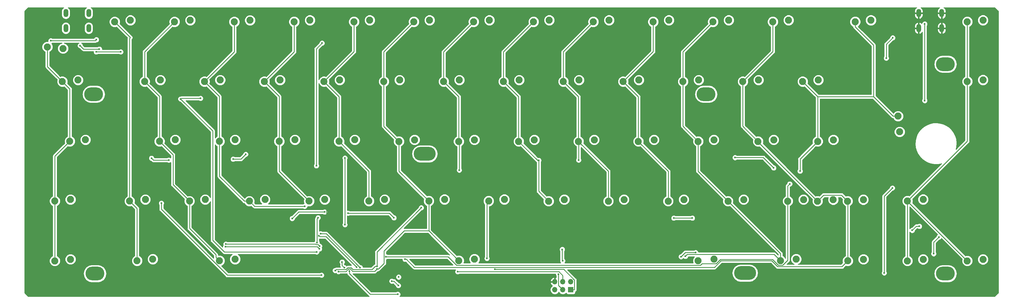
<source format=gtl>
G04 #@! TF.GenerationSoftware,KiCad,Pcbnew,(5.0.0)*
G04 #@! TF.CreationDate,2018-12-29T17:22:36+01:00*
G04 #@! TF.ProjectId,cyclops,6379636C6F70732E6B696361645F7063,rev?*
G04 #@! TF.SameCoordinates,Original*
G04 #@! TF.FileFunction,Copper,L1,Top,Signal*
G04 #@! TF.FilePolarity,Positive*
%FSLAX46Y46*%
G04 Gerber Fmt 4.6, Leading zero omitted, Abs format (unit mm)*
G04 Created by KiCad (PCBNEW (5.0.0)) date 12/29/18 17:22:36*
%MOMM*%
%LPD*%
G01*
G04 APERTURE LIST*
G04 #@! TA.AperFunction,ComponentPad*
%ADD10C,2.250000*%
G04 #@! TD*
G04 #@! TA.AperFunction,ComponentPad*
%ADD11O,1.500000X2.600000*%
G04 #@! TD*
G04 #@! TA.AperFunction,ComponentPad*
%ADD12O,7.000000X4.400000*%
G04 #@! TD*
G04 #@! TA.AperFunction,ComponentPad*
%ADD13O,6.000000X4.400000*%
G04 #@! TD*
G04 #@! TA.AperFunction,ComponentPad*
%ADD14R,1.700000X1.700000*%
G04 #@! TD*
G04 #@! TA.AperFunction,ComponentPad*
%ADD15O,1.700000X1.700000*%
G04 #@! TD*
G04 #@! TA.AperFunction,ViaPad*
%ADD16C,0.600000*%
G04 #@! TD*
G04 #@! TA.AperFunction,Conductor*
%ADD17C,0.250000*%
G04 #@! TD*
G04 #@! TA.AperFunction,Conductor*
%ADD18C,0.254000*%
G04 #@! TD*
G04 APERTURE END LIST*
D10*
G04 #@! TO.P,K61,1*
G04 #@! TO.N,/COL13*
X347918573Y-133181001D03*
G04 #@! TO.P,K61,2*
G04 #@! TO.N,Net-(D61-Pad2)*
X348418573Y-138181001D03*
G04 #@! TD*
D11*
G04 #@! TO.P,J1,6*
G04 #@! TO.N,GND*
X361790000Y-100330000D03*
X354490000Y-100330000D03*
X361790000Y-105130000D03*
X354490000Y-105130000D03*
G04 #@! TD*
G04 #@! TO.P,J1,6*
G04 #@! TO.N,N/C*
X90238600Y-100330000D03*
X82938600Y-100330000D03*
X90238600Y-105130000D03*
X82938600Y-105130000D03*
G04 #@! TD*
D12*
G04 #@! TO.P,MH1,1*
G04 #@! TO.N,N/C*
X299200000Y-183200000D03*
G04 #@! TD*
G04 #@! TO.P,MH1,1*
G04 #@! TO.N,N/C*
X197200000Y-145200000D03*
G04 #@! TD*
D13*
G04 #@! TO.P,MH1,1*
G04 #@! TO.N,N/C*
X286800000Y-126200000D03*
G04 #@! TD*
G04 #@! TO.P,MH1,1*
G04 #@! TO.N,N/C*
X91800000Y-126200000D03*
G04 #@! TD*
G04 #@! TO.P,MH1,1*
G04 #@! TO.N,N/C*
X92200000Y-183400000D03*
G04 #@! TD*
G04 #@! TO.P,MH1,1*
G04 #@! TO.N,N/C*
X363000000Y-116600000D03*
G04 #@! TD*
G04 #@! TO.P,MH1,1*
G04 #@! TO.N,N/C*
X363000000Y-183400000D03*
G04 #@! TD*
D10*
G04 #@! TO.P,K57,2*
G04 #@! TO.N,Net-(D57-Pad2)*
X213040600Y-178786400D03*
G04 #@! TO.P,K57,1*
G04 #@! TO.N,/COL6*
X208040600Y-179286400D03*
G04 #@! TD*
G04 #@! TO.P,K1,2*
G04 #@! TO.N,Net-(D1-Pad2)*
X82052800Y-111611800D03*
G04 #@! TO.P,K1,1*
G04 #@! TO.N,/COL0*
X77052800Y-111111800D03*
G04 #@! TD*
G04 #@! TO.P,K2,2*
G04 #@! TO.N,Net-(D2-Pad2)*
X103490400Y-102611100D03*
G04 #@! TO.P,K2,1*
G04 #@! TO.N,/COL1*
X98490400Y-103111100D03*
G04 #@! TD*
G04 #@! TO.P,K3,2*
G04 #@! TO.N,Net-(D3-Pad2)*
X122540400Y-102611800D03*
G04 #@! TO.P,K3,1*
G04 #@! TO.N,/COL2*
X117540400Y-103111800D03*
G04 #@! TD*
G04 #@! TO.P,K4,2*
G04 #@! TO.N,Net-(D4-Pad2)*
X141577700Y-102612500D03*
G04 #@! TO.P,K4,1*
G04 #@! TO.N,/COL3*
X136577700Y-103112500D03*
G04 #@! TD*
G04 #@! TO.P,K5,2*
G04 #@! TO.N,Net-(D5-Pad2)*
X160640400Y-102599100D03*
G04 #@! TO.P,K5,1*
G04 #@! TO.N,/COL4*
X155640400Y-103099100D03*
G04 #@! TD*
G04 #@! TO.P,K6,2*
G04 #@! TO.N,Net-(D6-Pad2)*
X179690400Y-102599100D03*
G04 #@! TO.P,K6,1*
G04 #@! TO.N,/COL5*
X174690400Y-103099100D03*
G04 #@! TD*
G04 #@! TO.P,K7,2*
G04 #@! TO.N,Net-(D7-Pad2)*
X198740400Y-102599100D03*
G04 #@! TO.P,K7,1*
G04 #@! TO.N,/COL6*
X193740400Y-103099100D03*
G04 #@! TD*
G04 #@! TO.P,K8,2*
G04 #@! TO.N,Net-(D8-Pad2)*
X217790400Y-102599100D03*
G04 #@! TO.P,K8,1*
G04 #@! TO.N,/COL7*
X212790400Y-103099100D03*
G04 #@! TD*
G04 #@! TO.P,K9,2*
G04 #@! TO.N,Net-(D9-Pad2)*
X236853100Y-102599100D03*
G04 #@! TO.P,K9,1*
G04 #@! TO.N,/COL8*
X231853100Y-103099100D03*
G04 #@! TD*
G04 #@! TO.P,K10,2*
G04 #@! TO.N,Net-(D10-Pad2)*
X255890400Y-102599100D03*
G04 #@! TO.P,K10,1*
G04 #@! TO.N,/COL9*
X250890400Y-103099100D03*
G04 #@! TD*
G04 #@! TO.P,K11,2*
G04 #@! TO.N,Net-(D11-Pad2)*
X274940400Y-102599100D03*
G04 #@! TO.P,K11,1*
G04 #@! TO.N,/COL10*
X269940400Y-103099100D03*
G04 #@! TD*
G04 #@! TO.P,K12,2*
G04 #@! TO.N,Net-(D12-Pad2)*
X293990400Y-102599100D03*
G04 #@! TO.P,K12,1*
G04 #@! TO.N,/COL11*
X288990400Y-103099100D03*
G04 #@! TD*
G04 #@! TO.P,K13,2*
G04 #@! TO.N,Net-(D13-Pad2)*
X313040400Y-102599100D03*
G04 #@! TO.P,K13,1*
G04 #@! TO.N,/COL12*
X308040400Y-103099100D03*
G04 #@! TD*
G04 #@! TO.P,K14,2*
G04 #@! TO.N,Net-(D14-Pad2)*
X339253200Y-102599100D03*
G04 #@! TO.P,K14,1*
G04 #@! TO.N,/COL13*
X334253200Y-103099100D03*
G04 #@! TD*
G04 #@! TO.P,K15,2*
G04 #@! TO.N,Net-(D15-Pad2)*
X86815300Y-121661800D03*
G04 #@! TO.P,K15,1*
G04 #@! TO.N,/COL0*
X81815300Y-122161800D03*
G04 #@! TD*
G04 #@! TO.P,K16,2*
G04 #@! TO.N,Net-(D16-Pad2)*
X113015400Y-121661800D03*
G04 #@! TO.P,K16,1*
G04 #@! TO.N,/COL2*
X108015400Y-122161800D03*
G04 #@! TD*
G04 #@! TO.P,K17,2*
G04 #@! TO.N,Net-(D17-Pad2)*
X132065400Y-121661800D03*
G04 #@! TO.P,K17,1*
G04 #@! TO.N,/COL3*
X127065400Y-122161800D03*
G04 #@! TD*
G04 #@! TO.P,K18,2*
G04 #@! TO.N,Net-(D18-Pad2)*
X151128100Y-121661800D03*
G04 #@! TO.P,K18,1*
G04 #@! TO.N,/COL4*
X146128100Y-122161800D03*
G04 #@! TD*
G04 #@! TO.P,K19,2*
G04 #@! TO.N,Net-(D19-Pad2)*
X170127300Y-121661800D03*
G04 #@! TO.P,K19,1*
G04 #@! TO.N,/COL5*
X165127300Y-122161800D03*
G04 #@! TD*
G04 #@! TO.P,K20,2*
G04 #@! TO.N,Net-(D20-Pad2)*
X189190000Y-121661800D03*
G04 #@! TO.P,K20,1*
G04 #@! TO.N,/COL6*
X184190000Y-122161800D03*
G04 #@! TD*
G04 #@! TO.P,K21,2*
G04 #@! TO.N,Net-(D21-Pad2)*
X208227300Y-121661800D03*
G04 #@! TO.P,K21,1*
G04 #@! TO.N,/COL7*
X203227300Y-122161800D03*
G04 #@! TD*
G04 #@! TO.P,K22,2*
G04 #@! TO.N,Net-(D22-Pad2)*
X227277300Y-121661800D03*
G04 #@! TO.P,K22,1*
G04 #@! TO.N,/COL8*
X222277300Y-122161800D03*
G04 #@! TD*
G04 #@! TO.P,K23,2*
G04 #@! TO.N,Net-(D23-Pad2)*
X246327300Y-121661800D03*
G04 #@! TO.P,K23,1*
G04 #@! TO.N,/COL9*
X241327300Y-122161800D03*
G04 #@! TD*
G04 #@! TO.P,K24,2*
G04 #@! TO.N,Net-(D24-Pad2)*
X265377300Y-121661800D03*
G04 #@! TO.P,K24,1*
G04 #@! TO.N,/COL10*
X260377300Y-122161800D03*
G04 #@! TD*
G04 #@! TO.P,K25,2*
G04 #@! TO.N,Net-(D25-Pad2)*
X284427300Y-121661800D03*
G04 #@! TO.P,K25,1*
G04 #@! TO.N,/COL11*
X279427300Y-122161800D03*
G04 #@! TD*
G04 #@! TO.P,K26,2*
G04 #@! TO.N,Net-(D26-Pad2)*
X303477300Y-121661800D03*
G04 #@! TO.P,K26,1*
G04 #@! TO.N,/COL12*
X298477300Y-122161800D03*
G04 #@! TD*
G04 #@! TO.P,K27,2*
G04 #@! TO.N,Net-(D27-Pad2)*
X322527300Y-121661800D03*
G04 #@! TO.P,K27,1*
G04 #@! TO.N,/COL13*
X317527300Y-122161800D03*
G04 #@! TD*
G04 #@! TO.P,K28,2*
G04 #@! TO.N,Net-(D28-Pad2)*
X89196420Y-140712120D03*
G04 #@! TO.P,K28,1*
G04 #@! TO.N,/COL0*
X84196420Y-141212120D03*
G04 #@! TD*
G04 #@! TO.P,K29,2*
G04 #@! TO.N,Net-(D29-Pad2)*
X117765200Y-140711800D03*
G04 #@! TO.P,K29,1*
G04 #@! TO.N,/COL2*
X112765200Y-141211800D03*
G04 #@! TD*
G04 #@! TO.P,K30,2*
G04 #@! TO.N,Net-(D30-Pad2)*
X136827900Y-140711800D03*
G04 #@! TO.P,K30,1*
G04 #@! TO.N,/COL3*
X131827900Y-141211800D03*
G04 #@! TD*
G04 #@! TO.P,K31,2*
G04 #@! TO.N,Net-(D31-Pad2)*
X155877900Y-140711800D03*
G04 #@! TO.P,K31,1*
G04 #@! TO.N,/COL4*
X150877900Y-141211800D03*
G04 #@! TD*
G04 #@! TO.P,K32,2*
G04 #@! TO.N,Net-(D32-Pad2)*
X174927900Y-140711800D03*
G04 #@! TO.P,K32,1*
G04 #@! TO.N,/COL5*
X169927900Y-141211800D03*
G04 #@! TD*
G04 #@! TO.P,K33,2*
G04 #@! TO.N,Net-(D33-Pad2)*
X193977900Y-140737200D03*
G04 #@! TO.P,K33,1*
G04 #@! TO.N,/COL6*
X188977900Y-141237200D03*
G04 #@! TD*
G04 #@! TO.P,K34,2*
G04 #@! TO.N,Net-(D34-Pad2)*
X213040600Y-140737200D03*
G04 #@! TO.P,K34,1*
G04 #@! TO.N,/COL7*
X208040600Y-141237200D03*
G04 #@! TD*
G04 #@! TO.P,K35,2*
G04 #@! TO.N,Net-(D35-Pad2)*
X232103300Y-140737200D03*
G04 #@! TO.P,K35,1*
G04 #@! TO.N,/COL8*
X227103300Y-141237200D03*
G04 #@! TD*
G04 #@! TO.P,K36,2*
G04 #@! TO.N,Net-(D36-Pad2)*
X251166000Y-140737200D03*
G04 #@! TO.P,K36,1*
G04 #@! TO.N,/COL9*
X246166000Y-141237200D03*
G04 #@! TD*
G04 #@! TO.P,K37,2*
G04 #@! TO.N,Net-(D37-Pad2)*
X270216000Y-140737200D03*
G04 #@! TO.P,K37,1*
G04 #@! TO.N,/COL10*
X265216000Y-141237200D03*
G04 #@! TD*
G04 #@! TO.P,K38,2*
G04 #@! TO.N,Net-(D38-Pad2)*
X289266000Y-140737200D03*
G04 #@! TO.P,K38,1*
G04 #@! TO.N,/COL11*
X284266000Y-141237200D03*
G04 #@! TD*
G04 #@! TO.P,K39,2*
G04 #@! TO.N,Net-(D39-Pad2)*
X308316000Y-140737200D03*
G04 #@! TO.P,K39,1*
G04 #@! TO.N,/COL12*
X303316000Y-141237200D03*
G04 #@! TD*
G04 #@! TO.P,K40,2*
G04 #@! TO.N,Net-(D40-Pad2)*
X327315200Y-140737200D03*
G04 #@! TO.P,K40,1*
G04 #@! TO.N,/COL13*
X322315200Y-141237200D03*
G04 #@! TD*
G04 #@! TO.P,K41,2*
G04 #@! TO.N,Net-(D41-Pad2)*
X84434300Y-159771800D03*
G04 #@! TO.P,K41,1*
G04 #@! TO.N,/COL0*
X79434300Y-160271800D03*
G04 #@! TD*
G04 #@! TO.P,K42,2*
G04 #@! TO.N,Net-(D42-Pad2)*
X108250200Y-159771800D03*
G04 #@! TO.P,K42,1*
G04 #@! TO.N,/COL1*
X103250200Y-160271800D03*
G04 #@! TD*
G04 #@! TO.P,K43,2*
G04 #@! TO.N,Net-(D43-Pad2)*
X127302900Y-159772100D03*
G04 #@! TO.P,K43,1*
G04 #@! TO.N,/COL2*
X122302900Y-160272100D03*
G04 #@! TD*
G04 #@! TO.P,K44,2*
G04 #@! TO.N,Net-(D44-Pad2)*
X146352900Y-159772100D03*
G04 #@! TO.P,K44,1*
G04 #@! TO.N,/COL3*
X141352900Y-160272100D03*
G04 #@! TD*
G04 #@! TO.P,K45,2*
G04 #@! TO.N,Net-(D45-Pad2)*
X165377500Y-159773200D03*
G04 #@! TO.P,K45,1*
G04 #@! TO.N,/COL4*
X160377500Y-160273200D03*
G04 #@! TD*
G04 #@! TO.P,K46,2*
G04 #@! TO.N,Net-(D46-Pad2)*
X184440200Y-159761800D03*
G04 #@! TO.P,K46,1*
G04 #@! TO.N,/COL5*
X179440200Y-160261800D03*
G04 #@! TD*
G04 #@! TO.P,K47,2*
G04 #@! TO.N,Net-(D47-Pad2)*
X203502900Y-159749100D03*
G04 #@! TO.P,K47,1*
G04 #@! TO.N,/COL6*
X198502900Y-160249100D03*
G04 #@! TD*
G04 #@! TO.P,K48,2*
G04 #@! TO.N,Net-(D48-Pad2)*
X222552900Y-159749100D03*
G04 #@! TO.P,K48,1*
G04 #@! TO.N,/COL7*
X217552900Y-160249100D03*
G04 #@! TD*
G04 #@! TO.P,K49,2*
G04 #@! TO.N,Net-(D49-Pad2)*
X241653700Y-159787200D03*
G04 #@! TO.P,K49,1*
G04 #@! TO.N,/COL8*
X236653700Y-160287200D03*
G04 #@! TD*
G04 #@! TO.P,K50,2*
G04 #@! TO.N,Net-(D50-Pad2)*
X260652900Y-159787200D03*
G04 #@! TO.P,K50,1*
G04 #@! TO.N,/COL9*
X255652900Y-160287200D03*
G04 #@! TD*
G04 #@! TO.P,K51,2*
G04 #@! TO.N,Net-(D51-Pad2)*
X279715600Y-159787200D03*
G04 #@! TO.P,K51,1*
G04 #@! TO.N,/COL10*
X274715600Y-160287200D03*
G04 #@! TD*
G04 #@! TO.P,K52,2*
G04 #@! TO.N,Net-(D52-Pad2)*
X298752900Y-159787200D03*
G04 #@! TO.P,K52,1*
G04 #@! TO.N,/COL11*
X293752900Y-160287200D03*
G04 #@! TD*
G04 #@! TO.P,K54,2*
G04 #@! TO.N,Net-(D54-Pad2)*
X84434800Y-178837200D03*
G04 #@! TO.P,K54,1*
G04 #@! TO.N,/COL0*
X79434800Y-179337200D03*
G04 #@! TD*
G04 #@! TO.P,K55,2*
G04 #@! TO.N,Net-(D55-Pad2)*
X110615100Y-178786400D03*
G04 #@! TO.P,K55,1*
G04 #@! TO.N,/COL1*
X105615100Y-179286400D03*
G04 #@! TD*
G04 #@! TO.P,K56,2*
G04 #@! TO.N,Net-(D56-Pad2)*
X136827900Y-178786400D03*
G04 #@! TO.P,K56,1*
G04 #@! TO.N,/COL2*
X131827900Y-179286400D03*
G04 #@! TD*
G04 #@! TO.P,K58,2*
G04 #@! TO.N,Net-(D58-Pad2)*
X289266000Y-178786400D03*
G04 #@! TO.P,K58,1*
G04 #@! TO.N,/COL10*
X284266000Y-179286400D03*
G04 #@! TD*
G04 #@! TO.P,K59,2*
G04 #@! TO.N,Net-(D59-Pad2)*
X315453400Y-178786400D03*
G04 #@! TO.P,K59,1*
G04 #@! TO.N,/COL11*
X310453400Y-179286400D03*
G04 #@! TD*
G04 #@! TO.P,K53,2*
G04 #@! TO.N,Net-(D53-Pad2)*
X317800000Y-159787200D03*
G04 #@! TO.P,K53,1*
G04 #@! TO.N,/COL13*
X312800000Y-160287200D03*
G04 #@! TD*
G04 #@! TO.P,K60,2*
G04 #@! TO.N,Net-(D60-Pad2)*
X336885500Y-178836400D03*
G04 #@! TO.P,K60,1*
G04 #@! TO.N,/COL12*
X331885500Y-179336400D03*
G04 #@! TD*
G04 #@! TO.P,K63,2*
G04 #@! TO.N,Net-(D63-Pad2)*
X374950000Y-121650000D03*
G04 #@! TO.P,K63,1*
G04 #@! TO.N,/COL14*
X369950000Y-122150000D03*
G04 #@! TD*
G04 #@! TO.P,K64,2*
G04 #@! TO.N,Net-(D64-Pad2)*
X336850000Y-159800000D03*
G04 #@! TO.P,K64,1*
G04 #@! TO.N,/COL12*
X331850000Y-160300000D03*
G04 #@! TD*
G04 #@! TO.P,K62,2*
G04 #@! TO.N,Net-(D62-Pad2)*
X374950000Y-102600000D03*
G04 #@! TO.P,K62,1*
G04 #@! TO.N,/COL14*
X369950000Y-103100000D03*
G04 #@! TD*
G04 #@! TO.P,K65,2*
G04 #@! TO.N,Net-(D65-Pad2)*
X355900000Y-159750000D03*
G04 #@! TO.P,K65,1*
G04 #@! TO.N,/COL14*
X350900000Y-160250000D03*
G04 #@! TD*
G04 #@! TO.P,K66,2*
G04 #@! TO.N,Net-(D66-Pad2)*
X355900000Y-178850000D03*
G04 #@! TO.P,K66,1*
G04 #@! TO.N,/COL14*
X350900000Y-179350000D03*
G04 #@! TD*
G04 #@! TO.P,K67,2*
G04 #@! TO.N,Net-(D67-Pad2)*
X374950000Y-178850000D03*
G04 #@! TO.P,K67,1*
G04 #@! TO.N,/COL14*
X369950000Y-179350000D03*
G04 #@! TD*
G04 #@! TO.P,K64-2,2*
G04 #@! TO.N,Net-(D64-Pad2)*
X327270000Y-159800000D03*
G04 #@! TO.P,K64-2,1*
G04 #@! TO.N,/COL12*
X322270000Y-160300000D03*
G04 #@! TD*
D14*
G04 #@! TO.P,J2,1*
G04 #@! TO.N,/COL7*
X243700000Y-188550000D03*
D15*
G04 #@! TO.P,J2,2*
G04 #@! TO.N,VCC*
X243700000Y-186010000D03*
G04 #@! TO.P,J2,3*
G04 #@! TO.N,/COL5*
X241160000Y-188550000D03*
G04 #@! TO.P,J2,4*
G04 #@! TO.N,/COL6*
X241160000Y-186010000D03*
G04 #@! TO.P,J2,5*
G04 #@! TO.N,/RESET*
X238620000Y-188550000D03*
G04 #@! TO.P,J2,6*
G04 #@! TO.N,GND*
X238620000Y-186010000D03*
G04 #@! TD*
D16*
G04 #@! TO.N,VCC*
X356400000Y-128200000D03*
X356400000Y-103800000D03*
X186700000Y-185800000D03*
X188800000Y-187200000D03*
X359250000Y-177050000D03*
X360900000Y-171750000D03*
G04 #@! TO.N,GND*
X88100000Y-107900000D03*
X84800000Y-101100000D03*
X178400000Y-166200000D03*
X180900000Y-175700000D03*
X183918584Y-185174990D03*
X164300000Y-169500000D03*
X183200000Y-187825000D03*
X164875000Y-166125000D03*
X165950000Y-162625000D03*
X168000000Y-149700000D03*
X315150000Y-169475000D03*
X330225000Y-182775000D03*
X277500000Y-183175000D03*
X224325000Y-185500000D03*
X279775000Y-185625000D03*
X307250000Y-183275000D03*
X196875000Y-183050000D03*
X197650000Y-179700000D03*
X197075000Y-171775000D03*
G04 #@! TO.N,/ROW0*
X162900000Y-173500000D03*
X162700000Y-149000000D03*
X164500000Y-109900000D03*
X163234852Y-165565148D03*
X344150000Y-114700000D03*
X346200000Y-108200000D03*
X92650000Y-108800000D03*
X78150000Y-109100000D03*
G04 #@! TO.N,/ROW1*
X119500000Y-127700000D03*
X125800000Y-127500000D03*
X162803601Y-176496399D03*
G04 #@! TO.N,/ROW2*
X110200000Y-146600000D03*
X115700000Y-147200000D03*
X136200000Y-146900000D03*
X171800000Y-167800000D03*
X171800000Y-146538000D03*
X140200622Y-145346625D03*
X308300000Y-149700000D03*
X296000000Y-146400000D03*
G04 #@! TO.N,/ROW3*
X352400000Y-169600000D03*
X354700000Y-168300000D03*
X187400000Y-165600000D03*
X155000000Y-165800000D03*
X282400000Y-165700000D03*
X276500000Y-165700000D03*
X165324990Y-163739761D03*
X172799990Y-164107094D03*
G04 #@! TO.N,/ROW4*
X188900000Y-184500000D03*
X346100000Y-156100000D03*
X343500000Y-183200000D03*
G04 #@! TO.N,Net-(J1-Pad2)*
X93600000Y-111800000D03*
X87500000Y-110700000D03*
G04 #@! TO.N,Net-(J1-Pad3)*
X92600000Y-112700000D03*
X100400000Y-112700000D03*
G04 #@! TO.N,/COL0*
X163725802Y-174641904D03*
X133874680Y-173978672D03*
G04 #@! TO.N,/COL1*
X163700000Y-175500000D03*
X133797924Y-174774993D03*
G04 #@! TO.N,/COL3*
X158966647Y-161933353D03*
G04 #@! TO.N,/COL5*
X170900000Y-179700000D03*
X171588832Y-181474991D03*
X241000000Y-175700000D03*
X241100000Y-179300000D03*
X239800000Y-183600000D03*
G04 #@! TO.N,/COL6*
X169731327Y-182725011D03*
X182021126Y-181899733D03*
X207700000Y-182800000D03*
G04 #@! TO.N,/COL7*
X168700000Y-182400000D03*
X182000000Y-181100000D03*
X196100000Y-162400000D03*
X208200000Y-150400000D03*
X217000000Y-178550000D03*
X219548442Y-182025010D03*
G04 #@! TO.N,/COL8*
X233500000Y-147274990D03*
G04 #@! TO.N,/COL9*
X246200000Y-147200000D03*
G04 #@! TO.N,/COL11*
X280203019Y-177873823D03*
G04 #@! TO.N,/COL12*
X190900000Y-178800000D03*
G04 #@! TO.N,/COL13*
X313400000Y-154800000D03*
X316700000Y-150700000D03*
X184825010Y-178000000D03*
G04 #@! TO.N,/COL14*
X278800000Y-178000000D03*
X283475021Y-176674990D03*
G04 #@! TO.N,/RESET*
X188600000Y-190000000D03*
X113347001Y-160912558D03*
X173225000Y-182575000D03*
X164325010Y-183900000D03*
G04 #@! TO.N,Net-(R1-Pad2)*
X163525010Y-171300000D03*
X175488675Y-181345545D03*
G04 #@! TO.N,Net-(R2-Pad2)*
X176642646Y-181474991D03*
X164048275Y-170694844D03*
G04 #@! TD*
D17*
G04 #@! TO.N,VCC*
X356400000Y-128200000D02*
X356400000Y-103800000D01*
X186700000Y-185800000D02*
X187400000Y-185800000D01*
X187400000Y-185800000D02*
X188800000Y-187200000D01*
X359250000Y-177050000D02*
X359250000Y-173400000D01*
X359250000Y-173400000D02*
X360900000Y-171750000D01*
G04 #@! TO.N,GND*
X88100000Y-107900000D02*
X84800000Y-104600000D01*
X84800000Y-104600000D02*
X84800000Y-101100000D01*
X178400000Y-166200000D02*
X180900000Y-168700000D01*
X180900000Y-168700000D02*
X180900000Y-175700000D01*
X183200000Y-185893574D02*
X183918584Y-185174990D01*
X183200000Y-187825000D02*
X183200000Y-185893574D01*
X164300000Y-169500000D02*
X164300000Y-168745709D01*
X164300000Y-168745709D02*
X165985374Y-167060335D01*
X165174999Y-165825001D02*
X165674999Y-165825001D01*
X164875000Y-166125000D02*
X165174999Y-165825001D01*
X165950000Y-165550000D02*
X165950000Y-162625000D01*
X165674999Y-165825001D02*
X165950000Y-165550000D01*
G04 #@! TO.N,/ROW0*
X162700000Y-149000000D02*
X162700000Y-111700000D01*
X162700000Y-111700000D02*
X164500000Y-109900000D01*
X162900000Y-173500000D02*
X162900000Y-165900000D01*
X162900000Y-165900000D02*
X163234852Y-165565148D01*
X344150000Y-114700000D02*
X344150000Y-110250000D01*
X344150000Y-110250000D02*
X346200000Y-108200000D01*
X92650000Y-108800000D02*
X92350000Y-109100000D01*
X92350000Y-109100000D02*
X78150000Y-109100000D01*
G04 #@! TO.N,/ROW1*
X119700000Y-127500000D02*
X119500000Y-127700000D01*
X125800000Y-127500000D02*
X119700000Y-127500000D01*
X129700000Y-137900000D02*
X129700000Y-172800000D01*
X129700000Y-172800000D02*
X133396399Y-176496399D01*
X133396399Y-176496399D02*
X162803601Y-176496399D01*
X119500000Y-127700000D02*
X129700000Y-137900000D01*
G04 #@! TO.N,/ROW2*
X110800000Y-147200000D02*
X115700000Y-147200000D01*
X110200000Y-146600000D02*
X110800000Y-147200000D01*
X171800000Y-167800000D02*
X171800000Y-146538000D01*
X136200000Y-146900000D02*
X138647247Y-146900000D01*
X138647247Y-146900000D02*
X140200622Y-145346625D01*
X308300000Y-149700000D02*
X305000000Y-146400000D01*
X305000000Y-146400000D02*
X296000000Y-146400000D01*
G04 #@! TO.N,/ROW3*
X352400000Y-169600000D02*
X353700000Y-168300000D01*
X353700000Y-168300000D02*
X354700000Y-168300000D01*
X282400000Y-165700000D02*
X276500000Y-165700000D01*
X155000000Y-165800000D02*
X157060239Y-163739761D01*
X164900726Y-163739761D02*
X165324990Y-163739761D01*
X157060239Y-163739761D02*
X164900726Y-163739761D01*
X187400000Y-165600000D02*
X185907094Y-164107094D01*
X173224254Y-164107094D02*
X172799990Y-164107094D01*
X185907094Y-164107094D02*
X173224254Y-164107094D01*
G04 #@! TO.N,/ROW4*
X346100000Y-156100000D02*
X343500000Y-158700000D01*
X343500000Y-158700000D02*
X343500000Y-183200000D01*
G04 #@! TO.N,Net-(J1-Pad2)*
X93600000Y-111800000D02*
X88600000Y-111800000D01*
X88600000Y-111800000D02*
X87500000Y-110700000D01*
G04 #@! TO.N,Net-(J1-Pad3)*
X92600000Y-112700000D02*
X100400000Y-112700000D01*
G04 #@! TO.N,/COL0*
X77052800Y-117399300D02*
X81815300Y-122161800D01*
X77052800Y-111111800D02*
X77052800Y-117399300D01*
X84196420Y-124542920D02*
X81815300Y-122161800D01*
X84196420Y-141212120D02*
X84196420Y-124542920D01*
X79434300Y-145974240D02*
X84196420Y-141212120D01*
X79434300Y-160271800D02*
X79434300Y-145974240D01*
X79434800Y-160272300D02*
X79434300Y-160271800D01*
X79434800Y-179337200D02*
X79434800Y-160272300D01*
X162453670Y-173978672D02*
X133874680Y-173978672D01*
X163725802Y-174641904D02*
X163208899Y-174125001D01*
X163208899Y-174125001D02*
X162599999Y-174125001D01*
X162599999Y-174125001D02*
X162453670Y-173978672D01*
G04 #@! TO.N,/COL1*
X98490400Y-103111100D02*
X103500000Y-108120700D01*
X103250200Y-108370500D02*
X103250200Y-160271800D01*
X103500000Y-108120700D02*
X103250200Y-108370500D01*
X105615100Y-162636700D02*
X103250200Y-160271800D01*
X105615100Y-179286400D02*
X105615100Y-162636700D01*
X162974993Y-174774993D02*
X133797924Y-174774993D01*
X163700000Y-175500000D02*
X162974993Y-174774993D01*
G04 #@! TO.N,/COL2*
X112765200Y-126911600D02*
X108015400Y-122161800D01*
X112765200Y-141211800D02*
X112765200Y-126911600D01*
X108015400Y-112636800D02*
X117540400Y-103111800D01*
X108015400Y-122161800D02*
X108015400Y-112636800D01*
X113890199Y-142336799D02*
X112765200Y-141211800D01*
X112765200Y-141211800D02*
X117053400Y-145500000D01*
X117053400Y-155022600D02*
X122302900Y-160272100D01*
X117053400Y-145500000D02*
X117053400Y-155022600D01*
X130702901Y-178161401D02*
X130702901Y-177382549D01*
X131827900Y-179286400D02*
X130702901Y-178161401D01*
X130702901Y-177382549D02*
X122302900Y-168982548D01*
X122302900Y-168982548D02*
X122302900Y-160272100D01*
G04 #@! TO.N,/COL3*
X136577700Y-112649500D02*
X127065400Y-122161800D01*
X136577700Y-103112500D02*
X136577700Y-112649500D01*
X131827900Y-126924300D02*
X127065400Y-122161800D01*
X131827900Y-141211800D02*
X131827900Y-126924300D01*
X131827900Y-152338090D02*
X131827900Y-141211800D01*
X139761910Y-160272100D02*
X131827900Y-152338090D01*
X141352900Y-160272100D02*
X139761910Y-160272100D01*
X143014153Y-161933353D02*
X158966647Y-161933353D01*
X141352900Y-160272100D02*
X143014153Y-161933353D01*
G04 #@! TO.N,/COL4*
X155640400Y-112649500D02*
X146128100Y-122161800D01*
X155640400Y-103099100D02*
X155640400Y-112649500D01*
X150877900Y-126911600D02*
X146128100Y-122161800D01*
X150877900Y-141211800D02*
X150877900Y-126911600D01*
X150877900Y-150773600D02*
X160377500Y-160273200D01*
X150877900Y-141211800D02*
X150877900Y-150773600D01*
G04 #@! TO.N,/COL5*
X174690400Y-112598700D02*
X165127300Y-122161800D01*
X174690400Y-103099100D02*
X174690400Y-112598700D01*
X170900000Y-180786159D02*
X171588832Y-181474991D01*
X170900000Y-179700000D02*
X170900000Y-180786159D01*
X169927900Y-126962400D02*
X165127300Y-122161800D01*
X169927900Y-141211800D02*
X169927900Y-126962400D01*
X179440200Y-150724100D02*
X169927900Y-141211800D01*
X179440200Y-160261800D02*
X179440200Y-150724100D01*
X241000000Y-175700000D02*
X241000000Y-179200000D01*
X241000000Y-179200000D02*
X241100000Y-179300000D01*
X239800000Y-187190000D02*
X241160000Y-188550000D01*
X239800000Y-183600000D02*
X239800000Y-187190000D01*
G04 #@! TO.N,/COL6*
X198502900Y-169748700D02*
X198502900Y-160249100D01*
X208040600Y-179286400D02*
X198502900Y-169748700D01*
X188977900Y-150724100D02*
X188977900Y-141237200D01*
X198502900Y-160249100D02*
X188977900Y-150724100D01*
X184190000Y-136449300D02*
X184190000Y-120890000D01*
X188977900Y-141237200D02*
X184190000Y-136449300D01*
X184190000Y-112649500D02*
X193740400Y-103099100D01*
X184190000Y-122161800D02*
X184190000Y-112649500D01*
X182445390Y-181899733D02*
X184200000Y-180145123D01*
X182021126Y-181899733D02*
X182445390Y-181899733D01*
X184200000Y-180145123D02*
X184200000Y-176200000D01*
X190651300Y-169748700D02*
X198502900Y-169748700D01*
X184200000Y-176200000D02*
X190651300Y-169748700D01*
X239925002Y-182800000D02*
X207700000Y-182800000D01*
X241160000Y-186010000D02*
X241160000Y-184034998D01*
X241160000Y-184034998D02*
X239925002Y-182800000D01*
X174227065Y-182641296D02*
X181279563Y-182641296D01*
X169731327Y-182725011D02*
X172149987Y-182725011D01*
X181279563Y-182641296D02*
X182021126Y-181899733D01*
X173535768Y-181949999D02*
X174227065Y-182641296D01*
X172924999Y-181949999D02*
X173535768Y-181949999D01*
X172149987Y-182725011D02*
X172924999Y-181949999D01*
G04 #@! TO.N,/COL7*
X182000000Y-176500000D02*
X196100000Y-162400000D01*
X182000000Y-181100000D02*
X182000000Y-176500000D01*
X203227300Y-112662200D02*
X203227300Y-122161800D01*
X212790400Y-103099100D02*
X203227300Y-112662200D01*
X208040600Y-126975100D02*
X203227300Y-122161800D01*
X208040600Y-141237200D02*
X208040600Y-126975100D01*
X208200000Y-141396600D02*
X208040600Y-141237200D01*
X208200000Y-150400000D02*
X208200000Y-141396600D01*
X217000000Y-160802000D02*
X217552900Y-160249100D01*
X217000000Y-178550000D02*
X217000000Y-160802000D01*
X244800000Y-188550000D02*
X244875001Y-188474999D01*
X244875001Y-185445999D02*
X241454012Y-182025010D01*
X241454012Y-182025010D02*
X219548442Y-182025010D01*
X244875001Y-188474999D02*
X244875001Y-185445999D01*
X243700000Y-188550000D02*
X244800000Y-188550000D01*
X172738599Y-181499988D02*
X173761401Y-181499988D01*
X173761401Y-181499988D02*
X174361414Y-182100001D01*
X174361414Y-182100001D02*
X180399999Y-182100001D01*
X180399999Y-182100001D02*
X181400000Y-181100000D01*
X181400000Y-181100000D02*
X182000000Y-181100000D01*
X172138586Y-182100001D02*
X172738599Y-181499988D01*
X168999999Y-182100001D02*
X172138586Y-182100001D01*
X168700000Y-182400000D02*
X168999999Y-182100001D01*
G04 #@! TO.N,/COL8*
X222277300Y-112674900D02*
X231853100Y-103099100D01*
X222277300Y-122161800D02*
X222277300Y-112674900D01*
X227103300Y-126987800D02*
X222277300Y-122161800D01*
X227103300Y-141237200D02*
X227103300Y-126987800D01*
X233141090Y-147274990D02*
X233500000Y-147274990D01*
X227103300Y-141237200D02*
X233141090Y-147274990D01*
X233500000Y-157133500D02*
X233500000Y-147274990D01*
X236653700Y-160287200D02*
X233500000Y-157133500D01*
G04 #@! TO.N,/COL9*
X241327300Y-112662200D02*
X250890400Y-103099100D01*
X241327300Y-122161800D02*
X241327300Y-112662200D01*
X255652900Y-150724100D02*
X246166000Y-141237200D01*
X255652900Y-160287200D02*
X255652900Y-150724100D01*
X246166000Y-127000500D02*
X241327300Y-122161800D01*
X246166000Y-141237200D02*
X246166000Y-127000500D01*
X246200000Y-141271200D02*
X246166000Y-141237200D01*
X246200000Y-147200000D02*
X246200000Y-141271200D01*
G04 #@! TO.N,/COL10*
X269940400Y-112598700D02*
X269940400Y-103099100D01*
X260377300Y-122161800D02*
X269940400Y-112598700D01*
X265216000Y-127000500D02*
X260377300Y-122161800D01*
X265216000Y-141237200D02*
X265216000Y-127000500D01*
X274715600Y-150736800D02*
X265216000Y-141237200D01*
X274715600Y-160287200D02*
X274715600Y-150736800D01*
G04 #@! TO.N,/COL11*
X310453400Y-176987700D02*
X293752900Y-160287200D01*
X310453400Y-179286400D02*
X310453400Y-176987700D01*
X284266000Y-150800300D02*
X284266000Y-141237200D01*
X293752900Y-160287200D02*
X284266000Y-150800300D01*
X279427300Y-136398500D02*
X284266000Y-141237200D01*
X279427300Y-122161800D02*
X279427300Y-136398500D01*
X279427300Y-112662200D02*
X288990400Y-103099100D01*
X279427300Y-122161800D02*
X279427300Y-112662200D01*
X308467000Y-177300000D02*
X280776842Y-177300000D01*
X310453400Y-179286400D02*
X308467000Y-177300000D01*
X280776842Y-177300000D02*
X280203019Y-177873823D01*
G04 #@! TO.N,/COL12*
X308040400Y-112598700D02*
X298477300Y-122161800D01*
X308040400Y-103099100D02*
X308040400Y-112598700D01*
X298477300Y-136398500D02*
X303316000Y-141237200D01*
X298477300Y-122161800D02*
X298477300Y-136398500D01*
X303316000Y-141346000D02*
X303316000Y-141237200D01*
X322270000Y-160300000D02*
X303316000Y-141346000D01*
X324220001Y-158349999D02*
X322270000Y-160300000D01*
X329899999Y-158349999D02*
X324220001Y-158349999D01*
X331850000Y-160300000D02*
X329899999Y-158349999D01*
X331885500Y-160335500D02*
X331850000Y-160300000D01*
X331885500Y-179336400D02*
X331885500Y-160335500D01*
X291498413Y-179336400D02*
X289434813Y-181400000D01*
X307720987Y-179336400D02*
X291498413Y-179336400D01*
X309570999Y-181186412D02*
X307720987Y-179336400D01*
X331885500Y-179336400D02*
X330035488Y-181186412D01*
X289434813Y-181400000D02*
X193924264Y-181400000D01*
X330035488Y-181186412D02*
X309570999Y-181186412D01*
X191324264Y-178800000D02*
X193924264Y-181400000D01*
X190900000Y-178800000D02*
X191324264Y-178800000D01*
G04 #@! TO.N,/COL13*
X312800000Y-160287200D02*
X312800000Y-155400000D01*
X312800000Y-155400000D02*
X313400000Y-154800000D01*
X316700000Y-146852400D02*
X322315200Y-141237200D01*
X316700000Y-150700000D02*
X316700000Y-146852400D01*
X322315200Y-126949700D02*
X317527300Y-122161800D01*
X322315200Y-141237200D02*
X322315200Y-126949700D01*
X340096282Y-126949700D02*
X322315200Y-126949700D01*
X346327583Y-133181001D02*
X340096282Y-126949700D01*
X347918573Y-133181001D02*
X346327583Y-133181001D01*
X340096282Y-110533172D02*
X340096282Y-126949700D01*
X334253200Y-104690090D02*
X340096282Y-110533172D01*
X334253200Y-103099100D02*
X334253200Y-104690090D01*
X289962001Y-180236401D02*
X285462001Y-180236401D01*
X284962001Y-180736401D02*
X283569999Y-180736401D01*
X307907387Y-178886389D02*
X291312013Y-178886389D01*
X283569999Y-180736401D02*
X283533587Y-180699989D01*
X285462001Y-180236401D02*
X284962001Y-180736401D01*
X208736601Y-180736401D02*
X207344599Y-180736401D01*
X204608198Y-178000000D02*
X184825010Y-178000000D01*
X207344599Y-180736401D02*
X204608198Y-178000000D01*
X208773013Y-180699989D02*
X208736601Y-180736401D01*
X291312013Y-178886389D02*
X289962001Y-180236401D01*
X309757398Y-180736401D02*
X307907387Y-178886389D01*
X283533587Y-180699989D02*
X208773013Y-180699989D01*
X311149401Y-180736401D02*
X309757398Y-180736401D01*
X312800000Y-179085802D02*
X311149401Y-180736401D01*
X312800000Y-160287200D02*
X312800000Y-179085802D01*
G04 #@! TO.N,/COL14*
X369950000Y-103100000D02*
X369950000Y-122150000D01*
X369950000Y-141200000D02*
X350900000Y-160250000D01*
X369950000Y-122150000D02*
X369950000Y-141200000D01*
X350900000Y-160300000D02*
X350900000Y-160250000D01*
X369950000Y-179350000D02*
X350900000Y-160300000D01*
X350900000Y-160250000D02*
X350900000Y-179350000D01*
X278800000Y-178000000D02*
X280125010Y-176674990D01*
X280125010Y-176674990D02*
X283475021Y-176674990D01*
G04 #@! TO.N,/RESET*
X188600000Y-190000000D02*
X179846176Y-190000000D01*
X173225000Y-183378824D02*
X174075000Y-184228824D01*
X173225000Y-182575000D02*
X173225000Y-183378824D01*
X179846176Y-190000000D02*
X174075000Y-184228824D01*
X174075000Y-184228824D02*
X173425686Y-183579510D01*
X113347001Y-162887367D02*
X134359634Y-183900000D01*
X134359634Y-183900000D02*
X164325010Y-183900000D01*
X113347001Y-160912558D02*
X113347001Y-162887367D01*
G04 #@! TO.N,Net-(R1-Pad2)*
X165743129Y-171599999D02*
X175488675Y-181345545D01*
X163525010Y-171300000D02*
X163825009Y-171599999D01*
X163825009Y-171599999D02*
X165743129Y-171599999D01*
G04 #@! TO.N,Net-(R2-Pad2)*
X165862499Y-170694844D02*
X164048275Y-170694844D01*
X176642646Y-181474991D02*
X165862499Y-170694844D01*
G04 #@! TD*
D18*
G04 #@! TO.N,GND*
G36*
X81940071Y-98781472D02*
X81633959Y-99239601D01*
X81553600Y-99643594D01*
X81553600Y-101016407D01*
X81633959Y-101420400D01*
X81940072Y-101878529D01*
X82398201Y-102184641D01*
X82938600Y-102292133D01*
X83479000Y-102184641D01*
X83937129Y-101878529D01*
X84243241Y-101420400D01*
X84323600Y-101016407D01*
X84323600Y-99643593D01*
X84243241Y-99239600D01*
X83937128Y-98781471D01*
X83665537Y-98600000D01*
X89511662Y-98600000D01*
X89240071Y-98781472D01*
X88933959Y-99239601D01*
X88853600Y-99643594D01*
X88853600Y-101016407D01*
X88933959Y-101420400D01*
X89240072Y-101878529D01*
X89698201Y-102184641D01*
X90238600Y-102292133D01*
X90779000Y-102184641D01*
X91237129Y-101878529D01*
X91543241Y-101420400D01*
X91623600Y-101016407D01*
X91623600Y-100457000D01*
X353105000Y-100457000D01*
X353105000Y-101007000D01*
X353259028Y-101527349D01*
X353600460Y-101949145D01*
X354077316Y-102208173D01*
X354148815Y-102222318D01*
X354363000Y-102099656D01*
X354363000Y-100457000D01*
X354617000Y-100457000D01*
X354617000Y-102099656D01*
X354831185Y-102222318D01*
X354902684Y-102208173D01*
X355379540Y-101949145D01*
X355720972Y-101527349D01*
X355875000Y-101007000D01*
X355875000Y-100457000D01*
X360405000Y-100457000D01*
X360405000Y-101007000D01*
X360559028Y-101527349D01*
X360900460Y-101949145D01*
X361377316Y-102208173D01*
X361448815Y-102222318D01*
X361663000Y-102099656D01*
X361663000Y-100457000D01*
X361917000Y-100457000D01*
X361917000Y-102099656D01*
X362131185Y-102222318D01*
X362202684Y-102208173D01*
X362679540Y-101949145D01*
X363020972Y-101527349D01*
X363175000Y-101007000D01*
X363175000Y-100457000D01*
X361917000Y-100457000D01*
X361663000Y-100457000D01*
X360405000Y-100457000D01*
X355875000Y-100457000D01*
X354617000Y-100457000D01*
X354363000Y-100457000D01*
X353105000Y-100457000D01*
X91623600Y-100457000D01*
X91623600Y-99643593D01*
X91543241Y-99239600D01*
X91237128Y-98781471D01*
X90965537Y-98600000D01*
X353804538Y-98600000D01*
X353600460Y-98710855D01*
X353259028Y-99132651D01*
X353105000Y-99653000D01*
X353105000Y-100203000D01*
X354363000Y-100203000D01*
X354363000Y-100183000D01*
X354617000Y-100183000D01*
X354617000Y-100203000D01*
X355875000Y-100203000D01*
X355875000Y-99653000D01*
X355720972Y-99132651D01*
X355379540Y-98710855D01*
X355175462Y-98600000D01*
X361104538Y-98600000D01*
X360900460Y-98710855D01*
X360559028Y-99132651D01*
X360405000Y-99653000D01*
X360405000Y-100203000D01*
X361663000Y-100203000D01*
X361663000Y-100183000D01*
X361917000Y-100183000D01*
X361917000Y-100203000D01*
X363175000Y-100203000D01*
X363175000Y-99653000D01*
X363020972Y-99132651D01*
X362679540Y-98710855D01*
X362475462Y-98600000D01*
X378664554Y-98600000D01*
X379780063Y-99722801D01*
X379799935Y-189543269D01*
X378668606Y-190660000D01*
X189262290Y-190660000D01*
X189392655Y-190529635D01*
X189535000Y-190185983D01*
X189535000Y-189814017D01*
X189392655Y-189470365D01*
X189129635Y-189207345D01*
X188785983Y-189065000D01*
X188414017Y-189065000D01*
X188070365Y-189207345D01*
X188037710Y-189240000D01*
X180160979Y-189240000D01*
X176534995Y-185614017D01*
X185765000Y-185614017D01*
X185765000Y-185985983D01*
X185907345Y-186329635D01*
X186170365Y-186592655D01*
X186514017Y-186735000D01*
X186885983Y-186735000D01*
X187150594Y-186625395D01*
X187865000Y-187339802D01*
X187865000Y-187385983D01*
X188007345Y-187729635D01*
X188270365Y-187992655D01*
X188614017Y-188135000D01*
X188985983Y-188135000D01*
X189329635Y-187992655D01*
X189592655Y-187729635D01*
X189735000Y-187385983D01*
X189735000Y-187014017D01*
X189592655Y-186670365D01*
X189329635Y-186407345D01*
X188985983Y-186265000D01*
X188939802Y-186265000D01*
X188327910Y-185653108D01*
X237178514Y-185653108D01*
X237299181Y-185883000D01*
X238493000Y-185883000D01*
X238493000Y-184689845D01*
X238263110Y-184568524D01*
X237853076Y-184738355D01*
X237424817Y-185128642D01*
X237178514Y-185653108D01*
X188327910Y-185653108D01*
X187990331Y-185315530D01*
X187947929Y-185252071D01*
X187696537Y-185084096D01*
X187474852Y-185040000D01*
X187474847Y-185040000D01*
X187400000Y-185025112D01*
X187325153Y-185040000D01*
X187262290Y-185040000D01*
X187229635Y-185007345D01*
X186885983Y-184865000D01*
X186514017Y-184865000D01*
X186170365Y-185007345D01*
X185907345Y-185270365D01*
X185765000Y-185614017D01*
X176534995Y-185614017D01*
X175234995Y-184314017D01*
X187965000Y-184314017D01*
X187965000Y-184685983D01*
X188107345Y-185029635D01*
X188370365Y-185292655D01*
X188714017Y-185435000D01*
X189085983Y-185435000D01*
X189429635Y-185292655D01*
X189692655Y-185029635D01*
X189835000Y-184685983D01*
X189835000Y-184314017D01*
X189692655Y-183970365D01*
X189429635Y-183707345D01*
X189085983Y-183565000D01*
X188714017Y-183565000D01*
X188370365Y-183707345D01*
X188107345Y-183970365D01*
X187965000Y-184314017D01*
X175234995Y-184314017D01*
X174665331Y-183744354D01*
X174665329Y-183744351D01*
X174322274Y-183401296D01*
X181204716Y-183401296D01*
X181279563Y-183416184D01*
X181354410Y-183401296D01*
X181354415Y-183401296D01*
X181576100Y-183357200D01*
X181827492Y-183189225D01*
X181869894Y-183125767D01*
X182160928Y-182834733D01*
X182207109Y-182834733D01*
X182550761Y-182692388D01*
X182599102Y-182644047D01*
X182741927Y-182615637D01*
X182993319Y-182447662D01*
X183035721Y-182384203D01*
X184684473Y-180735452D01*
X184747929Y-180693052D01*
X184915904Y-180441660D01*
X184960000Y-180219975D01*
X184960000Y-180219971D01*
X184974888Y-180145124D01*
X184960000Y-180070277D01*
X184960000Y-178935000D01*
X185010993Y-178935000D01*
X185354645Y-178792655D01*
X185387300Y-178760000D01*
X189965000Y-178760000D01*
X189965000Y-178985983D01*
X190107345Y-179329635D01*
X190370365Y-179592655D01*
X190714017Y-179735000D01*
X191085983Y-179735000D01*
X191155619Y-179706156D01*
X193333935Y-181884473D01*
X193376335Y-181947929D01*
X193627727Y-182115904D01*
X193849412Y-182160000D01*
X193849416Y-182160000D01*
X193924263Y-182174888D01*
X193999110Y-182160000D01*
X207017710Y-182160000D01*
X206907345Y-182270365D01*
X206765000Y-182614017D01*
X206765000Y-182985983D01*
X206907345Y-183329635D01*
X207170365Y-183592655D01*
X207514017Y-183735000D01*
X207885983Y-183735000D01*
X208229635Y-183592655D01*
X208262290Y-183560000D01*
X238865000Y-183560000D01*
X238865000Y-183785983D01*
X239007345Y-184129635D01*
X239040000Y-184162290D01*
X239040000Y-184594663D01*
X238976890Y-184568524D01*
X238747000Y-184689845D01*
X238747000Y-185883000D01*
X238767000Y-185883000D01*
X238767000Y-186137000D01*
X238747000Y-186137000D01*
X238747000Y-186157000D01*
X238493000Y-186157000D01*
X238493000Y-186137000D01*
X237299181Y-186137000D01*
X237178514Y-186366892D01*
X237424817Y-186891358D01*
X237849786Y-187278647D01*
X237549375Y-187479375D01*
X237221161Y-187970582D01*
X237105908Y-188550000D01*
X237221161Y-189129418D01*
X237549375Y-189620625D01*
X238040582Y-189948839D01*
X238473744Y-190035000D01*
X238766256Y-190035000D01*
X239199418Y-189948839D01*
X239690625Y-189620625D01*
X239890000Y-189322239D01*
X240089375Y-189620625D01*
X240580582Y-189948839D01*
X241013744Y-190035000D01*
X241306256Y-190035000D01*
X241739418Y-189948839D01*
X242230625Y-189620625D01*
X242242816Y-189602381D01*
X242251843Y-189647765D01*
X242392191Y-189857809D01*
X242602235Y-189998157D01*
X242850000Y-190047440D01*
X244550000Y-190047440D01*
X244797765Y-189998157D01*
X245007809Y-189857809D01*
X245148157Y-189647765D01*
X245197440Y-189400000D01*
X245197440Y-189198483D01*
X245347929Y-189097929D01*
X245377970Y-189052969D01*
X245422930Y-189022928D01*
X245590905Y-188771536D01*
X245635001Y-188549851D01*
X245635001Y-188549847D01*
X245649889Y-188475000D01*
X245635001Y-188400153D01*
X245635001Y-185520845D01*
X245649889Y-185445998D01*
X245635001Y-185371151D01*
X245635001Y-185371147D01*
X245590905Y-185149462D01*
X245422930Y-184898070D01*
X245359474Y-184855670D01*
X243703804Y-183200000D01*
X295009460Y-183200000D01*
X295229489Y-184306162D01*
X295856080Y-185243920D01*
X296793838Y-185870511D01*
X297620781Y-186035000D01*
X300779219Y-186035000D01*
X301606162Y-185870511D01*
X302543920Y-185243920D01*
X303170511Y-184306162D01*
X303390540Y-183200000D01*
X303353546Y-183014017D01*
X342565000Y-183014017D01*
X342565000Y-183385983D01*
X342707345Y-183729635D01*
X342970365Y-183992655D01*
X343314017Y-184135000D01*
X343685983Y-184135000D01*
X344029635Y-183992655D01*
X344292655Y-183729635D01*
X344429193Y-183400000D01*
X359309460Y-183400000D01*
X359529489Y-184506162D01*
X360156080Y-185443920D01*
X361093838Y-186070511D01*
X361920781Y-186235000D01*
X364079219Y-186235000D01*
X364906162Y-186070511D01*
X365843920Y-185443920D01*
X366470511Y-184506162D01*
X366690540Y-183400000D01*
X366470511Y-182293838D01*
X365843920Y-181356080D01*
X364906162Y-180729489D01*
X364079219Y-180565000D01*
X361920781Y-180565000D01*
X361093838Y-180729489D01*
X360156080Y-181356080D01*
X359529489Y-182293838D01*
X359309460Y-183400000D01*
X344429193Y-183400000D01*
X344435000Y-183385983D01*
X344435000Y-183014017D01*
X344292655Y-182670365D01*
X344260000Y-182637710D01*
X344260000Y-159899914D01*
X349140000Y-159899914D01*
X349140000Y-160600086D01*
X349407944Y-161246960D01*
X349903040Y-161742056D01*
X350140000Y-161840208D01*
X350140001Y-177759792D01*
X349903040Y-177857944D01*
X349407944Y-178353040D01*
X349140000Y-178999914D01*
X349140000Y-179700086D01*
X349407944Y-180346960D01*
X349903040Y-180842056D01*
X350549914Y-181110000D01*
X351250086Y-181110000D01*
X351896960Y-180842056D01*
X352392056Y-180346960D01*
X352660000Y-179700086D01*
X352660000Y-178999914D01*
X352452894Y-178499914D01*
X354140000Y-178499914D01*
X354140000Y-179200086D01*
X354407944Y-179846960D01*
X354903040Y-180342056D01*
X355549914Y-180610000D01*
X356250086Y-180610000D01*
X356896960Y-180342056D01*
X357392056Y-179846960D01*
X357660000Y-179200086D01*
X357660000Y-178499914D01*
X357392056Y-177853040D01*
X356896960Y-177357944D01*
X356250086Y-177090000D01*
X355549914Y-177090000D01*
X354903040Y-177357944D01*
X354407944Y-177853040D01*
X354140000Y-178499914D01*
X352452894Y-178499914D01*
X352392056Y-178353040D01*
X351896960Y-177857944D01*
X351660000Y-177759792D01*
X351660000Y-170182290D01*
X351870365Y-170392655D01*
X352214017Y-170535000D01*
X352585983Y-170535000D01*
X352929635Y-170392655D01*
X353192655Y-170129635D01*
X353335000Y-169785983D01*
X353335000Y-169739801D01*
X354014802Y-169060000D01*
X354137710Y-169060000D01*
X354170365Y-169092655D01*
X354514017Y-169235000D01*
X354885983Y-169235000D01*
X355229635Y-169092655D01*
X355492655Y-168829635D01*
X355635000Y-168485983D01*
X355635000Y-168114017D01*
X355492655Y-167770365D01*
X355229635Y-167507345D01*
X354885983Y-167365000D01*
X354514017Y-167365000D01*
X354170365Y-167507345D01*
X354137710Y-167540000D01*
X353774848Y-167540000D01*
X353700000Y-167525112D01*
X353625152Y-167540000D01*
X353625148Y-167540000D01*
X353403463Y-167584096D01*
X353152071Y-167752071D01*
X353109671Y-167815527D01*
X352260199Y-168665000D01*
X352214017Y-168665000D01*
X351870365Y-168807345D01*
X351660000Y-169017710D01*
X351660000Y-162134801D01*
X360449687Y-170924489D01*
X360370365Y-170957345D01*
X360107345Y-171220365D01*
X359965000Y-171564017D01*
X359965000Y-171610198D01*
X358765528Y-172809671D01*
X358702072Y-172852071D01*
X358659672Y-172915527D01*
X358659671Y-172915528D01*
X358534097Y-173103463D01*
X358475112Y-173400000D01*
X358490001Y-173474852D01*
X358490000Y-176487710D01*
X358457345Y-176520365D01*
X358315000Y-176864017D01*
X358315000Y-177235983D01*
X358457345Y-177579635D01*
X358720365Y-177842655D01*
X359064017Y-177985000D01*
X359435983Y-177985000D01*
X359779635Y-177842655D01*
X360042655Y-177579635D01*
X360185000Y-177235983D01*
X360185000Y-176864017D01*
X360042655Y-176520365D01*
X360010000Y-176487710D01*
X360010000Y-173714801D01*
X361039802Y-172685000D01*
X361085983Y-172685000D01*
X361429635Y-172542655D01*
X361692655Y-172279635D01*
X361725511Y-172200313D01*
X368288152Y-178762955D01*
X368190000Y-178999914D01*
X368190000Y-179700086D01*
X368457944Y-180346960D01*
X368953040Y-180842056D01*
X369599914Y-181110000D01*
X370300086Y-181110000D01*
X370946960Y-180842056D01*
X371442056Y-180346960D01*
X371710000Y-179700086D01*
X371710000Y-178999914D01*
X371502894Y-178499914D01*
X373190000Y-178499914D01*
X373190000Y-179200086D01*
X373457944Y-179846960D01*
X373953040Y-180342056D01*
X374599914Y-180610000D01*
X375300086Y-180610000D01*
X375946960Y-180342056D01*
X376442056Y-179846960D01*
X376710000Y-179200086D01*
X376710000Y-178499914D01*
X376442056Y-177853040D01*
X375946960Y-177357944D01*
X375300086Y-177090000D01*
X374599914Y-177090000D01*
X373953040Y-177357944D01*
X373457944Y-177853040D01*
X373190000Y-178499914D01*
X371502894Y-178499914D01*
X371442056Y-178353040D01*
X370946960Y-177857944D01*
X370300086Y-177590000D01*
X369599914Y-177590000D01*
X369362955Y-177688152D01*
X352547203Y-160872402D01*
X352660000Y-160600086D01*
X352660000Y-159899914D01*
X352561848Y-159662953D01*
X352824887Y-159399914D01*
X354140000Y-159399914D01*
X354140000Y-160100086D01*
X354407944Y-160746960D01*
X354903040Y-161242056D01*
X355549914Y-161510000D01*
X356250086Y-161510000D01*
X356896960Y-161242056D01*
X357392056Y-160746960D01*
X357660000Y-160100086D01*
X357660000Y-159399914D01*
X357392056Y-158753040D01*
X356896960Y-158257944D01*
X356250086Y-157990000D01*
X355549914Y-157990000D01*
X354903040Y-158257944D01*
X354407944Y-158753040D01*
X354140000Y-159399914D01*
X352824887Y-159399914D01*
X370434476Y-141790327D01*
X370497929Y-141747929D01*
X370540327Y-141684476D01*
X370540329Y-141684474D01*
X370657805Y-141508658D01*
X370665904Y-141496537D01*
X370710000Y-141274852D01*
X370710000Y-141274848D01*
X370724888Y-141200001D01*
X370710000Y-141125154D01*
X370710000Y-123740208D01*
X370946960Y-123642056D01*
X371442056Y-123146960D01*
X371710000Y-122500086D01*
X371710000Y-121799914D01*
X371502894Y-121299914D01*
X373190000Y-121299914D01*
X373190000Y-122000086D01*
X373457944Y-122646960D01*
X373953040Y-123142056D01*
X374599914Y-123410000D01*
X375300086Y-123410000D01*
X375946960Y-123142056D01*
X376442056Y-122646960D01*
X376710000Y-122000086D01*
X376710000Y-121299914D01*
X376442056Y-120653040D01*
X375946960Y-120157944D01*
X375300086Y-119890000D01*
X374599914Y-119890000D01*
X373953040Y-120157944D01*
X373457944Y-120653040D01*
X373190000Y-121299914D01*
X371502894Y-121299914D01*
X371442056Y-121153040D01*
X370946960Y-120657944D01*
X370710000Y-120559792D01*
X370710000Y-104690208D01*
X370946960Y-104592056D01*
X371442056Y-104096960D01*
X371710000Y-103450086D01*
X371710000Y-102749914D01*
X371502894Y-102249914D01*
X373190000Y-102249914D01*
X373190000Y-102950086D01*
X373457944Y-103596960D01*
X373953040Y-104092056D01*
X374599914Y-104360000D01*
X375300086Y-104360000D01*
X375946960Y-104092056D01*
X376442056Y-103596960D01*
X376710000Y-102950086D01*
X376710000Y-102249914D01*
X376442056Y-101603040D01*
X375946960Y-101107944D01*
X375300086Y-100840000D01*
X374599914Y-100840000D01*
X373953040Y-101107944D01*
X373457944Y-101603040D01*
X373190000Y-102249914D01*
X371502894Y-102249914D01*
X371442056Y-102103040D01*
X370946960Y-101607944D01*
X370300086Y-101340000D01*
X369599914Y-101340000D01*
X368953040Y-101607944D01*
X368457944Y-102103040D01*
X368190000Y-102749914D01*
X368190000Y-103450086D01*
X368457944Y-104096960D01*
X368953040Y-104592056D01*
X369190000Y-104690208D01*
X369190001Y-120559792D01*
X368953040Y-120657944D01*
X368457944Y-121153040D01*
X368190000Y-121799914D01*
X368190000Y-122500086D01*
X368457944Y-123146960D01*
X368953040Y-123642056D01*
X369190000Y-123740208D01*
X369190001Y-140885196D01*
X366381055Y-143694142D01*
X366553349Y-143008211D01*
X366642816Y-141920000D01*
X366634862Y-141594523D01*
X366492342Y-140511982D01*
X366174930Y-139467254D01*
X365691148Y-138488396D01*
X365053990Y-137601696D01*
X364280566Y-136830968D01*
X363391647Y-136196908D01*
X362411107Y-135716546D01*
X361365277Y-135402783D01*
X360282245Y-135264043D01*
X359191096Y-135304054D01*
X358121134Y-135521740D01*
X357101092Y-135911256D01*
X356158366Y-136462141D01*
X355318272Y-137159600D01*
X354603372Y-137984903D01*
X354032865Y-138915886D01*
X353622072Y-139927546D01*
X353382026Y-140992715D01*
X353319173Y-142082787D01*
X353435201Y-143168487D01*
X353726994Y-144220658D01*
X354186715Y-145211044D01*
X354802019Y-146113046D01*
X355556382Y-146902441D01*
X356429543Y-147558029D01*
X357398055Y-148062205D01*
X358435906Y-148401427D01*
X359515225Y-148566586D01*
X360607026Y-148553246D01*
X361681988Y-148361766D01*
X361730671Y-148344526D01*
X351487047Y-158588152D01*
X351250086Y-158490000D01*
X350549914Y-158490000D01*
X349903040Y-158757944D01*
X349407944Y-159253040D01*
X349140000Y-159899914D01*
X344260000Y-159899914D01*
X344260000Y-159014801D01*
X346239802Y-157035000D01*
X346285983Y-157035000D01*
X346629635Y-156892655D01*
X346892655Y-156629635D01*
X347035000Y-156285983D01*
X347035000Y-155914017D01*
X346892655Y-155570365D01*
X346629635Y-155307345D01*
X346285983Y-155165000D01*
X345914017Y-155165000D01*
X345570365Y-155307345D01*
X345307345Y-155570365D01*
X345165000Y-155914017D01*
X345165000Y-155960198D01*
X343015530Y-158109669D01*
X342952071Y-158152071D01*
X342784096Y-158403464D01*
X342740000Y-158625149D01*
X342740000Y-158625153D01*
X342725112Y-158700000D01*
X342740000Y-158774847D01*
X342740001Y-182637709D01*
X342707345Y-182670365D01*
X342565000Y-183014017D01*
X303353546Y-183014017D01*
X303170511Y-182093838D01*
X302543920Y-181156080D01*
X301606162Y-180529489D01*
X300779219Y-180365000D01*
X297620781Y-180365000D01*
X296793838Y-180529489D01*
X295856080Y-181156080D01*
X295229489Y-182093838D01*
X295009460Y-183200000D01*
X243703804Y-183200000D01*
X242663803Y-182160000D01*
X289359966Y-182160000D01*
X289434813Y-182174888D01*
X289509660Y-182160000D01*
X289509665Y-182160000D01*
X289731350Y-182115904D01*
X289982742Y-181947929D01*
X290025144Y-181884470D01*
X291813215Y-180096400D01*
X307406186Y-180096400D01*
X308980670Y-181670885D01*
X309023070Y-181734341D01*
X309274462Y-181902316D01*
X309496147Y-181946412D01*
X309496151Y-181946412D01*
X309570998Y-181961300D01*
X309645845Y-181946412D01*
X329960641Y-181946412D01*
X330035488Y-181961300D01*
X330110335Y-181946412D01*
X330110340Y-181946412D01*
X330332025Y-181902316D01*
X330583417Y-181734341D01*
X330625819Y-181670882D01*
X331298454Y-180998248D01*
X331535414Y-181096400D01*
X332235586Y-181096400D01*
X332882460Y-180828456D01*
X333377556Y-180333360D01*
X333645500Y-179686486D01*
X333645500Y-178986314D01*
X333438394Y-178486314D01*
X335125500Y-178486314D01*
X335125500Y-179186486D01*
X335393444Y-179833360D01*
X335888540Y-180328456D01*
X336535414Y-180596400D01*
X337235586Y-180596400D01*
X337882460Y-180328456D01*
X338377556Y-179833360D01*
X338645500Y-179186486D01*
X338645500Y-178486314D01*
X338377556Y-177839440D01*
X337882460Y-177344344D01*
X337235586Y-177076400D01*
X336535414Y-177076400D01*
X335888540Y-177344344D01*
X335393444Y-177839440D01*
X335125500Y-178486314D01*
X333438394Y-178486314D01*
X333377556Y-178339440D01*
X332882460Y-177844344D01*
X332645500Y-177746192D01*
X332645500Y-161875503D01*
X332846960Y-161792056D01*
X333342056Y-161296960D01*
X333610000Y-160650086D01*
X333610000Y-159949914D01*
X333402894Y-159449914D01*
X335090000Y-159449914D01*
X335090000Y-160150086D01*
X335357944Y-160796960D01*
X335853040Y-161292056D01*
X336499914Y-161560000D01*
X337200086Y-161560000D01*
X337846960Y-161292056D01*
X338342056Y-160796960D01*
X338610000Y-160150086D01*
X338610000Y-159449914D01*
X338342056Y-158803040D01*
X337846960Y-158307944D01*
X337200086Y-158040000D01*
X336499914Y-158040000D01*
X335853040Y-158307944D01*
X335357944Y-158803040D01*
X335090000Y-159449914D01*
X333402894Y-159449914D01*
X333342056Y-159303040D01*
X332846960Y-158807944D01*
X332200086Y-158540000D01*
X331499914Y-158540000D01*
X331262954Y-158638152D01*
X330490330Y-157865529D01*
X330447928Y-157802070D01*
X330196536Y-157634095D01*
X329974851Y-157589999D01*
X329974846Y-157589999D01*
X329899999Y-157575111D01*
X329825152Y-157589999D01*
X324294848Y-157589999D01*
X324220001Y-157575111D01*
X324145154Y-157589999D01*
X324145149Y-157589999D01*
X323923464Y-157634095D01*
X323672072Y-157802070D01*
X323629672Y-157865526D01*
X322857046Y-158638152D01*
X322620086Y-158540000D01*
X321919914Y-158540000D01*
X321682954Y-158638152D01*
X313558819Y-150514017D01*
X315765000Y-150514017D01*
X315765000Y-150885983D01*
X315907345Y-151229635D01*
X316170365Y-151492655D01*
X316514017Y-151635000D01*
X316885983Y-151635000D01*
X317229635Y-151492655D01*
X317492655Y-151229635D01*
X317635000Y-150885983D01*
X317635000Y-150514017D01*
X317492655Y-150170365D01*
X317460000Y-150137710D01*
X317460000Y-147167201D01*
X321728154Y-142899048D01*
X321965114Y-142997200D01*
X322665286Y-142997200D01*
X323312160Y-142729256D01*
X323807256Y-142234160D01*
X324075200Y-141587286D01*
X324075200Y-140887114D01*
X323868094Y-140387114D01*
X325555200Y-140387114D01*
X325555200Y-141087286D01*
X325823144Y-141734160D01*
X326318240Y-142229256D01*
X326965114Y-142497200D01*
X327665286Y-142497200D01*
X328312160Y-142229256D01*
X328807256Y-141734160D01*
X329075200Y-141087286D01*
X329075200Y-140387114D01*
X328807256Y-139740240D01*
X328312160Y-139245144D01*
X327665286Y-138977200D01*
X326965114Y-138977200D01*
X326318240Y-139245144D01*
X325823144Y-139740240D01*
X325555200Y-140387114D01*
X323868094Y-140387114D01*
X323807256Y-140240240D01*
X323312160Y-139745144D01*
X323075200Y-139646992D01*
X323075200Y-137830915D01*
X346658573Y-137830915D01*
X346658573Y-138531087D01*
X346926517Y-139177961D01*
X347421613Y-139673057D01*
X348068487Y-139941001D01*
X348768659Y-139941001D01*
X349415533Y-139673057D01*
X349910629Y-139177961D01*
X350178573Y-138531087D01*
X350178573Y-137830915D01*
X349910629Y-137184041D01*
X349415533Y-136688945D01*
X348768659Y-136421001D01*
X348068487Y-136421001D01*
X347421613Y-136688945D01*
X346926517Y-137184041D01*
X346658573Y-137830915D01*
X323075200Y-137830915D01*
X323075200Y-127709700D01*
X339781481Y-127709700D01*
X345737256Y-133665477D01*
X345779654Y-133728930D01*
X345843107Y-133771328D01*
X345843109Y-133771330D01*
X345968485Y-133855103D01*
X346031046Y-133896905D01*
X346252731Y-133941001D01*
X346252735Y-133941001D01*
X346327582Y-133955889D01*
X346334003Y-133954612D01*
X346426517Y-134177961D01*
X346921613Y-134673057D01*
X347568487Y-134941001D01*
X348268659Y-134941001D01*
X348915533Y-134673057D01*
X349410629Y-134177961D01*
X349678573Y-133531087D01*
X349678573Y-132830915D01*
X349410629Y-132184041D01*
X348915533Y-131688945D01*
X348268659Y-131421001D01*
X347568487Y-131421001D01*
X346921613Y-131688945D01*
X346426517Y-132184041D01*
X346420340Y-132198955D01*
X340856282Y-126634899D01*
X340856282Y-114514017D01*
X343215000Y-114514017D01*
X343215000Y-114885983D01*
X343357345Y-115229635D01*
X343620365Y-115492655D01*
X343964017Y-115635000D01*
X344335983Y-115635000D01*
X344679635Y-115492655D01*
X344942655Y-115229635D01*
X345085000Y-114885983D01*
X345085000Y-114514017D01*
X344942655Y-114170365D01*
X344910000Y-114137710D01*
X344910000Y-110564801D01*
X346339802Y-109135000D01*
X346385983Y-109135000D01*
X346729635Y-108992655D01*
X346992655Y-108729635D01*
X347135000Y-108385983D01*
X347135000Y-108014017D01*
X346992655Y-107670365D01*
X346729635Y-107407345D01*
X346385983Y-107265000D01*
X346014017Y-107265000D01*
X345670365Y-107407345D01*
X345407345Y-107670365D01*
X345265000Y-108014017D01*
X345265000Y-108060198D01*
X343665528Y-109659671D01*
X343602072Y-109702071D01*
X343559672Y-109765527D01*
X343559671Y-109765528D01*
X343434097Y-109953463D01*
X343375112Y-110250000D01*
X343390001Y-110324852D01*
X343390000Y-114137710D01*
X343357345Y-114170365D01*
X343215000Y-114514017D01*
X340856282Y-114514017D01*
X340856282Y-110608020D01*
X340871170Y-110533172D01*
X340856282Y-110458324D01*
X340856282Y-110458320D01*
X340821762Y-110284777D01*
X340812186Y-110236634D01*
X340686611Y-110048699D01*
X340644211Y-109985243D01*
X340580755Y-109942843D01*
X335894912Y-105257000D01*
X353105000Y-105257000D01*
X353105000Y-105807000D01*
X353259028Y-106327349D01*
X353600460Y-106749145D01*
X354077316Y-107008173D01*
X354148815Y-107022318D01*
X354363000Y-106899656D01*
X354363000Y-105257000D01*
X353105000Y-105257000D01*
X335894912Y-105257000D01*
X335235245Y-104597334D01*
X335250160Y-104591156D01*
X335388316Y-104453000D01*
X353105000Y-104453000D01*
X353105000Y-105003000D01*
X354363000Y-105003000D01*
X354363000Y-103360344D01*
X354617000Y-103360344D01*
X354617000Y-105003000D01*
X354637000Y-105003000D01*
X354637000Y-105257000D01*
X354617000Y-105257000D01*
X354617000Y-106899656D01*
X354831185Y-107022318D01*
X354902684Y-107008173D01*
X355379540Y-106749145D01*
X355640001Y-106427379D01*
X355640000Y-127637710D01*
X355607345Y-127670365D01*
X355465000Y-128014017D01*
X355465000Y-128385983D01*
X355607345Y-128729635D01*
X355870365Y-128992655D01*
X356214017Y-129135000D01*
X356585983Y-129135000D01*
X356929635Y-128992655D01*
X357192655Y-128729635D01*
X357335000Y-128385983D01*
X357335000Y-128014017D01*
X357192655Y-127670365D01*
X357160000Y-127637710D01*
X357160000Y-116600000D01*
X359309460Y-116600000D01*
X359529489Y-117706162D01*
X360156080Y-118643920D01*
X361093838Y-119270511D01*
X361920781Y-119435000D01*
X364079219Y-119435000D01*
X364906162Y-119270511D01*
X365843920Y-118643920D01*
X366470511Y-117706162D01*
X366690540Y-116600000D01*
X366470511Y-115493838D01*
X365843920Y-114556080D01*
X364906162Y-113929489D01*
X364079219Y-113765000D01*
X361920781Y-113765000D01*
X361093838Y-113929489D01*
X360156080Y-114556080D01*
X359529489Y-115493838D01*
X359309460Y-116600000D01*
X357160000Y-116600000D01*
X357160000Y-105257000D01*
X360405000Y-105257000D01*
X360405000Y-105807000D01*
X360559028Y-106327349D01*
X360900460Y-106749145D01*
X361377316Y-107008173D01*
X361448815Y-107022318D01*
X361663000Y-106899656D01*
X361663000Y-105257000D01*
X361917000Y-105257000D01*
X361917000Y-106899656D01*
X362131185Y-107022318D01*
X362202684Y-107008173D01*
X362679540Y-106749145D01*
X363020972Y-106327349D01*
X363175000Y-105807000D01*
X363175000Y-105257000D01*
X361917000Y-105257000D01*
X361663000Y-105257000D01*
X360405000Y-105257000D01*
X357160000Y-105257000D01*
X357160000Y-104453000D01*
X360405000Y-104453000D01*
X360405000Y-105003000D01*
X361663000Y-105003000D01*
X361663000Y-103360344D01*
X361917000Y-103360344D01*
X361917000Y-105003000D01*
X363175000Y-105003000D01*
X363175000Y-104453000D01*
X363020972Y-103932651D01*
X362679540Y-103510855D01*
X362202684Y-103251827D01*
X362131185Y-103237682D01*
X361917000Y-103360344D01*
X361663000Y-103360344D01*
X361448815Y-103237682D01*
X361377316Y-103251827D01*
X360900460Y-103510855D01*
X360559028Y-103932651D01*
X360405000Y-104453000D01*
X357160000Y-104453000D01*
X357160000Y-104362290D01*
X357192655Y-104329635D01*
X357335000Y-103985983D01*
X357335000Y-103614017D01*
X357192655Y-103270365D01*
X356929635Y-103007345D01*
X356585983Y-102865000D01*
X356214017Y-102865000D01*
X355870365Y-103007345D01*
X355607345Y-103270365D01*
X355465000Y-103614017D01*
X355465000Y-103616430D01*
X355379540Y-103510855D01*
X354902684Y-103251827D01*
X354831185Y-103237682D01*
X354617000Y-103360344D01*
X354363000Y-103360344D01*
X354148815Y-103237682D01*
X354077316Y-103251827D01*
X353600460Y-103510855D01*
X353259028Y-103932651D01*
X353105000Y-104453000D01*
X335388316Y-104453000D01*
X335745256Y-104096060D01*
X336013200Y-103449186D01*
X336013200Y-102749014D01*
X335806094Y-102249014D01*
X337493200Y-102249014D01*
X337493200Y-102949186D01*
X337761144Y-103596060D01*
X338256240Y-104091156D01*
X338903114Y-104359100D01*
X339603286Y-104359100D01*
X340250160Y-104091156D01*
X340745256Y-103596060D01*
X341013200Y-102949186D01*
X341013200Y-102249014D01*
X340745256Y-101602140D01*
X340250160Y-101107044D01*
X339603286Y-100839100D01*
X338903114Y-100839100D01*
X338256240Y-101107044D01*
X337761144Y-101602140D01*
X337493200Y-102249014D01*
X335806094Y-102249014D01*
X335745256Y-102102140D01*
X335250160Y-101607044D01*
X334603286Y-101339100D01*
X333903114Y-101339100D01*
X333256240Y-101607044D01*
X332761144Y-102102140D01*
X332493200Y-102749014D01*
X332493200Y-103449186D01*
X332761144Y-104096060D01*
X333256240Y-104591156D01*
X333479589Y-104683670D01*
X333478312Y-104690090D01*
X333493201Y-104764942D01*
X333537297Y-104986627D01*
X333705272Y-105238019D01*
X333768728Y-105280419D01*
X339336282Y-110847974D01*
X339336283Y-126189700D01*
X322630002Y-126189700D01*
X319189148Y-122748847D01*
X319287300Y-122511886D01*
X319287300Y-121811714D01*
X319080194Y-121311714D01*
X320767300Y-121311714D01*
X320767300Y-122011886D01*
X321035244Y-122658760D01*
X321530340Y-123153856D01*
X322177214Y-123421800D01*
X322877386Y-123421800D01*
X323524260Y-123153856D01*
X324019356Y-122658760D01*
X324287300Y-122011886D01*
X324287300Y-121311714D01*
X324019356Y-120664840D01*
X323524260Y-120169744D01*
X322877386Y-119901800D01*
X322177214Y-119901800D01*
X321530340Y-120169744D01*
X321035244Y-120664840D01*
X320767300Y-121311714D01*
X319080194Y-121311714D01*
X319019356Y-121164840D01*
X318524260Y-120669744D01*
X317877386Y-120401800D01*
X317177214Y-120401800D01*
X316530340Y-120669744D01*
X316035244Y-121164840D01*
X315767300Y-121811714D01*
X315767300Y-122511886D01*
X316035244Y-123158760D01*
X316530340Y-123653856D01*
X317177214Y-123921800D01*
X317877386Y-123921800D01*
X318114347Y-123823648D01*
X321555201Y-127264503D01*
X321555200Y-139646992D01*
X321318240Y-139745144D01*
X320823144Y-140240240D01*
X320555200Y-140887114D01*
X320555200Y-141587286D01*
X320653352Y-141824246D01*
X316215528Y-146262071D01*
X316152072Y-146304471D01*
X316109672Y-146367927D01*
X316109671Y-146367928D01*
X315984097Y-146555863D01*
X315925112Y-146852400D01*
X315940001Y-146927252D01*
X315940000Y-150137710D01*
X315907345Y-150170365D01*
X315765000Y-150514017D01*
X313558819Y-150514017D01*
X304945981Y-141901180D01*
X305076000Y-141587286D01*
X305076000Y-140887114D01*
X304868894Y-140387114D01*
X306556000Y-140387114D01*
X306556000Y-141087286D01*
X306823944Y-141734160D01*
X307319040Y-142229256D01*
X307965914Y-142497200D01*
X308666086Y-142497200D01*
X309312960Y-142229256D01*
X309808056Y-141734160D01*
X310076000Y-141087286D01*
X310076000Y-140387114D01*
X309808056Y-139740240D01*
X309312960Y-139245144D01*
X308666086Y-138977200D01*
X307965914Y-138977200D01*
X307319040Y-139245144D01*
X306823944Y-139740240D01*
X306556000Y-140387114D01*
X304868894Y-140387114D01*
X304808056Y-140240240D01*
X304312960Y-139745144D01*
X303666086Y-139477200D01*
X302965914Y-139477200D01*
X302728954Y-139575352D01*
X299237300Y-136083699D01*
X299237300Y-123752008D01*
X299474260Y-123653856D01*
X299969356Y-123158760D01*
X300237300Y-122511886D01*
X300237300Y-121811714D01*
X300139148Y-121574753D01*
X300402187Y-121311714D01*
X301717300Y-121311714D01*
X301717300Y-122011886D01*
X301985244Y-122658760D01*
X302480340Y-123153856D01*
X303127214Y-123421800D01*
X303827386Y-123421800D01*
X304474260Y-123153856D01*
X304969356Y-122658760D01*
X305237300Y-122011886D01*
X305237300Y-121311714D01*
X304969356Y-120664840D01*
X304474260Y-120169744D01*
X303827386Y-119901800D01*
X303127214Y-119901800D01*
X302480340Y-120169744D01*
X301985244Y-120664840D01*
X301717300Y-121311714D01*
X300402187Y-121311714D01*
X308524873Y-113189029D01*
X308588329Y-113146629D01*
X308631324Y-113082282D01*
X308756304Y-112895238D01*
X308795139Y-112700000D01*
X308800400Y-112673552D01*
X308800400Y-112673548D01*
X308815288Y-112598700D01*
X308800400Y-112523852D01*
X308800400Y-104689308D01*
X309037360Y-104591156D01*
X309532456Y-104096060D01*
X309800400Y-103449186D01*
X309800400Y-102749014D01*
X309593294Y-102249014D01*
X311280400Y-102249014D01*
X311280400Y-102949186D01*
X311548344Y-103596060D01*
X312043440Y-104091156D01*
X312690314Y-104359100D01*
X313390486Y-104359100D01*
X314037360Y-104091156D01*
X314532456Y-103596060D01*
X314800400Y-102949186D01*
X314800400Y-102249014D01*
X314532456Y-101602140D01*
X314037360Y-101107044D01*
X313390486Y-100839100D01*
X312690314Y-100839100D01*
X312043440Y-101107044D01*
X311548344Y-101602140D01*
X311280400Y-102249014D01*
X309593294Y-102249014D01*
X309532456Y-102102140D01*
X309037360Y-101607044D01*
X308390486Y-101339100D01*
X307690314Y-101339100D01*
X307043440Y-101607044D01*
X306548344Y-102102140D01*
X306280400Y-102749014D01*
X306280400Y-103449186D01*
X306548344Y-104096060D01*
X307043440Y-104591156D01*
X307280400Y-104689308D01*
X307280401Y-112283897D01*
X299064347Y-120499952D01*
X298827386Y-120401800D01*
X298127214Y-120401800D01*
X297480340Y-120669744D01*
X296985244Y-121164840D01*
X296717300Y-121811714D01*
X296717300Y-122511886D01*
X296985244Y-123158760D01*
X297480340Y-123653856D01*
X297717300Y-123752008D01*
X297717301Y-136323648D01*
X297702412Y-136398500D01*
X297761397Y-136695037D01*
X297795341Y-136745837D01*
X297929372Y-136946429D01*
X297992828Y-136988829D01*
X301654152Y-140650154D01*
X301556000Y-140887114D01*
X301556000Y-141587286D01*
X301823944Y-142234160D01*
X302319040Y-142729256D01*
X302965914Y-142997200D01*
X303666086Y-142997200D01*
X303826113Y-142930914D01*
X320608152Y-159712954D01*
X320510000Y-159949914D01*
X320510000Y-160650086D01*
X320777944Y-161296960D01*
X321273040Y-161792056D01*
X321919914Y-162060000D01*
X322620086Y-162060000D01*
X323266960Y-161792056D01*
X323762056Y-161296960D01*
X324030000Y-160650086D01*
X324030000Y-159949914D01*
X323931848Y-159712954D01*
X324534803Y-159109999D01*
X325650797Y-159109999D01*
X325510000Y-159449914D01*
X325510000Y-160150086D01*
X325777944Y-160796960D01*
X326273040Y-161292056D01*
X326919914Y-161560000D01*
X327620086Y-161560000D01*
X328266960Y-161292056D01*
X328762056Y-160796960D01*
X329030000Y-160150086D01*
X329030000Y-159449914D01*
X328889203Y-159109999D01*
X329585198Y-159109999D01*
X330188152Y-159712954D01*
X330090000Y-159949914D01*
X330090000Y-160650086D01*
X330357944Y-161296960D01*
X330853040Y-161792056D01*
X331125501Y-161904913D01*
X331125500Y-177746192D01*
X330888540Y-177844344D01*
X330393444Y-178339440D01*
X330125500Y-178986314D01*
X330125500Y-179686486D01*
X330223652Y-179923446D01*
X329720687Y-180426412D01*
X316093163Y-180426412D01*
X316450360Y-180278456D01*
X316945456Y-179783360D01*
X317213400Y-179136486D01*
X317213400Y-178436314D01*
X316945456Y-177789440D01*
X316450360Y-177294344D01*
X315803486Y-177026400D01*
X315103314Y-177026400D01*
X314456440Y-177294344D01*
X313961344Y-177789440D01*
X313693400Y-178436314D01*
X313693400Y-179136486D01*
X313961344Y-179783360D01*
X314456440Y-180278456D01*
X314813637Y-180426412D01*
X312534192Y-180426412D01*
X313284476Y-179676129D01*
X313347929Y-179633731D01*
X313390327Y-179570278D01*
X313390329Y-179570276D01*
X313496585Y-179411252D01*
X313515904Y-179382339D01*
X313560000Y-179160654D01*
X313560000Y-179160650D01*
X313574888Y-179085803D01*
X313560000Y-179010956D01*
X313560000Y-161877408D01*
X313796960Y-161779256D01*
X314292056Y-161284160D01*
X314560000Y-160637286D01*
X314560000Y-159937114D01*
X314352894Y-159437114D01*
X316040000Y-159437114D01*
X316040000Y-160137286D01*
X316307944Y-160784160D01*
X316803040Y-161279256D01*
X317449914Y-161547200D01*
X318150086Y-161547200D01*
X318796960Y-161279256D01*
X319292056Y-160784160D01*
X319560000Y-160137286D01*
X319560000Y-159437114D01*
X319292056Y-158790240D01*
X318796960Y-158295144D01*
X318150086Y-158027200D01*
X317449914Y-158027200D01*
X316803040Y-158295144D01*
X316307944Y-158790240D01*
X316040000Y-159437114D01*
X314352894Y-159437114D01*
X314292056Y-159290240D01*
X313796960Y-158795144D01*
X313560000Y-158696992D01*
X313560000Y-155735000D01*
X313585983Y-155735000D01*
X313929635Y-155592655D01*
X314192655Y-155329635D01*
X314335000Y-154985983D01*
X314335000Y-154614017D01*
X314192655Y-154270365D01*
X313929635Y-154007345D01*
X313585983Y-153865000D01*
X313214017Y-153865000D01*
X312870365Y-154007345D01*
X312607345Y-154270365D01*
X312465000Y-154614017D01*
X312465000Y-154660199D01*
X312315528Y-154809671D01*
X312252072Y-154852071D01*
X312084097Y-155103463D01*
X312071857Y-155165000D01*
X312025112Y-155400000D01*
X312040001Y-155474852D01*
X312040000Y-158696992D01*
X311803040Y-158795144D01*
X311307944Y-159290240D01*
X311040000Y-159937114D01*
X311040000Y-160637286D01*
X311307944Y-161284160D01*
X311803040Y-161779256D01*
X312040000Y-161877408D01*
X312040001Y-178517692D01*
X311945456Y-178289440D01*
X311450360Y-177794344D01*
X311213400Y-177696192D01*
X311213400Y-177062548D01*
X311228288Y-176987700D01*
X311213400Y-176912852D01*
X311213400Y-176912848D01*
X311169304Y-176691163D01*
X311001329Y-176439771D01*
X310937873Y-176397371D01*
X295414748Y-160874247D01*
X295512900Y-160637286D01*
X295512900Y-159937114D01*
X295305794Y-159437114D01*
X296992900Y-159437114D01*
X296992900Y-160137286D01*
X297260844Y-160784160D01*
X297755940Y-161279256D01*
X298402814Y-161547200D01*
X299102986Y-161547200D01*
X299749860Y-161279256D01*
X300244956Y-160784160D01*
X300512900Y-160137286D01*
X300512900Y-159437114D01*
X300244956Y-158790240D01*
X299749860Y-158295144D01*
X299102986Y-158027200D01*
X298402814Y-158027200D01*
X297755940Y-158295144D01*
X297260844Y-158790240D01*
X296992900Y-159437114D01*
X295305794Y-159437114D01*
X295244956Y-159290240D01*
X294749860Y-158795144D01*
X294102986Y-158527200D01*
X293402814Y-158527200D01*
X293165854Y-158625352D01*
X285026000Y-150485499D01*
X285026000Y-146214017D01*
X295065000Y-146214017D01*
X295065000Y-146585983D01*
X295207345Y-146929635D01*
X295470365Y-147192655D01*
X295814017Y-147335000D01*
X296185983Y-147335000D01*
X296529635Y-147192655D01*
X296562290Y-147160000D01*
X304685199Y-147160000D01*
X307365000Y-149839802D01*
X307365000Y-149885983D01*
X307507345Y-150229635D01*
X307770365Y-150492655D01*
X308114017Y-150635000D01*
X308485983Y-150635000D01*
X308829635Y-150492655D01*
X309092655Y-150229635D01*
X309235000Y-149885983D01*
X309235000Y-149514017D01*
X309092655Y-149170365D01*
X308829635Y-148907345D01*
X308485983Y-148765000D01*
X308439802Y-148765000D01*
X305590331Y-145915530D01*
X305547929Y-145852071D01*
X305296537Y-145684096D01*
X305074852Y-145640000D01*
X305074847Y-145640000D01*
X305000000Y-145625112D01*
X304925153Y-145640000D01*
X296562290Y-145640000D01*
X296529635Y-145607345D01*
X296185983Y-145465000D01*
X295814017Y-145465000D01*
X295470365Y-145607345D01*
X295207345Y-145870365D01*
X295065000Y-146214017D01*
X285026000Y-146214017D01*
X285026000Y-142827408D01*
X285262960Y-142729256D01*
X285758056Y-142234160D01*
X286026000Y-141587286D01*
X286026000Y-140887114D01*
X285818894Y-140387114D01*
X287506000Y-140387114D01*
X287506000Y-141087286D01*
X287773944Y-141734160D01*
X288269040Y-142229256D01*
X288915914Y-142497200D01*
X289616086Y-142497200D01*
X290262960Y-142229256D01*
X290758056Y-141734160D01*
X291026000Y-141087286D01*
X291026000Y-140387114D01*
X290758056Y-139740240D01*
X290262960Y-139245144D01*
X289616086Y-138977200D01*
X288915914Y-138977200D01*
X288269040Y-139245144D01*
X287773944Y-139740240D01*
X287506000Y-140387114D01*
X285818894Y-140387114D01*
X285758056Y-140240240D01*
X285262960Y-139745144D01*
X284616086Y-139477200D01*
X283915914Y-139477200D01*
X283678954Y-139575352D01*
X280187300Y-136083699D01*
X280187300Y-126200000D01*
X283109460Y-126200000D01*
X283329489Y-127306162D01*
X283956080Y-128243920D01*
X284893838Y-128870511D01*
X285720781Y-129035000D01*
X287879219Y-129035000D01*
X288706162Y-128870511D01*
X289643920Y-128243920D01*
X290270511Y-127306162D01*
X290490540Y-126200000D01*
X290270511Y-125093838D01*
X289643920Y-124156080D01*
X288706162Y-123529489D01*
X287879219Y-123365000D01*
X285720781Y-123365000D01*
X284893838Y-123529489D01*
X283956080Y-124156080D01*
X283329489Y-125093838D01*
X283109460Y-126200000D01*
X280187300Y-126200000D01*
X280187300Y-123752008D01*
X280424260Y-123653856D01*
X280919356Y-123158760D01*
X281187300Y-122511886D01*
X281187300Y-121811714D01*
X280980194Y-121311714D01*
X282667300Y-121311714D01*
X282667300Y-122011886D01*
X282935244Y-122658760D01*
X283430340Y-123153856D01*
X284077214Y-123421800D01*
X284777386Y-123421800D01*
X285424260Y-123153856D01*
X285919356Y-122658760D01*
X286187300Y-122011886D01*
X286187300Y-121311714D01*
X285919356Y-120664840D01*
X285424260Y-120169744D01*
X284777386Y-119901800D01*
X284077214Y-119901800D01*
X283430340Y-120169744D01*
X282935244Y-120664840D01*
X282667300Y-121311714D01*
X280980194Y-121311714D01*
X280919356Y-121164840D01*
X280424260Y-120669744D01*
X280187300Y-120571592D01*
X280187300Y-112977001D01*
X288403354Y-104760948D01*
X288640314Y-104859100D01*
X289340486Y-104859100D01*
X289987360Y-104591156D01*
X290482456Y-104096060D01*
X290750400Y-103449186D01*
X290750400Y-102749014D01*
X290543294Y-102249014D01*
X292230400Y-102249014D01*
X292230400Y-102949186D01*
X292498344Y-103596060D01*
X292993440Y-104091156D01*
X293640314Y-104359100D01*
X294340486Y-104359100D01*
X294987360Y-104091156D01*
X295482456Y-103596060D01*
X295750400Y-102949186D01*
X295750400Y-102249014D01*
X295482456Y-101602140D01*
X294987360Y-101107044D01*
X294340486Y-100839100D01*
X293640314Y-100839100D01*
X292993440Y-101107044D01*
X292498344Y-101602140D01*
X292230400Y-102249014D01*
X290543294Y-102249014D01*
X290482456Y-102102140D01*
X289987360Y-101607044D01*
X289340486Y-101339100D01*
X288640314Y-101339100D01*
X287993440Y-101607044D01*
X287498344Y-102102140D01*
X287230400Y-102749014D01*
X287230400Y-103449186D01*
X287328552Y-103686146D01*
X278942828Y-112071871D01*
X278879372Y-112114271D01*
X278836972Y-112177727D01*
X278836971Y-112177728D01*
X278711397Y-112365663D01*
X278652412Y-112662200D01*
X278667301Y-112737052D01*
X278667300Y-120571592D01*
X278430340Y-120669744D01*
X277935244Y-121164840D01*
X277667300Y-121811714D01*
X277667300Y-122511886D01*
X277935244Y-123158760D01*
X278430340Y-123653856D01*
X278667300Y-123752008D01*
X278667301Y-136323648D01*
X278652412Y-136398500D01*
X278711397Y-136695037D01*
X278745341Y-136745837D01*
X278879372Y-136946429D01*
X278942828Y-136988829D01*
X282604152Y-140650154D01*
X282506000Y-140887114D01*
X282506000Y-141587286D01*
X282773944Y-142234160D01*
X283269040Y-142729256D01*
X283506001Y-142827408D01*
X283506000Y-150725453D01*
X283491112Y-150800300D01*
X283506000Y-150875147D01*
X283506000Y-150875151D01*
X283550096Y-151096836D01*
X283718071Y-151348229D01*
X283781530Y-151390631D01*
X292091052Y-159700154D01*
X291992900Y-159937114D01*
X291992900Y-160637286D01*
X292260844Y-161284160D01*
X292755940Y-161779256D01*
X293402814Y-162047200D01*
X294102986Y-162047200D01*
X294339947Y-161949048D01*
X309693401Y-177302503D01*
X309693401Y-177451599D01*
X309057331Y-176815530D01*
X309014929Y-176752071D01*
X308763537Y-176584096D01*
X308541852Y-176540000D01*
X308541847Y-176540000D01*
X308467000Y-176525112D01*
X308392153Y-176540000D01*
X284410021Y-176540000D01*
X284410021Y-176489007D01*
X284267676Y-176145355D01*
X284004656Y-175882335D01*
X283661004Y-175739990D01*
X283289038Y-175739990D01*
X282945386Y-175882335D01*
X282912731Y-175914990D01*
X280199856Y-175914990D01*
X280125009Y-175900102D01*
X280050162Y-175914990D01*
X280050158Y-175914990D01*
X279828473Y-175959086D01*
X279577081Y-176127061D01*
X279534681Y-176190517D01*
X278660199Y-177065000D01*
X278614017Y-177065000D01*
X278270365Y-177207345D01*
X278007345Y-177470365D01*
X277865000Y-177814017D01*
X277865000Y-178185983D01*
X278007345Y-178529635D01*
X278270365Y-178792655D01*
X278614017Y-178935000D01*
X278985983Y-178935000D01*
X279329635Y-178792655D01*
X279564598Y-178557692D01*
X279673384Y-178666478D01*
X280017036Y-178808823D01*
X280389002Y-178808823D01*
X280732654Y-178666478D01*
X280995674Y-178403458D01*
X281137939Y-178060000D01*
X283003384Y-178060000D01*
X282773944Y-178289440D01*
X282506000Y-178936314D01*
X282506000Y-179636486D01*
X282631715Y-179939989D01*
X241782301Y-179939989D01*
X241892655Y-179829635D01*
X242035000Y-179485983D01*
X242035000Y-179114017D01*
X241892655Y-178770365D01*
X241760000Y-178637710D01*
X241760000Y-176262290D01*
X241792655Y-176229635D01*
X241935000Y-175885983D01*
X241935000Y-175514017D01*
X241792655Y-175170365D01*
X241529635Y-174907345D01*
X241185983Y-174765000D01*
X240814017Y-174765000D01*
X240470365Y-174907345D01*
X240207345Y-175170365D01*
X240065000Y-175514017D01*
X240065000Y-175885983D01*
X240207345Y-176229635D01*
X240240000Y-176262290D01*
X240240001Y-178932948D01*
X240165000Y-179114017D01*
X240165000Y-179485983D01*
X240307345Y-179829635D01*
X240417699Y-179939989D01*
X214376027Y-179939989D01*
X214532656Y-179783360D01*
X214800600Y-179136486D01*
X214800600Y-178436314D01*
X214532656Y-177789440D01*
X214037560Y-177294344D01*
X213390686Y-177026400D01*
X212690514Y-177026400D01*
X212043640Y-177294344D01*
X211548544Y-177789440D01*
X211280600Y-178436314D01*
X211280600Y-179136486D01*
X211548544Y-179783360D01*
X211705173Y-179939989D01*
X209674885Y-179939989D01*
X209800600Y-179636486D01*
X209800600Y-178936314D01*
X209532656Y-178289440D01*
X209037560Y-177794344D01*
X208390686Y-177526400D01*
X207690514Y-177526400D01*
X207453554Y-177624552D01*
X199262900Y-169433899D01*
X199262900Y-161839308D01*
X199499860Y-161741156D01*
X199994956Y-161246060D01*
X200262900Y-160599186D01*
X200262900Y-159899014D01*
X200055794Y-159399014D01*
X201742900Y-159399014D01*
X201742900Y-160099186D01*
X202010844Y-160746060D01*
X202505940Y-161241156D01*
X203152814Y-161509100D01*
X203852986Y-161509100D01*
X204499860Y-161241156D01*
X204994956Y-160746060D01*
X205262900Y-160099186D01*
X205262900Y-159899014D01*
X215792900Y-159899014D01*
X215792900Y-160599186D01*
X216060844Y-161246060D01*
X216240001Y-161425217D01*
X216240000Y-177987710D01*
X216207345Y-178020365D01*
X216065000Y-178364017D01*
X216065000Y-178735983D01*
X216207345Y-179079635D01*
X216470365Y-179342655D01*
X216814017Y-179485000D01*
X217185983Y-179485000D01*
X217529635Y-179342655D01*
X217792655Y-179079635D01*
X217935000Y-178735983D01*
X217935000Y-178364017D01*
X217792655Y-178020365D01*
X217760000Y-177987710D01*
X217760000Y-165514017D01*
X275565000Y-165514017D01*
X275565000Y-165885983D01*
X275707345Y-166229635D01*
X275970365Y-166492655D01*
X276314017Y-166635000D01*
X276685983Y-166635000D01*
X277029635Y-166492655D01*
X277062290Y-166460000D01*
X281837710Y-166460000D01*
X281870365Y-166492655D01*
X282214017Y-166635000D01*
X282585983Y-166635000D01*
X282929635Y-166492655D01*
X283192655Y-166229635D01*
X283335000Y-165885983D01*
X283335000Y-165514017D01*
X283192655Y-165170365D01*
X282929635Y-164907345D01*
X282585983Y-164765000D01*
X282214017Y-164765000D01*
X281870365Y-164907345D01*
X281837710Y-164940000D01*
X277062290Y-164940000D01*
X277029635Y-164907345D01*
X276685983Y-164765000D01*
X276314017Y-164765000D01*
X275970365Y-164907345D01*
X275707345Y-165170365D01*
X275565000Y-165514017D01*
X217760000Y-165514017D01*
X217760000Y-162009100D01*
X217902986Y-162009100D01*
X218549860Y-161741156D01*
X219044956Y-161246060D01*
X219312900Y-160599186D01*
X219312900Y-159899014D01*
X219105794Y-159399014D01*
X220792900Y-159399014D01*
X220792900Y-160099186D01*
X221060844Y-160746060D01*
X221555940Y-161241156D01*
X222202814Y-161509100D01*
X222902986Y-161509100D01*
X223549860Y-161241156D01*
X224044956Y-160746060D01*
X224312900Y-160099186D01*
X224312900Y-159399014D01*
X224044956Y-158752140D01*
X223549860Y-158257044D01*
X222902986Y-157989100D01*
X222202814Y-157989100D01*
X221555940Y-158257044D01*
X221060844Y-158752140D01*
X220792900Y-159399014D01*
X219105794Y-159399014D01*
X219044956Y-159252140D01*
X218549860Y-158757044D01*
X217902986Y-158489100D01*
X217202814Y-158489100D01*
X216555940Y-158757044D01*
X216060844Y-159252140D01*
X215792900Y-159899014D01*
X205262900Y-159899014D01*
X205262900Y-159399014D01*
X204994956Y-158752140D01*
X204499860Y-158257044D01*
X203852986Y-157989100D01*
X203152814Y-157989100D01*
X202505940Y-158257044D01*
X202010844Y-158752140D01*
X201742900Y-159399014D01*
X200055794Y-159399014D01*
X199994956Y-159252140D01*
X199499860Y-158757044D01*
X198852986Y-158489100D01*
X198152814Y-158489100D01*
X197915854Y-158587252D01*
X189737900Y-150409299D01*
X189737900Y-145200000D01*
X193009460Y-145200000D01*
X193229489Y-146306162D01*
X193856080Y-147243920D01*
X194793838Y-147870511D01*
X195620781Y-148035000D01*
X198779219Y-148035000D01*
X199606162Y-147870511D01*
X200543920Y-147243920D01*
X201170511Y-146306162D01*
X201390540Y-145200000D01*
X201170511Y-144093838D01*
X200543920Y-143156080D01*
X199606162Y-142529489D01*
X198779219Y-142365000D01*
X195620781Y-142365000D01*
X194793838Y-142529489D01*
X193856080Y-143156080D01*
X193229489Y-144093838D01*
X193009460Y-145200000D01*
X189737900Y-145200000D01*
X189737900Y-142827408D01*
X189974860Y-142729256D01*
X190469956Y-142234160D01*
X190737900Y-141587286D01*
X190737900Y-140887114D01*
X190530794Y-140387114D01*
X192217900Y-140387114D01*
X192217900Y-141087286D01*
X192485844Y-141734160D01*
X192980940Y-142229256D01*
X193627814Y-142497200D01*
X194327986Y-142497200D01*
X194974860Y-142229256D01*
X195469956Y-141734160D01*
X195737900Y-141087286D01*
X195737900Y-140387114D01*
X195469956Y-139740240D01*
X194974860Y-139245144D01*
X194327986Y-138977200D01*
X193627814Y-138977200D01*
X192980940Y-139245144D01*
X192485844Y-139740240D01*
X192217900Y-140387114D01*
X190530794Y-140387114D01*
X190469956Y-140240240D01*
X189974860Y-139745144D01*
X189327986Y-139477200D01*
X188627814Y-139477200D01*
X188390854Y-139575352D01*
X184950000Y-136134499D01*
X184950000Y-123752008D01*
X185186960Y-123653856D01*
X185682056Y-123158760D01*
X185950000Y-122511886D01*
X185950000Y-121811714D01*
X185742894Y-121311714D01*
X187430000Y-121311714D01*
X187430000Y-122011886D01*
X187697944Y-122658760D01*
X188193040Y-123153856D01*
X188839914Y-123421800D01*
X189540086Y-123421800D01*
X190186960Y-123153856D01*
X190682056Y-122658760D01*
X190950000Y-122011886D01*
X190950000Y-121811714D01*
X201467300Y-121811714D01*
X201467300Y-122511886D01*
X201735244Y-123158760D01*
X202230340Y-123653856D01*
X202877214Y-123921800D01*
X203577386Y-123921800D01*
X203814347Y-123823648D01*
X207280601Y-127289903D01*
X207280600Y-139646992D01*
X207043640Y-139745144D01*
X206548544Y-140240240D01*
X206280600Y-140887114D01*
X206280600Y-141587286D01*
X206548544Y-142234160D01*
X207043640Y-142729256D01*
X207440001Y-142893434D01*
X207440000Y-149837710D01*
X207407345Y-149870365D01*
X207265000Y-150214017D01*
X207265000Y-150585983D01*
X207407345Y-150929635D01*
X207670365Y-151192655D01*
X208014017Y-151335000D01*
X208385983Y-151335000D01*
X208729635Y-151192655D01*
X208992655Y-150929635D01*
X209135000Y-150585983D01*
X209135000Y-150214017D01*
X208992655Y-149870365D01*
X208960000Y-149837710D01*
X208960000Y-142761382D01*
X209037560Y-142729256D01*
X209532656Y-142234160D01*
X209800600Y-141587286D01*
X209800600Y-140887114D01*
X209593494Y-140387114D01*
X211280600Y-140387114D01*
X211280600Y-141087286D01*
X211548544Y-141734160D01*
X212043640Y-142229256D01*
X212690514Y-142497200D01*
X213390686Y-142497200D01*
X214037560Y-142229256D01*
X214532656Y-141734160D01*
X214800600Y-141087286D01*
X214800600Y-140387114D01*
X214532656Y-139740240D01*
X214037560Y-139245144D01*
X213390686Y-138977200D01*
X212690514Y-138977200D01*
X212043640Y-139245144D01*
X211548544Y-139740240D01*
X211280600Y-140387114D01*
X209593494Y-140387114D01*
X209532656Y-140240240D01*
X209037560Y-139745144D01*
X208800600Y-139646992D01*
X208800600Y-127049946D01*
X208815488Y-126975099D01*
X208800600Y-126900252D01*
X208800600Y-126900248D01*
X208756504Y-126678563D01*
X208588529Y-126427171D01*
X208525073Y-126384771D01*
X204889148Y-122748847D01*
X204987300Y-122511886D01*
X204987300Y-121811714D01*
X204780194Y-121311714D01*
X206467300Y-121311714D01*
X206467300Y-122011886D01*
X206735244Y-122658760D01*
X207230340Y-123153856D01*
X207877214Y-123421800D01*
X208577386Y-123421800D01*
X209224260Y-123153856D01*
X209719356Y-122658760D01*
X209987300Y-122011886D01*
X209987300Y-121811714D01*
X220517300Y-121811714D01*
X220517300Y-122511886D01*
X220785244Y-123158760D01*
X221280340Y-123653856D01*
X221927214Y-123921800D01*
X222627386Y-123921800D01*
X222864347Y-123823648D01*
X226343301Y-127302603D01*
X226343300Y-139646992D01*
X226106340Y-139745144D01*
X225611244Y-140240240D01*
X225343300Y-140887114D01*
X225343300Y-141587286D01*
X225611244Y-142234160D01*
X226106340Y-142729256D01*
X226753214Y-142997200D01*
X227453386Y-142997200D01*
X227690347Y-142899048D01*
X232550761Y-147759463D01*
X232593161Y-147822919D01*
X232740001Y-147921034D01*
X232740000Y-157058653D01*
X232725112Y-157133500D01*
X232740000Y-157208347D01*
X232740000Y-157208351D01*
X232784096Y-157430036D01*
X232952071Y-157681429D01*
X233015530Y-157723831D01*
X234991852Y-159700154D01*
X234893700Y-159937114D01*
X234893700Y-160637286D01*
X235161644Y-161284160D01*
X235656740Y-161779256D01*
X236303614Y-162047200D01*
X237003786Y-162047200D01*
X237650660Y-161779256D01*
X238145756Y-161284160D01*
X238413700Y-160637286D01*
X238413700Y-159937114D01*
X238206594Y-159437114D01*
X239893700Y-159437114D01*
X239893700Y-160137286D01*
X240161644Y-160784160D01*
X240656740Y-161279256D01*
X241303614Y-161547200D01*
X242003786Y-161547200D01*
X242650660Y-161279256D01*
X243145756Y-160784160D01*
X243413700Y-160137286D01*
X243413700Y-159437114D01*
X243145756Y-158790240D01*
X242650660Y-158295144D01*
X242003786Y-158027200D01*
X241303614Y-158027200D01*
X240656740Y-158295144D01*
X240161644Y-158790240D01*
X239893700Y-159437114D01*
X238206594Y-159437114D01*
X238145756Y-159290240D01*
X237650660Y-158795144D01*
X237003786Y-158527200D01*
X236303614Y-158527200D01*
X236066654Y-158625352D01*
X234260000Y-156818699D01*
X234260000Y-147837280D01*
X234292655Y-147804625D01*
X234435000Y-147460973D01*
X234435000Y-147089007D01*
X234292655Y-146745355D01*
X234029635Y-146482335D01*
X233685983Y-146339990D01*
X233314017Y-146339990D01*
X233290594Y-146349692D01*
X228765148Y-141824247D01*
X228863300Y-141587286D01*
X228863300Y-140887114D01*
X228656194Y-140387114D01*
X230343300Y-140387114D01*
X230343300Y-141087286D01*
X230611244Y-141734160D01*
X231106340Y-142229256D01*
X231753214Y-142497200D01*
X232453386Y-142497200D01*
X233100260Y-142229256D01*
X233595356Y-141734160D01*
X233863300Y-141087286D01*
X233863300Y-140387114D01*
X233595356Y-139740240D01*
X233100260Y-139245144D01*
X232453386Y-138977200D01*
X231753214Y-138977200D01*
X231106340Y-139245144D01*
X230611244Y-139740240D01*
X230343300Y-140387114D01*
X228656194Y-140387114D01*
X228595356Y-140240240D01*
X228100260Y-139745144D01*
X227863300Y-139646992D01*
X227863300Y-127062648D01*
X227878188Y-126987800D01*
X227863300Y-126912952D01*
X227863300Y-126912948D01*
X227819204Y-126691263D01*
X227819204Y-126691262D01*
X227693629Y-126503327D01*
X227651229Y-126439871D01*
X227587773Y-126397471D01*
X223939148Y-122748847D01*
X224037300Y-122511886D01*
X224037300Y-121811714D01*
X223830194Y-121311714D01*
X225517300Y-121311714D01*
X225517300Y-122011886D01*
X225785244Y-122658760D01*
X226280340Y-123153856D01*
X226927214Y-123421800D01*
X227627386Y-123421800D01*
X228274260Y-123153856D01*
X228769356Y-122658760D01*
X229037300Y-122011886D01*
X229037300Y-121811714D01*
X239567300Y-121811714D01*
X239567300Y-122511886D01*
X239835244Y-123158760D01*
X240330340Y-123653856D01*
X240977214Y-123921800D01*
X241677386Y-123921800D01*
X241914347Y-123823648D01*
X245406001Y-127315303D01*
X245406000Y-139646992D01*
X245169040Y-139745144D01*
X244673944Y-140240240D01*
X244406000Y-140887114D01*
X244406000Y-141587286D01*
X244673944Y-142234160D01*
X245169040Y-142729256D01*
X245440001Y-142841492D01*
X245440000Y-146637710D01*
X245407345Y-146670365D01*
X245265000Y-147014017D01*
X245265000Y-147385983D01*
X245407345Y-147729635D01*
X245670365Y-147992655D01*
X246014017Y-148135000D01*
X246385983Y-148135000D01*
X246729635Y-147992655D01*
X246992655Y-147729635D01*
X247135000Y-147385983D01*
X247135000Y-147014017D01*
X246992655Y-146670365D01*
X246960000Y-146637710D01*
X246960000Y-143106001D01*
X254892901Y-151038903D01*
X254892900Y-158696992D01*
X254655940Y-158795144D01*
X254160844Y-159290240D01*
X253892900Y-159937114D01*
X253892900Y-160637286D01*
X254160844Y-161284160D01*
X254655940Y-161779256D01*
X255302814Y-162047200D01*
X256002986Y-162047200D01*
X256649860Y-161779256D01*
X257144956Y-161284160D01*
X257412900Y-160637286D01*
X257412900Y-159937114D01*
X257205794Y-159437114D01*
X258892900Y-159437114D01*
X258892900Y-160137286D01*
X259160844Y-160784160D01*
X259655940Y-161279256D01*
X260302814Y-161547200D01*
X261002986Y-161547200D01*
X261649860Y-161279256D01*
X262144956Y-160784160D01*
X262412900Y-160137286D01*
X262412900Y-159437114D01*
X262144956Y-158790240D01*
X261649860Y-158295144D01*
X261002986Y-158027200D01*
X260302814Y-158027200D01*
X259655940Y-158295144D01*
X259160844Y-158790240D01*
X258892900Y-159437114D01*
X257205794Y-159437114D01*
X257144956Y-159290240D01*
X256649860Y-158795144D01*
X256412900Y-158696992D01*
X256412900Y-150798948D01*
X256427788Y-150724100D01*
X256412900Y-150649252D01*
X256412900Y-150649248D01*
X256368804Y-150427563D01*
X256200829Y-150176171D01*
X256137373Y-150133771D01*
X247827848Y-141824247D01*
X247926000Y-141587286D01*
X247926000Y-140887114D01*
X247718894Y-140387114D01*
X249406000Y-140387114D01*
X249406000Y-141087286D01*
X249673944Y-141734160D01*
X250169040Y-142229256D01*
X250815914Y-142497200D01*
X251516086Y-142497200D01*
X252162960Y-142229256D01*
X252658056Y-141734160D01*
X252926000Y-141087286D01*
X252926000Y-140387114D01*
X252658056Y-139740240D01*
X252162960Y-139245144D01*
X251516086Y-138977200D01*
X250815914Y-138977200D01*
X250169040Y-139245144D01*
X249673944Y-139740240D01*
X249406000Y-140387114D01*
X247718894Y-140387114D01*
X247658056Y-140240240D01*
X247162960Y-139745144D01*
X246926000Y-139646992D01*
X246926000Y-127075346D01*
X246940888Y-127000499D01*
X246926000Y-126925652D01*
X246926000Y-126925648D01*
X246881904Y-126703963D01*
X246713929Y-126452571D01*
X246650473Y-126410171D01*
X242989148Y-122748847D01*
X243087300Y-122511886D01*
X243087300Y-121811714D01*
X242880194Y-121311714D01*
X244567300Y-121311714D01*
X244567300Y-122011886D01*
X244835244Y-122658760D01*
X245330340Y-123153856D01*
X245977214Y-123421800D01*
X246677386Y-123421800D01*
X247324260Y-123153856D01*
X247819356Y-122658760D01*
X248087300Y-122011886D01*
X248087300Y-121811714D01*
X258617300Y-121811714D01*
X258617300Y-122511886D01*
X258885244Y-123158760D01*
X259380340Y-123653856D01*
X260027214Y-123921800D01*
X260727386Y-123921800D01*
X260964347Y-123823648D01*
X264456001Y-127315303D01*
X264456000Y-139646992D01*
X264219040Y-139745144D01*
X263723944Y-140240240D01*
X263456000Y-140887114D01*
X263456000Y-141587286D01*
X263723944Y-142234160D01*
X264219040Y-142729256D01*
X264865914Y-142997200D01*
X265566086Y-142997200D01*
X265803047Y-142899048D01*
X273955601Y-151051603D01*
X273955600Y-158696992D01*
X273718640Y-158795144D01*
X273223544Y-159290240D01*
X272955600Y-159937114D01*
X272955600Y-160637286D01*
X273223544Y-161284160D01*
X273718640Y-161779256D01*
X274365514Y-162047200D01*
X275065686Y-162047200D01*
X275712560Y-161779256D01*
X276207656Y-161284160D01*
X276475600Y-160637286D01*
X276475600Y-159937114D01*
X276268494Y-159437114D01*
X277955600Y-159437114D01*
X277955600Y-160137286D01*
X278223544Y-160784160D01*
X278718640Y-161279256D01*
X279365514Y-161547200D01*
X280065686Y-161547200D01*
X280712560Y-161279256D01*
X281207656Y-160784160D01*
X281475600Y-160137286D01*
X281475600Y-159437114D01*
X281207656Y-158790240D01*
X280712560Y-158295144D01*
X280065686Y-158027200D01*
X279365514Y-158027200D01*
X278718640Y-158295144D01*
X278223544Y-158790240D01*
X277955600Y-159437114D01*
X276268494Y-159437114D01*
X276207656Y-159290240D01*
X275712560Y-158795144D01*
X275475600Y-158696992D01*
X275475600Y-150811646D01*
X275490488Y-150736799D01*
X275475600Y-150661952D01*
X275475600Y-150661948D01*
X275431504Y-150440263D01*
X275263529Y-150188871D01*
X275200073Y-150146471D01*
X266877848Y-141824247D01*
X266976000Y-141587286D01*
X266976000Y-140887114D01*
X266768894Y-140387114D01*
X268456000Y-140387114D01*
X268456000Y-141087286D01*
X268723944Y-141734160D01*
X269219040Y-142229256D01*
X269865914Y-142497200D01*
X270566086Y-142497200D01*
X271212960Y-142229256D01*
X271708056Y-141734160D01*
X271976000Y-141087286D01*
X271976000Y-140387114D01*
X271708056Y-139740240D01*
X271212960Y-139245144D01*
X270566086Y-138977200D01*
X269865914Y-138977200D01*
X269219040Y-139245144D01*
X268723944Y-139740240D01*
X268456000Y-140387114D01*
X266768894Y-140387114D01*
X266708056Y-140240240D01*
X266212960Y-139745144D01*
X265976000Y-139646992D01*
X265976000Y-127075346D01*
X265990888Y-127000499D01*
X265976000Y-126925652D01*
X265976000Y-126925648D01*
X265931904Y-126703963D01*
X265763929Y-126452571D01*
X265700473Y-126410171D01*
X262039148Y-122748847D01*
X262137300Y-122511886D01*
X262137300Y-121811714D01*
X262039148Y-121574753D01*
X262302187Y-121311714D01*
X263617300Y-121311714D01*
X263617300Y-122011886D01*
X263885244Y-122658760D01*
X264380340Y-123153856D01*
X265027214Y-123421800D01*
X265727386Y-123421800D01*
X266374260Y-123153856D01*
X266869356Y-122658760D01*
X267137300Y-122011886D01*
X267137300Y-121311714D01*
X266869356Y-120664840D01*
X266374260Y-120169744D01*
X265727386Y-119901800D01*
X265027214Y-119901800D01*
X264380340Y-120169744D01*
X263885244Y-120664840D01*
X263617300Y-121311714D01*
X262302187Y-121311714D01*
X270424873Y-113189029D01*
X270488329Y-113146629D01*
X270531324Y-113082282D01*
X270656304Y-112895238D01*
X270695139Y-112700000D01*
X270700400Y-112673552D01*
X270700400Y-112673548D01*
X270715288Y-112598700D01*
X270700400Y-112523852D01*
X270700400Y-104689308D01*
X270937360Y-104591156D01*
X271432456Y-104096060D01*
X271700400Y-103449186D01*
X271700400Y-102749014D01*
X271493294Y-102249014D01*
X273180400Y-102249014D01*
X273180400Y-102949186D01*
X273448344Y-103596060D01*
X273943440Y-104091156D01*
X274590314Y-104359100D01*
X275290486Y-104359100D01*
X275937360Y-104091156D01*
X276432456Y-103596060D01*
X276700400Y-102949186D01*
X276700400Y-102249014D01*
X276432456Y-101602140D01*
X275937360Y-101107044D01*
X275290486Y-100839100D01*
X274590314Y-100839100D01*
X273943440Y-101107044D01*
X273448344Y-101602140D01*
X273180400Y-102249014D01*
X271493294Y-102249014D01*
X271432456Y-102102140D01*
X270937360Y-101607044D01*
X270290486Y-101339100D01*
X269590314Y-101339100D01*
X268943440Y-101607044D01*
X268448344Y-102102140D01*
X268180400Y-102749014D01*
X268180400Y-103449186D01*
X268448344Y-104096060D01*
X268943440Y-104591156D01*
X269180401Y-104689308D01*
X269180400Y-112283898D01*
X260964347Y-120499952D01*
X260727386Y-120401800D01*
X260027214Y-120401800D01*
X259380340Y-120669744D01*
X258885244Y-121164840D01*
X258617300Y-121811714D01*
X248087300Y-121811714D01*
X248087300Y-121311714D01*
X247819356Y-120664840D01*
X247324260Y-120169744D01*
X246677386Y-119901800D01*
X245977214Y-119901800D01*
X245330340Y-120169744D01*
X244835244Y-120664840D01*
X244567300Y-121311714D01*
X242880194Y-121311714D01*
X242819356Y-121164840D01*
X242324260Y-120669744D01*
X242087300Y-120571592D01*
X242087300Y-112977001D01*
X250303354Y-104760948D01*
X250540314Y-104859100D01*
X251240486Y-104859100D01*
X251887360Y-104591156D01*
X252382456Y-104096060D01*
X252650400Y-103449186D01*
X252650400Y-102749014D01*
X252443294Y-102249014D01*
X254130400Y-102249014D01*
X254130400Y-102949186D01*
X254398344Y-103596060D01*
X254893440Y-104091156D01*
X255540314Y-104359100D01*
X256240486Y-104359100D01*
X256887360Y-104091156D01*
X257382456Y-103596060D01*
X257650400Y-102949186D01*
X257650400Y-102249014D01*
X257382456Y-101602140D01*
X256887360Y-101107044D01*
X256240486Y-100839100D01*
X255540314Y-100839100D01*
X254893440Y-101107044D01*
X254398344Y-101602140D01*
X254130400Y-102249014D01*
X252443294Y-102249014D01*
X252382456Y-102102140D01*
X251887360Y-101607044D01*
X251240486Y-101339100D01*
X250540314Y-101339100D01*
X249893440Y-101607044D01*
X249398344Y-102102140D01*
X249130400Y-102749014D01*
X249130400Y-103449186D01*
X249228552Y-103686146D01*
X240842828Y-112071871D01*
X240779372Y-112114271D01*
X240736972Y-112177727D01*
X240736971Y-112177728D01*
X240611397Y-112365663D01*
X240552412Y-112662200D01*
X240567301Y-112737052D01*
X240567300Y-120571592D01*
X240330340Y-120669744D01*
X239835244Y-121164840D01*
X239567300Y-121811714D01*
X229037300Y-121811714D01*
X229037300Y-121311714D01*
X228769356Y-120664840D01*
X228274260Y-120169744D01*
X227627386Y-119901800D01*
X226927214Y-119901800D01*
X226280340Y-120169744D01*
X225785244Y-120664840D01*
X225517300Y-121311714D01*
X223830194Y-121311714D01*
X223769356Y-121164840D01*
X223274260Y-120669744D01*
X223037300Y-120571592D01*
X223037300Y-112989701D01*
X231266054Y-104760948D01*
X231503014Y-104859100D01*
X232203186Y-104859100D01*
X232850060Y-104591156D01*
X233345156Y-104096060D01*
X233613100Y-103449186D01*
X233613100Y-102749014D01*
X233405994Y-102249014D01*
X235093100Y-102249014D01*
X235093100Y-102949186D01*
X235361044Y-103596060D01*
X235856140Y-104091156D01*
X236503014Y-104359100D01*
X237203186Y-104359100D01*
X237850060Y-104091156D01*
X238345156Y-103596060D01*
X238613100Y-102949186D01*
X238613100Y-102249014D01*
X238345156Y-101602140D01*
X237850060Y-101107044D01*
X237203186Y-100839100D01*
X236503014Y-100839100D01*
X235856140Y-101107044D01*
X235361044Y-101602140D01*
X235093100Y-102249014D01*
X233405994Y-102249014D01*
X233345156Y-102102140D01*
X232850060Y-101607044D01*
X232203186Y-101339100D01*
X231503014Y-101339100D01*
X230856140Y-101607044D01*
X230361044Y-102102140D01*
X230093100Y-102749014D01*
X230093100Y-103449186D01*
X230191252Y-103686146D01*
X221792828Y-112084571D01*
X221729372Y-112126971D01*
X221686972Y-112190427D01*
X221686971Y-112190428D01*
X221561397Y-112378363D01*
X221502412Y-112674900D01*
X221517301Y-112749752D01*
X221517300Y-120571592D01*
X221280340Y-120669744D01*
X220785244Y-121164840D01*
X220517300Y-121811714D01*
X209987300Y-121811714D01*
X209987300Y-121311714D01*
X209719356Y-120664840D01*
X209224260Y-120169744D01*
X208577386Y-119901800D01*
X207877214Y-119901800D01*
X207230340Y-120169744D01*
X206735244Y-120664840D01*
X206467300Y-121311714D01*
X204780194Y-121311714D01*
X204719356Y-121164840D01*
X204224260Y-120669744D01*
X203987300Y-120571592D01*
X203987300Y-112977001D01*
X212203354Y-104760948D01*
X212440314Y-104859100D01*
X213140486Y-104859100D01*
X213787360Y-104591156D01*
X214282456Y-104096060D01*
X214550400Y-103449186D01*
X214550400Y-102749014D01*
X214343294Y-102249014D01*
X216030400Y-102249014D01*
X216030400Y-102949186D01*
X216298344Y-103596060D01*
X216793440Y-104091156D01*
X217440314Y-104359100D01*
X218140486Y-104359100D01*
X218787360Y-104091156D01*
X219282456Y-103596060D01*
X219550400Y-102949186D01*
X219550400Y-102249014D01*
X219282456Y-101602140D01*
X218787360Y-101107044D01*
X218140486Y-100839100D01*
X217440314Y-100839100D01*
X216793440Y-101107044D01*
X216298344Y-101602140D01*
X216030400Y-102249014D01*
X214343294Y-102249014D01*
X214282456Y-102102140D01*
X213787360Y-101607044D01*
X213140486Y-101339100D01*
X212440314Y-101339100D01*
X211793440Y-101607044D01*
X211298344Y-102102140D01*
X211030400Y-102749014D01*
X211030400Y-103449186D01*
X211128552Y-103686146D01*
X202742830Y-112071869D01*
X202679371Y-112114271D01*
X202511396Y-112365664D01*
X202467300Y-112587349D01*
X202467300Y-112587353D01*
X202452412Y-112662200D01*
X202467300Y-112737047D01*
X202467301Y-120571592D01*
X202230340Y-120669744D01*
X201735244Y-121164840D01*
X201467300Y-121811714D01*
X190950000Y-121811714D01*
X190950000Y-121311714D01*
X190682056Y-120664840D01*
X190186960Y-120169744D01*
X189540086Y-119901800D01*
X188839914Y-119901800D01*
X188193040Y-120169744D01*
X187697944Y-120664840D01*
X187430000Y-121311714D01*
X185742894Y-121311714D01*
X185682056Y-121164840D01*
X185186960Y-120669744D01*
X184950000Y-120571592D01*
X184950000Y-112964301D01*
X193153354Y-104760948D01*
X193390314Y-104859100D01*
X194090486Y-104859100D01*
X194737360Y-104591156D01*
X195232456Y-104096060D01*
X195500400Y-103449186D01*
X195500400Y-102749014D01*
X195293294Y-102249014D01*
X196980400Y-102249014D01*
X196980400Y-102949186D01*
X197248344Y-103596060D01*
X197743440Y-104091156D01*
X198390314Y-104359100D01*
X199090486Y-104359100D01*
X199737360Y-104091156D01*
X200232456Y-103596060D01*
X200500400Y-102949186D01*
X200500400Y-102249014D01*
X200232456Y-101602140D01*
X199737360Y-101107044D01*
X199090486Y-100839100D01*
X198390314Y-100839100D01*
X197743440Y-101107044D01*
X197248344Y-101602140D01*
X196980400Y-102249014D01*
X195293294Y-102249014D01*
X195232456Y-102102140D01*
X194737360Y-101607044D01*
X194090486Y-101339100D01*
X193390314Y-101339100D01*
X192743440Y-101607044D01*
X192248344Y-102102140D01*
X191980400Y-102749014D01*
X191980400Y-103449186D01*
X192078552Y-103686146D01*
X183705528Y-112059171D01*
X183642072Y-112101571D01*
X183599672Y-112165027D01*
X183599671Y-112165028D01*
X183474097Y-112352963D01*
X183415112Y-112649500D01*
X183430001Y-112724352D01*
X183430000Y-120571592D01*
X183193040Y-120669744D01*
X182697944Y-121164840D01*
X182430000Y-121811714D01*
X182430000Y-122511886D01*
X182697944Y-123158760D01*
X183193040Y-123653856D01*
X183430001Y-123752008D01*
X183430000Y-136374453D01*
X183415112Y-136449300D01*
X183430000Y-136524147D01*
X183430000Y-136524151D01*
X183474096Y-136745836D01*
X183642071Y-136997229D01*
X183705530Y-137039631D01*
X187316052Y-140650154D01*
X187217900Y-140887114D01*
X187217900Y-141587286D01*
X187485844Y-142234160D01*
X187980940Y-142729256D01*
X188217901Y-142827408D01*
X188217900Y-150649253D01*
X188203012Y-150724100D01*
X188217900Y-150798947D01*
X188217900Y-150798951D01*
X188261996Y-151020636D01*
X188429971Y-151272029D01*
X188493430Y-151314431D01*
X196841052Y-159662054D01*
X196742900Y-159899014D01*
X196742900Y-160599186D01*
X197010844Y-161246060D01*
X197505940Y-161741156D01*
X197742901Y-161839308D01*
X197742900Y-168988700D01*
X190726147Y-168988700D01*
X190651300Y-168973812D01*
X190588497Y-168986304D01*
X196239802Y-163335000D01*
X196285983Y-163335000D01*
X196629635Y-163192655D01*
X196892655Y-162929635D01*
X197035000Y-162585983D01*
X197035000Y-162214017D01*
X196892655Y-161870365D01*
X196629635Y-161607345D01*
X196285983Y-161465000D01*
X195914017Y-161465000D01*
X195570365Y-161607345D01*
X195307345Y-161870365D01*
X195165000Y-162214017D01*
X195165000Y-162260198D01*
X181515528Y-175909671D01*
X181452072Y-175952071D01*
X181409672Y-176015527D01*
X181409671Y-176015528D01*
X181284097Y-176203463D01*
X181225112Y-176500000D01*
X181240001Y-176574852D01*
X181240000Y-180356937D01*
X181103463Y-180384096D01*
X180852071Y-180552071D01*
X180809671Y-180615527D01*
X180085198Y-181340001D01*
X177577646Y-181340001D01*
X177577646Y-181289008D01*
X177435301Y-180945356D01*
X177172281Y-180682336D01*
X176828629Y-180539991D01*
X176782448Y-180539991D01*
X166452830Y-170210374D01*
X166410428Y-170146915D01*
X166159036Y-169978940D01*
X165937351Y-169934844D01*
X165937346Y-169934844D01*
X165862499Y-169919956D01*
X165787652Y-169934844D01*
X164610565Y-169934844D01*
X164577910Y-169902189D01*
X164234258Y-169759844D01*
X163862292Y-169759844D01*
X163660000Y-169843636D01*
X163660000Y-166401083D01*
X163764487Y-166357803D01*
X164027507Y-166094783D01*
X164169852Y-165751131D01*
X164169852Y-165379165D01*
X164027507Y-165035513D01*
X163764487Y-164772493D01*
X163420835Y-164630148D01*
X163048869Y-164630148D01*
X162705217Y-164772493D01*
X162442197Y-165035513D01*
X162299852Y-165379165D01*
X162299852Y-165430223D01*
X162184097Y-165603463D01*
X162125112Y-165900000D01*
X162140001Y-165974852D01*
X162140000Y-172937710D01*
X162107345Y-172970365D01*
X162004493Y-173218672D01*
X134436970Y-173218672D01*
X134404315Y-173186017D01*
X134060663Y-173043672D01*
X133688697Y-173043672D01*
X133345045Y-173186017D01*
X133082025Y-173449037D01*
X132939680Y-173792689D01*
X132939680Y-174164655D01*
X132989189Y-174284180D01*
X132862924Y-174589010D01*
X132862924Y-174888122D01*
X130460000Y-172485199D01*
X130460000Y-165614017D01*
X154065000Y-165614017D01*
X154065000Y-165985983D01*
X154207345Y-166329635D01*
X154470365Y-166592655D01*
X154814017Y-166735000D01*
X155185983Y-166735000D01*
X155529635Y-166592655D01*
X155792655Y-166329635D01*
X155935000Y-165985983D01*
X155935000Y-165939801D01*
X157375041Y-164499761D01*
X164762700Y-164499761D01*
X164795355Y-164532416D01*
X165139007Y-164674761D01*
X165510973Y-164674761D01*
X165854625Y-164532416D01*
X166117645Y-164269396D01*
X166259990Y-163925744D01*
X166259990Y-163553778D01*
X166117645Y-163210126D01*
X165854625Y-162947106D01*
X165510973Y-162804761D01*
X165139007Y-162804761D01*
X164795355Y-162947106D01*
X164762700Y-162979761D01*
X157135086Y-162979761D01*
X157060239Y-162964873D01*
X156985392Y-162979761D01*
X156985387Y-162979761D01*
X156763702Y-163023857D01*
X156512310Y-163191832D01*
X156469910Y-163255288D01*
X154860199Y-164865000D01*
X154814017Y-164865000D01*
X154470365Y-165007345D01*
X154207345Y-165270365D01*
X154065000Y-165614017D01*
X130460000Y-165614017D01*
X130460000Y-142332916D01*
X130830940Y-142703856D01*
X131067901Y-142802008D01*
X131067900Y-152263243D01*
X131053012Y-152338090D01*
X131067900Y-152412937D01*
X131067900Y-152412941D01*
X131111996Y-152634626D01*
X131279971Y-152886019D01*
X131343430Y-152928421D01*
X139171580Y-160756572D01*
X139213981Y-160820029D01*
X139465373Y-160988004D01*
X139687058Y-161032100D01*
X139687062Y-161032100D01*
X139761910Y-161046988D01*
X139768330Y-161045711D01*
X139860844Y-161269060D01*
X140355940Y-161764156D01*
X141002814Y-162032100D01*
X141702986Y-162032100D01*
X141939946Y-161933948D01*
X142423824Y-162417826D01*
X142466224Y-162481282D01*
X142717616Y-162649257D01*
X142939301Y-162693353D01*
X142939305Y-162693353D01*
X143014153Y-162708241D01*
X143089001Y-162693353D01*
X158404357Y-162693353D01*
X158437012Y-162726008D01*
X158780664Y-162868353D01*
X159152630Y-162868353D01*
X159496282Y-162726008D01*
X159759302Y-162462988D01*
X159901647Y-162119336D01*
X159901647Y-161981106D01*
X160027414Y-162033200D01*
X160727586Y-162033200D01*
X161374460Y-161765256D01*
X161869556Y-161270160D01*
X162137500Y-160623286D01*
X162137500Y-159923114D01*
X161930394Y-159423114D01*
X163617500Y-159423114D01*
X163617500Y-160123286D01*
X163885444Y-160770160D01*
X164380540Y-161265256D01*
X165027414Y-161533200D01*
X165727586Y-161533200D01*
X166374460Y-161265256D01*
X166869556Y-160770160D01*
X167137500Y-160123286D01*
X167137500Y-159423114D01*
X166869556Y-158776240D01*
X166374460Y-158281144D01*
X165727586Y-158013200D01*
X165027414Y-158013200D01*
X164380540Y-158281144D01*
X163885444Y-158776240D01*
X163617500Y-159423114D01*
X161930394Y-159423114D01*
X161869556Y-159276240D01*
X161374460Y-158781144D01*
X160727586Y-158513200D01*
X160027414Y-158513200D01*
X159790454Y-158611352D01*
X151637900Y-150458799D01*
X151637900Y-148814017D01*
X161765000Y-148814017D01*
X161765000Y-149185983D01*
X161907345Y-149529635D01*
X162170365Y-149792655D01*
X162514017Y-149935000D01*
X162885983Y-149935000D01*
X163229635Y-149792655D01*
X163492655Y-149529635D01*
X163635000Y-149185983D01*
X163635000Y-148814017D01*
X163492655Y-148470365D01*
X163460000Y-148437710D01*
X163460000Y-146352017D01*
X170865000Y-146352017D01*
X170865000Y-146723983D01*
X171007345Y-147067635D01*
X171040001Y-147100291D01*
X171040000Y-167237710D01*
X171007345Y-167270365D01*
X170865000Y-167614017D01*
X170865000Y-167985983D01*
X171007345Y-168329635D01*
X171270365Y-168592655D01*
X171614017Y-168735000D01*
X171985983Y-168735000D01*
X172329635Y-168592655D01*
X172592655Y-168329635D01*
X172735000Y-167985983D01*
X172735000Y-167614017D01*
X172592655Y-167270365D01*
X172560000Y-167237710D01*
X172560000Y-165019724D01*
X172614007Y-165042094D01*
X172985973Y-165042094D01*
X173329625Y-164899749D01*
X173362280Y-164867094D01*
X185592293Y-164867094D01*
X186465000Y-165739802D01*
X186465000Y-165785983D01*
X186607345Y-166129635D01*
X186870365Y-166392655D01*
X187214017Y-166535000D01*
X187585983Y-166535000D01*
X187929635Y-166392655D01*
X188192655Y-166129635D01*
X188335000Y-165785983D01*
X188335000Y-165414017D01*
X188192655Y-165070365D01*
X187929635Y-164807345D01*
X187585983Y-164665000D01*
X187539802Y-164665000D01*
X186497425Y-163622624D01*
X186455023Y-163559165D01*
X186203631Y-163391190D01*
X185981946Y-163347094D01*
X185981941Y-163347094D01*
X185907094Y-163332206D01*
X185832247Y-163347094D01*
X173362280Y-163347094D01*
X173329625Y-163314439D01*
X172985973Y-163172094D01*
X172614007Y-163172094D01*
X172560000Y-163194464D01*
X172560000Y-147100290D01*
X172592655Y-147067635D01*
X172735000Y-146723983D01*
X172735000Y-146352017D01*
X172592655Y-146008365D01*
X172329635Y-145745345D01*
X171985983Y-145603000D01*
X171614017Y-145603000D01*
X171270365Y-145745345D01*
X171007345Y-146008365D01*
X170865000Y-146352017D01*
X163460000Y-146352017D01*
X163460000Y-122735684D01*
X163635244Y-123158760D01*
X164130340Y-123653856D01*
X164777214Y-123921800D01*
X165477386Y-123921800D01*
X165714347Y-123823648D01*
X169167901Y-127277203D01*
X169167900Y-139621592D01*
X168930940Y-139719744D01*
X168435844Y-140214840D01*
X168167900Y-140861714D01*
X168167900Y-141561886D01*
X168435844Y-142208760D01*
X168930940Y-142703856D01*
X169577814Y-142971800D01*
X170277986Y-142971800D01*
X170514947Y-142873648D01*
X178680201Y-151038903D01*
X178680200Y-158671592D01*
X178443240Y-158769744D01*
X177948144Y-159264840D01*
X177680200Y-159911714D01*
X177680200Y-160611886D01*
X177948144Y-161258760D01*
X178443240Y-161753856D01*
X179090114Y-162021800D01*
X179790286Y-162021800D01*
X180437160Y-161753856D01*
X180932256Y-161258760D01*
X181200200Y-160611886D01*
X181200200Y-159911714D01*
X180993094Y-159411714D01*
X182680200Y-159411714D01*
X182680200Y-160111886D01*
X182948144Y-160758760D01*
X183443240Y-161253856D01*
X184090114Y-161521800D01*
X184790286Y-161521800D01*
X185437160Y-161253856D01*
X185932256Y-160758760D01*
X186200200Y-160111886D01*
X186200200Y-159411714D01*
X185932256Y-158764840D01*
X185437160Y-158269744D01*
X184790286Y-158001800D01*
X184090114Y-158001800D01*
X183443240Y-158269744D01*
X182948144Y-158764840D01*
X182680200Y-159411714D01*
X180993094Y-159411714D01*
X180932256Y-159264840D01*
X180437160Y-158769744D01*
X180200200Y-158671592D01*
X180200200Y-150798948D01*
X180215088Y-150724100D01*
X180200200Y-150649252D01*
X180200200Y-150649248D01*
X180156104Y-150427563D01*
X180156104Y-150427562D01*
X180030529Y-150239627D01*
X179988129Y-150176171D01*
X179924673Y-150133771D01*
X171589748Y-141798847D01*
X171687900Y-141561886D01*
X171687900Y-140861714D01*
X171480794Y-140361714D01*
X173167900Y-140361714D01*
X173167900Y-141061886D01*
X173435844Y-141708760D01*
X173930940Y-142203856D01*
X174577814Y-142471800D01*
X175277986Y-142471800D01*
X175924860Y-142203856D01*
X176419956Y-141708760D01*
X176687900Y-141061886D01*
X176687900Y-140361714D01*
X176419956Y-139714840D01*
X175924860Y-139219744D01*
X175277986Y-138951800D01*
X174577814Y-138951800D01*
X173930940Y-139219744D01*
X173435844Y-139714840D01*
X173167900Y-140361714D01*
X171480794Y-140361714D01*
X171419956Y-140214840D01*
X170924860Y-139719744D01*
X170687900Y-139621592D01*
X170687900Y-127037248D01*
X170702788Y-126962400D01*
X170687900Y-126887552D01*
X170687900Y-126887548D01*
X170643804Y-126665863D01*
X170475829Y-126414471D01*
X170412373Y-126372071D01*
X166789148Y-122748847D01*
X166887300Y-122511886D01*
X166887300Y-121811714D01*
X166789148Y-121574753D01*
X167052187Y-121311714D01*
X168367300Y-121311714D01*
X168367300Y-122011886D01*
X168635244Y-122658760D01*
X169130340Y-123153856D01*
X169777214Y-123421800D01*
X170477386Y-123421800D01*
X171124260Y-123153856D01*
X171619356Y-122658760D01*
X171887300Y-122011886D01*
X171887300Y-121311714D01*
X171619356Y-120664840D01*
X171124260Y-120169744D01*
X170477386Y-119901800D01*
X169777214Y-119901800D01*
X169130340Y-120169744D01*
X168635244Y-120664840D01*
X168367300Y-121311714D01*
X167052187Y-121311714D01*
X175174873Y-113189029D01*
X175238329Y-113146629D01*
X175281324Y-113082282D01*
X175406304Y-112895238D01*
X175445139Y-112700000D01*
X175450400Y-112673552D01*
X175450400Y-112673548D01*
X175465288Y-112598700D01*
X175450400Y-112523852D01*
X175450400Y-104689308D01*
X175687360Y-104591156D01*
X176182456Y-104096060D01*
X176450400Y-103449186D01*
X176450400Y-102749014D01*
X176243294Y-102249014D01*
X177930400Y-102249014D01*
X177930400Y-102949186D01*
X178198344Y-103596060D01*
X178693440Y-104091156D01*
X179340314Y-104359100D01*
X180040486Y-104359100D01*
X180687360Y-104091156D01*
X181182456Y-103596060D01*
X181450400Y-102949186D01*
X181450400Y-102249014D01*
X181182456Y-101602140D01*
X180687360Y-101107044D01*
X180040486Y-100839100D01*
X179340314Y-100839100D01*
X178693440Y-101107044D01*
X178198344Y-101602140D01*
X177930400Y-102249014D01*
X176243294Y-102249014D01*
X176182456Y-102102140D01*
X175687360Y-101607044D01*
X175040486Y-101339100D01*
X174340314Y-101339100D01*
X173693440Y-101607044D01*
X173198344Y-102102140D01*
X172930400Y-102749014D01*
X172930400Y-103449186D01*
X173198344Y-104096060D01*
X173693440Y-104591156D01*
X173930400Y-104689308D01*
X173930401Y-112283897D01*
X165714347Y-120499952D01*
X165477386Y-120401800D01*
X164777214Y-120401800D01*
X164130340Y-120669744D01*
X163635244Y-121164840D01*
X163460000Y-121587916D01*
X163460000Y-112014801D01*
X164639803Y-110835000D01*
X164685983Y-110835000D01*
X165029635Y-110692655D01*
X165292655Y-110429635D01*
X165435000Y-110085983D01*
X165435000Y-109714017D01*
X165292655Y-109370365D01*
X165029635Y-109107345D01*
X164685983Y-108965000D01*
X164314017Y-108965000D01*
X163970365Y-109107345D01*
X163707345Y-109370365D01*
X163565000Y-109714017D01*
X163565000Y-109760197D01*
X162215528Y-111109671D01*
X162152072Y-111152071D01*
X162109672Y-111215527D01*
X162109671Y-111215528D01*
X161984097Y-111403463D01*
X161925112Y-111700000D01*
X161940001Y-111774852D01*
X161940000Y-148437710D01*
X161907345Y-148470365D01*
X161765000Y-148814017D01*
X151637900Y-148814017D01*
X151637900Y-142802008D01*
X151874860Y-142703856D01*
X152369956Y-142208760D01*
X152637900Y-141561886D01*
X152637900Y-140861714D01*
X152430794Y-140361714D01*
X154117900Y-140361714D01*
X154117900Y-141061886D01*
X154385844Y-141708760D01*
X154880940Y-142203856D01*
X155527814Y-142471800D01*
X156227986Y-142471800D01*
X156874860Y-142203856D01*
X157369956Y-141708760D01*
X157637900Y-141061886D01*
X157637900Y-140361714D01*
X157369956Y-139714840D01*
X156874860Y-139219744D01*
X156227986Y-138951800D01*
X155527814Y-138951800D01*
X154880940Y-139219744D01*
X154385844Y-139714840D01*
X154117900Y-140361714D01*
X152430794Y-140361714D01*
X152369956Y-140214840D01*
X151874860Y-139719744D01*
X151637900Y-139621592D01*
X151637900Y-126986448D01*
X151652788Y-126911600D01*
X151637900Y-126836752D01*
X151637900Y-126836748D01*
X151593804Y-126615063D01*
X151425829Y-126363671D01*
X151362373Y-126321271D01*
X147789948Y-122748846D01*
X147888100Y-122511886D01*
X147888100Y-121811714D01*
X147789948Y-121574753D01*
X148052987Y-121311714D01*
X149368100Y-121311714D01*
X149368100Y-122011886D01*
X149636044Y-122658760D01*
X150131140Y-123153856D01*
X150778014Y-123421800D01*
X151478186Y-123421800D01*
X152125060Y-123153856D01*
X152620156Y-122658760D01*
X152888100Y-122011886D01*
X152888100Y-121311714D01*
X152620156Y-120664840D01*
X152125060Y-120169744D01*
X151478186Y-119901800D01*
X150778014Y-119901800D01*
X150131140Y-120169744D01*
X149636044Y-120664840D01*
X149368100Y-121311714D01*
X148052987Y-121311714D01*
X156124873Y-113239829D01*
X156188329Y-113197429D01*
X156322561Y-112996537D01*
X156356304Y-112946038D01*
X156366409Y-112895236D01*
X156400400Y-112724352D01*
X156400400Y-112724348D01*
X156415288Y-112649500D01*
X156400400Y-112574652D01*
X156400400Y-104689308D01*
X156637360Y-104591156D01*
X157132456Y-104096060D01*
X157400400Y-103449186D01*
X157400400Y-102749014D01*
X157193294Y-102249014D01*
X158880400Y-102249014D01*
X158880400Y-102949186D01*
X159148344Y-103596060D01*
X159643440Y-104091156D01*
X160290314Y-104359100D01*
X160990486Y-104359100D01*
X161637360Y-104091156D01*
X162132456Y-103596060D01*
X162400400Y-102949186D01*
X162400400Y-102249014D01*
X162132456Y-101602140D01*
X161637360Y-101107044D01*
X160990486Y-100839100D01*
X160290314Y-100839100D01*
X159643440Y-101107044D01*
X159148344Y-101602140D01*
X158880400Y-102249014D01*
X157193294Y-102249014D01*
X157132456Y-102102140D01*
X156637360Y-101607044D01*
X155990486Y-101339100D01*
X155290314Y-101339100D01*
X154643440Y-101607044D01*
X154148344Y-102102140D01*
X153880400Y-102749014D01*
X153880400Y-103449186D01*
X154148344Y-104096060D01*
X154643440Y-104591156D01*
X154880400Y-104689308D01*
X154880401Y-112334697D01*
X146715147Y-120499952D01*
X146478186Y-120401800D01*
X145778014Y-120401800D01*
X145131140Y-120669744D01*
X144636044Y-121164840D01*
X144368100Y-121811714D01*
X144368100Y-122511886D01*
X144636044Y-123158760D01*
X145131140Y-123653856D01*
X145778014Y-123921800D01*
X146478186Y-123921800D01*
X146715146Y-123823648D01*
X150117901Y-127226403D01*
X150117900Y-139621592D01*
X149880940Y-139719744D01*
X149385844Y-140214840D01*
X149117900Y-140861714D01*
X149117900Y-141561886D01*
X149385844Y-142208760D01*
X149880940Y-142703856D01*
X150117900Y-142802008D01*
X150117901Y-150698748D01*
X150103012Y-150773600D01*
X150161997Y-151070137D01*
X150192578Y-151115904D01*
X150329972Y-151321529D01*
X150393428Y-151363929D01*
X158715652Y-159686154D01*
X158617500Y-159923114D01*
X158617500Y-160623286D01*
X158774001Y-161001113D01*
X158437012Y-161140698D01*
X158404357Y-161173353D01*
X147440663Y-161173353D01*
X147844956Y-160769060D01*
X148112900Y-160122186D01*
X148112900Y-159422014D01*
X147844956Y-158775140D01*
X147349860Y-158280044D01*
X146702986Y-158012100D01*
X146002814Y-158012100D01*
X145355940Y-158280044D01*
X144860844Y-158775140D01*
X144592900Y-159422014D01*
X144592900Y-160122186D01*
X144860844Y-160769060D01*
X145265137Y-161173353D01*
X143328955Y-161173353D01*
X143014748Y-160859146D01*
X143112900Y-160622186D01*
X143112900Y-159922014D01*
X142844956Y-159275140D01*
X142349860Y-158780044D01*
X141702986Y-158512100D01*
X141002814Y-158512100D01*
X140355940Y-158780044D01*
X139860844Y-159275140D01*
X139854666Y-159290054D01*
X132587900Y-152023289D01*
X132587900Y-146714017D01*
X135265000Y-146714017D01*
X135265000Y-147085983D01*
X135407345Y-147429635D01*
X135670365Y-147692655D01*
X136014017Y-147835000D01*
X136385983Y-147835000D01*
X136729635Y-147692655D01*
X136762290Y-147660000D01*
X138572400Y-147660000D01*
X138647247Y-147674888D01*
X138722094Y-147660000D01*
X138722099Y-147660000D01*
X138943784Y-147615904D01*
X139195176Y-147447929D01*
X139237578Y-147384470D01*
X140340424Y-146281625D01*
X140386605Y-146281625D01*
X140730257Y-146139280D01*
X140993277Y-145876260D01*
X141135622Y-145532608D01*
X141135622Y-145160642D01*
X140993277Y-144816990D01*
X140730257Y-144553970D01*
X140386605Y-144411625D01*
X140014639Y-144411625D01*
X139670987Y-144553970D01*
X139407967Y-144816990D01*
X139265622Y-145160642D01*
X139265622Y-145206823D01*
X138332446Y-146140000D01*
X136762290Y-146140000D01*
X136729635Y-146107345D01*
X136385983Y-145965000D01*
X136014017Y-145965000D01*
X135670365Y-146107345D01*
X135407345Y-146370365D01*
X135265000Y-146714017D01*
X132587900Y-146714017D01*
X132587900Y-142802008D01*
X132824860Y-142703856D01*
X133319956Y-142208760D01*
X133587900Y-141561886D01*
X133587900Y-140861714D01*
X133380794Y-140361714D01*
X135067900Y-140361714D01*
X135067900Y-141061886D01*
X135335844Y-141708760D01*
X135830940Y-142203856D01*
X136477814Y-142471800D01*
X137177986Y-142471800D01*
X137824860Y-142203856D01*
X138319956Y-141708760D01*
X138587900Y-141061886D01*
X138587900Y-140361714D01*
X138319956Y-139714840D01*
X137824860Y-139219744D01*
X137177986Y-138951800D01*
X136477814Y-138951800D01*
X135830940Y-139219744D01*
X135335844Y-139714840D01*
X135067900Y-140361714D01*
X133380794Y-140361714D01*
X133319956Y-140214840D01*
X132824860Y-139719744D01*
X132587900Y-139621592D01*
X132587900Y-126999146D01*
X132602788Y-126924299D01*
X132587900Y-126849452D01*
X132587900Y-126849448D01*
X132543804Y-126627763D01*
X132375829Y-126376371D01*
X132312373Y-126333971D01*
X128727248Y-122748846D01*
X128825400Y-122511886D01*
X128825400Y-121811714D01*
X128727248Y-121574753D01*
X128990287Y-121311714D01*
X130305400Y-121311714D01*
X130305400Y-122011886D01*
X130573344Y-122658760D01*
X131068440Y-123153856D01*
X131715314Y-123421800D01*
X132415486Y-123421800D01*
X133062360Y-123153856D01*
X133557456Y-122658760D01*
X133825400Y-122011886D01*
X133825400Y-121311714D01*
X133557456Y-120664840D01*
X133062360Y-120169744D01*
X132415486Y-119901800D01*
X131715314Y-119901800D01*
X131068440Y-120169744D01*
X130573344Y-120664840D01*
X130305400Y-121311714D01*
X128990287Y-121311714D01*
X137062173Y-113239829D01*
X137125629Y-113197429D01*
X137259861Y-112996537D01*
X137293604Y-112946038D01*
X137303709Y-112895236D01*
X137337700Y-112724352D01*
X137337700Y-112724348D01*
X137352588Y-112649500D01*
X137337700Y-112574652D01*
X137337700Y-104702708D01*
X137574660Y-104604556D01*
X138069756Y-104109460D01*
X138337700Y-103462586D01*
X138337700Y-102762414D01*
X138130594Y-102262414D01*
X139817700Y-102262414D01*
X139817700Y-102962586D01*
X140085644Y-103609460D01*
X140580740Y-104104556D01*
X141227614Y-104372500D01*
X141927786Y-104372500D01*
X142574660Y-104104556D01*
X143069756Y-103609460D01*
X143337700Y-102962586D01*
X143337700Y-102262414D01*
X143069756Y-101615540D01*
X142574660Y-101120444D01*
X141927786Y-100852500D01*
X141227614Y-100852500D01*
X140580740Y-101120444D01*
X140085644Y-101615540D01*
X139817700Y-102262414D01*
X138130594Y-102262414D01*
X138069756Y-102115540D01*
X137574660Y-101620444D01*
X136927786Y-101352500D01*
X136227614Y-101352500D01*
X135580740Y-101620444D01*
X135085644Y-102115540D01*
X134817700Y-102762414D01*
X134817700Y-103462586D01*
X135085644Y-104109460D01*
X135580740Y-104604556D01*
X135817700Y-104702708D01*
X135817701Y-112334697D01*
X127652447Y-120499952D01*
X127415486Y-120401800D01*
X126715314Y-120401800D01*
X126068440Y-120669744D01*
X125573344Y-121164840D01*
X125305400Y-121811714D01*
X125305400Y-122511886D01*
X125573344Y-123158760D01*
X126068440Y-123653856D01*
X126715314Y-123921800D01*
X127415486Y-123921800D01*
X127652446Y-123823648D01*
X131067901Y-127239103D01*
X131067900Y-139621592D01*
X130830940Y-139719744D01*
X130460000Y-140090684D01*
X130460000Y-137974846D01*
X130474888Y-137899999D01*
X130460000Y-137825152D01*
X130460000Y-137825148D01*
X130415904Y-137603463D01*
X130347099Y-137500489D01*
X130290329Y-137415526D01*
X130290327Y-137415524D01*
X130247929Y-137352071D01*
X130184476Y-137309673D01*
X121134801Y-128260000D01*
X125237710Y-128260000D01*
X125270365Y-128292655D01*
X125614017Y-128435000D01*
X125985983Y-128435000D01*
X126329635Y-128292655D01*
X126592655Y-128029635D01*
X126735000Y-127685983D01*
X126735000Y-127314017D01*
X126592655Y-126970365D01*
X126329635Y-126707345D01*
X125985983Y-126565000D01*
X125614017Y-126565000D01*
X125270365Y-126707345D01*
X125237710Y-126740000D01*
X119774848Y-126740000D01*
X119700000Y-126725112D01*
X119625152Y-126740000D01*
X119625148Y-126740000D01*
X119499465Y-126765000D01*
X119314017Y-126765000D01*
X118970365Y-126907345D01*
X118707345Y-127170365D01*
X118565000Y-127514017D01*
X118565000Y-127885983D01*
X118707345Y-128229635D01*
X118970365Y-128492655D01*
X119314017Y-128635000D01*
X119360199Y-128635000D01*
X128940000Y-138214803D01*
X128940001Y-159125309D01*
X128794956Y-158775140D01*
X128299860Y-158280044D01*
X127652986Y-158012100D01*
X126952814Y-158012100D01*
X126305940Y-158280044D01*
X125810844Y-158775140D01*
X125542900Y-159422014D01*
X125542900Y-160122186D01*
X125810844Y-160769060D01*
X126305940Y-161264156D01*
X126952814Y-161532100D01*
X127652986Y-161532100D01*
X128299860Y-161264156D01*
X128794956Y-160769060D01*
X128940001Y-160418891D01*
X128940001Y-172725148D01*
X128925112Y-172800000D01*
X128940001Y-172874852D01*
X128984097Y-173096537D01*
X129152072Y-173347929D01*
X129215528Y-173390329D01*
X132806070Y-176980872D01*
X132848470Y-177044328D01*
X133099862Y-177212303D01*
X133321547Y-177256399D01*
X133321551Y-177256399D01*
X133396399Y-177271287D01*
X133471247Y-177256399D01*
X135922547Y-177256399D01*
X135830940Y-177294344D01*
X135335844Y-177789440D01*
X135067900Y-178436314D01*
X135067900Y-179136486D01*
X135335844Y-179783360D01*
X135830940Y-180278456D01*
X136477814Y-180546400D01*
X137177986Y-180546400D01*
X137824860Y-180278456D01*
X138319956Y-179783360D01*
X138587900Y-179136486D01*
X138587900Y-178436314D01*
X138319956Y-177789440D01*
X137824860Y-177294344D01*
X137733253Y-177256399D01*
X162241311Y-177256399D01*
X162273966Y-177289054D01*
X162617618Y-177431399D01*
X162989584Y-177431399D01*
X163333236Y-177289054D01*
X163596256Y-177026034D01*
X163738601Y-176682382D01*
X163738601Y-176435000D01*
X163885983Y-176435000D01*
X164229635Y-176292655D01*
X164492655Y-176029635D01*
X164635000Y-175685983D01*
X164635000Y-175314017D01*
X164547220Y-175102098D01*
X164660802Y-174827887D01*
X164660802Y-174455921D01*
X164518457Y-174112269D01*
X164255437Y-173849249D01*
X163911785Y-173706904D01*
X163865603Y-173706904D01*
X163835000Y-173676301D01*
X163835000Y-173314017D01*
X163692655Y-172970365D01*
X163660000Y-172937710D01*
X163660000Y-172342066D01*
X163750157Y-172359999D01*
X163750161Y-172359999D01*
X163825009Y-172374887D01*
X163899857Y-172359999D01*
X165428328Y-172359999D01*
X173801379Y-180733052D01*
X173761401Y-180725100D01*
X173686554Y-180739988D01*
X172813447Y-180739988D01*
X172738599Y-180725100D01*
X172663751Y-180739988D01*
X172663747Y-180739988D01*
X172442062Y-180784084D01*
X172309075Y-180872944D01*
X172118467Y-180682336D01*
X171774815Y-180539991D01*
X171728633Y-180539991D01*
X171660000Y-180471358D01*
X171660000Y-180262290D01*
X171692655Y-180229635D01*
X171835000Y-179885983D01*
X171835000Y-179514017D01*
X171692655Y-179170365D01*
X171429635Y-178907345D01*
X171085983Y-178765000D01*
X170714017Y-178765000D01*
X170370365Y-178907345D01*
X170107345Y-179170365D01*
X169965000Y-179514017D01*
X169965000Y-179885983D01*
X170107345Y-180229635D01*
X170140001Y-180262291D01*
X170140001Y-180711308D01*
X170125112Y-180786159D01*
X170184097Y-181082696D01*
X170295968Y-181250122D01*
X170352072Y-181334088D01*
X170360921Y-181340001D01*
X169074847Y-181340001D01*
X168999999Y-181325113D01*
X168925151Y-181340001D01*
X168925147Y-181340001D01*
X168773840Y-181370098D01*
X168703461Y-181384097D01*
X168627758Y-181434681D01*
X168582382Y-181465000D01*
X168514017Y-181465000D01*
X168170365Y-181607345D01*
X167907345Y-181870365D01*
X167765000Y-182214017D01*
X167765000Y-182585983D01*
X167907345Y-182929635D01*
X168170365Y-183192655D01*
X168514017Y-183335000D01*
X168885983Y-183335000D01*
X168980059Y-183296033D01*
X169201692Y-183517666D01*
X169545344Y-183660011D01*
X169917310Y-183660011D01*
X170260962Y-183517666D01*
X170293617Y-183485011D01*
X172075140Y-183485011D01*
X172149987Y-183499899D01*
X172224834Y-183485011D01*
X172224839Y-183485011D01*
X172446524Y-183440915D01*
X172460593Y-183431515D01*
X172465000Y-183453671D01*
X172465000Y-183453676D01*
X172501764Y-183638495D01*
X172509097Y-183675361D01*
X172548947Y-183735000D01*
X172677072Y-183926753D01*
X172740528Y-183969153D01*
X173219303Y-184447929D01*
X173590527Y-184819153D01*
X173590530Y-184819155D01*
X179255849Y-190484476D01*
X179298247Y-190547929D01*
X179361700Y-190590327D01*
X179361702Y-190590329D01*
X179465973Y-190660000D01*
X70966814Y-190660000D01*
X69860000Y-189538623D01*
X69860000Y-183400000D01*
X88509460Y-183400000D01*
X88729489Y-184506162D01*
X89356080Y-185443920D01*
X90293838Y-186070511D01*
X91120781Y-186235000D01*
X93279219Y-186235000D01*
X94106162Y-186070511D01*
X95043920Y-185443920D01*
X95670511Y-184506162D01*
X95890540Y-183400000D01*
X95670511Y-182293838D01*
X95043920Y-181356080D01*
X94106162Y-180729489D01*
X93279219Y-180565000D01*
X91120781Y-180565000D01*
X90293838Y-180729489D01*
X89356080Y-181356080D01*
X88729489Y-182293838D01*
X88509460Y-183400000D01*
X69860000Y-183400000D01*
X69860000Y-110761714D01*
X75292800Y-110761714D01*
X75292800Y-111461886D01*
X75560744Y-112108760D01*
X76055840Y-112603856D01*
X76292800Y-112702008D01*
X76292801Y-117324448D01*
X76277912Y-117399300D01*
X76292801Y-117474152D01*
X76336897Y-117695837D01*
X76504872Y-117947229D01*
X76568328Y-117989629D01*
X80153452Y-121574754D01*
X80055300Y-121811714D01*
X80055300Y-122511886D01*
X80323244Y-123158760D01*
X80818340Y-123653856D01*
X81465214Y-123921800D01*
X82165386Y-123921800D01*
X82402346Y-123823648D01*
X83436421Y-124857723D01*
X83436420Y-139621912D01*
X83199460Y-139720064D01*
X82704364Y-140215160D01*
X82436420Y-140862034D01*
X82436420Y-141562206D01*
X82534572Y-141799166D01*
X78949828Y-145383911D01*
X78886372Y-145426311D01*
X78843972Y-145489767D01*
X78843971Y-145489768D01*
X78718397Y-145677703D01*
X78659412Y-145974240D01*
X78674301Y-146049092D01*
X78674300Y-158681592D01*
X78437340Y-158779744D01*
X77942244Y-159274840D01*
X77674300Y-159921714D01*
X77674300Y-160621886D01*
X77942244Y-161268760D01*
X78437340Y-161763856D01*
X78674801Y-161862216D01*
X78674800Y-177746992D01*
X78437840Y-177845144D01*
X77942744Y-178340240D01*
X77674800Y-178987114D01*
X77674800Y-179687286D01*
X77942744Y-180334160D01*
X78437840Y-180829256D01*
X79084714Y-181097200D01*
X79784886Y-181097200D01*
X80431760Y-180829256D01*
X80926856Y-180334160D01*
X81194800Y-179687286D01*
X81194800Y-178987114D01*
X80987694Y-178487114D01*
X82674800Y-178487114D01*
X82674800Y-179187286D01*
X82942744Y-179834160D01*
X83437840Y-180329256D01*
X84084714Y-180597200D01*
X84784886Y-180597200D01*
X85431760Y-180329256D01*
X85926856Y-179834160D01*
X86194800Y-179187286D01*
X86194800Y-178487114D01*
X85926856Y-177840240D01*
X85431760Y-177345144D01*
X84784886Y-177077200D01*
X84084714Y-177077200D01*
X83437840Y-177345144D01*
X82942744Y-177840240D01*
X82674800Y-178487114D01*
X80987694Y-178487114D01*
X80926856Y-178340240D01*
X80431760Y-177845144D01*
X80194800Y-177746992D01*
X80194800Y-161861801D01*
X80431260Y-161763856D01*
X80926356Y-161268760D01*
X81194300Y-160621886D01*
X81194300Y-159921714D01*
X80987194Y-159421714D01*
X82674300Y-159421714D01*
X82674300Y-160121886D01*
X82942244Y-160768760D01*
X83437340Y-161263856D01*
X84084214Y-161531800D01*
X84784386Y-161531800D01*
X85431260Y-161263856D01*
X85926356Y-160768760D01*
X86194300Y-160121886D01*
X86194300Y-159421714D01*
X85926356Y-158774840D01*
X85431260Y-158279744D01*
X84784386Y-158011800D01*
X84084214Y-158011800D01*
X83437340Y-158279744D01*
X82942244Y-158774840D01*
X82674300Y-159421714D01*
X80987194Y-159421714D01*
X80926356Y-159274840D01*
X80431260Y-158779744D01*
X80194300Y-158681592D01*
X80194300Y-146289041D01*
X83609374Y-142873968D01*
X83846334Y-142972120D01*
X84546506Y-142972120D01*
X85193380Y-142704176D01*
X85688476Y-142209080D01*
X85956420Y-141562206D01*
X85956420Y-140862034D01*
X85749314Y-140362034D01*
X87436420Y-140362034D01*
X87436420Y-141062206D01*
X87704364Y-141709080D01*
X88199460Y-142204176D01*
X88846334Y-142472120D01*
X89546506Y-142472120D01*
X90193380Y-142204176D01*
X90688476Y-141709080D01*
X90956420Y-141062206D01*
X90956420Y-140362034D01*
X90688476Y-139715160D01*
X90193380Y-139220064D01*
X89546506Y-138952120D01*
X88846334Y-138952120D01*
X88199460Y-139220064D01*
X87704364Y-139715160D01*
X87436420Y-140362034D01*
X85749314Y-140362034D01*
X85688476Y-140215160D01*
X85193380Y-139720064D01*
X84956420Y-139621912D01*
X84956420Y-126200000D01*
X88109460Y-126200000D01*
X88329489Y-127306162D01*
X88956080Y-128243920D01*
X89893838Y-128870511D01*
X90720781Y-129035000D01*
X92879219Y-129035000D01*
X93706162Y-128870511D01*
X94643920Y-128243920D01*
X95270511Y-127306162D01*
X95490540Y-126200000D01*
X95270511Y-125093838D01*
X94643920Y-124156080D01*
X93706162Y-123529489D01*
X92879219Y-123365000D01*
X90720781Y-123365000D01*
X89893838Y-123529489D01*
X88956080Y-124156080D01*
X88329489Y-125093838D01*
X88109460Y-126200000D01*
X84956420Y-126200000D01*
X84956420Y-124617766D01*
X84971308Y-124542919D01*
X84956420Y-124468072D01*
X84956420Y-124468068D01*
X84912324Y-124246383D01*
X84744349Y-123994991D01*
X84680893Y-123952591D01*
X83477148Y-122748846D01*
X83575300Y-122511886D01*
X83575300Y-121811714D01*
X83368194Y-121311714D01*
X85055300Y-121311714D01*
X85055300Y-122011886D01*
X85323244Y-122658760D01*
X85818340Y-123153856D01*
X86465214Y-123421800D01*
X87165386Y-123421800D01*
X87812260Y-123153856D01*
X88307356Y-122658760D01*
X88575300Y-122011886D01*
X88575300Y-121311714D01*
X88307356Y-120664840D01*
X87812260Y-120169744D01*
X87165386Y-119901800D01*
X86465214Y-119901800D01*
X85818340Y-120169744D01*
X85323244Y-120664840D01*
X85055300Y-121311714D01*
X83368194Y-121311714D01*
X83307356Y-121164840D01*
X82812260Y-120669744D01*
X82165386Y-120401800D01*
X81465214Y-120401800D01*
X81228254Y-120499952D01*
X77812800Y-117084499D01*
X77812800Y-112702008D01*
X78049760Y-112603856D01*
X78544856Y-112108760D01*
X78812800Y-111461886D01*
X78812800Y-110761714D01*
X78544856Y-110114840D01*
X78427223Y-109997207D01*
X78679635Y-109892655D01*
X78712290Y-109860000D01*
X81682917Y-109860000D01*
X81055840Y-110119744D01*
X80560744Y-110614840D01*
X80292800Y-111261714D01*
X80292800Y-111961886D01*
X80560744Y-112608760D01*
X81055840Y-113103856D01*
X81702714Y-113371800D01*
X82402886Y-113371800D01*
X83049760Y-113103856D01*
X83544856Y-112608760D01*
X83812800Y-111961886D01*
X83812800Y-111261714D01*
X83544856Y-110614840D01*
X83049760Y-110119744D01*
X82422683Y-109860000D01*
X87084666Y-109860000D01*
X86970365Y-109907345D01*
X86707345Y-110170365D01*
X86565000Y-110514017D01*
X86565000Y-110885983D01*
X86707345Y-111229635D01*
X86970365Y-111492655D01*
X87314017Y-111635000D01*
X87360199Y-111635000D01*
X88009671Y-112284473D01*
X88052071Y-112347929D01*
X88303463Y-112515904D01*
X88525148Y-112560000D01*
X88525153Y-112560000D01*
X88600000Y-112574888D01*
X88674847Y-112560000D01*
X91665000Y-112560000D01*
X91665000Y-112885983D01*
X91807345Y-113229635D01*
X92070365Y-113492655D01*
X92414017Y-113635000D01*
X92785983Y-113635000D01*
X93129635Y-113492655D01*
X93162290Y-113460000D01*
X99837710Y-113460000D01*
X99870365Y-113492655D01*
X100214017Y-113635000D01*
X100585983Y-113635000D01*
X100929635Y-113492655D01*
X101192655Y-113229635D01*
X101335000Y-112885983D01*
X101335000Y-112514017D01*
X101192655Y-112170365D01*
X100929635Y-111907345D01*
X100585983Y-111765000D01*
X100214017Y-111765000D01*
X99870365Y-111907345D01*
X99837710Y-111940000D01*
X94535000Y-111940000D01*
X94535000Y-111614017D01*
X94392655Y-111270365D01*
X94129635Y-111007345D01*
X93785983Y-110865000D01*
X93414017Y-110865000D01*
X93070365Y-111007345D01*
X93037710Y-111040000D01*
X88914802Y-111040000D01*
X88435000Y-110560199D01*
X88435000Y-110514017D01*
X88292655Y-110170365D01*
X88029635Y-109907345D01*
X87915334Y-109860000D01*
X92275153Y-109860000D01*
X92350000Y-109874888D01*
X92424847Y-109860000D01*
X92424852Y-109860000D01*
X92646537Y-109815904D01*
X92767618Y-109735000D01*
X92835983Y-109735000D01*
X93179635Y-109592655D01*
X93442655Y-109329635D01*
X93585000Y-108985983D01*
X93585000Y-108614017D01*
X93442655Y-108270365D01*
X93179635Y-108007345D01*
X92835983Y-107865000D01*
X92464017Y-107865000D01*
X92120365Y-108007345D01*
X91857345Y-108270365D01*
X91828501Y-108340000D01*
X78712290Y-108340000D01*
X78679635Y-108307345D01*
X78335983Y-108165000D01*
X77964017Y-108165000D01*
X77620365Y-108307345D01*
X77357345Y-108570365D01*
X77215000Y-108914017D01*
X77215000Y-109285983D01*
X77242262Y-109351800D01*
X76702714Y-109351800D01*
X76055840Y-109619744D01*
X75560744Y-110114840D01*
X75292800Y-110761714D01*
X69860000Y-110761714D01*
X69860000Y-104443594D01*
X81553600Y-104443594D01*
X81553600Y-105816407D01*
X81633959Y-106220400D01*
X81940072Y-106678529D01*
X82398201Y-106984641D01*
X82938600Y-107092133D01*
X83479000Y-106984641D01*
X83937129Y-106678529D01*
X84243241Y-106220400D01*
X84323600Y-105816407D01*
X84323600Y-104443594D01*
X88853600Y-104443594D01*
X88853600Y-105816407D01*
X88933959Y-106220400D01*
X89240072Y-106678529D01*
X89698201Y-106984641D01*
X90238600Y-107092133D01*
X90779000Y-106984641D01*
X91237129Y-106678529D01*
X91543241Y-106220400D01*
X91623600Y-105816407D01*
X91623600Y-104443593D01*
X91543241Y-104039600D01*
X91237128Y-103581471D01*
X90778999Y-103275359D01*
X90238600Y-103167867D01*
X89698200Y-103275359D01*
X89240071Y-103581472D01*
X88933959Y-104039601D01*
X88853600Y-104443594D01*
X84323600Y-104443594D01*
X84323600Y-104443593D01*
X84243241Y-104039600D01*
X83937128Y-103581471D01*
X83478999Y-103275359D01*
X82938600Y-103167867D01*
X82398200Y-103275359D01*
X81940071Y-103581472D01*
X81633959Y-104039601D01*
X81553600Y-104443594D01*
X69860000Y-104443594D01*
X69860000Y-102761014D01*
X96730400Y-102761014D01*
X96730400Y-103461186D01*
X96998344Y-104108060D01*
X97493440Y-104603156D01*
X98140314Y-104871100D01*
X98840486Y-104871100D01*
X99077447Y-104772948D01*
X102508441Y-108203943D01*
X102490200Y-108295649D01*
X102490200Y-108295653D01*
X102475312Y-108370500D01*
X102490200Y-108445347D01*
X102490201Y-158681592D01*
X102253240Y-158779744D01*
X101758144Y-159274840D01*
X101490200Y-159921714D01*
X101490200Y-160621886D01*
X101758144Y-161268760D01*
X102253240Y-161763856D01*
X102900114Y-162031800D01*
X103600286Y-162031800D01*
X103837246Y-161933648D01*
X104855101Y-162951503D01*
X104855100Y-177696192D01*
X104618140Y-177794344D01*
X104123044Y-178289440D01*
X103855100Y-178936314D01*
X103855100Y-179636486D01*
X104123044Y-180283360D01*
X104618140Y-180778456D01*
X105265014Y-181046400D01*
X105965186Y-181046400D01*
X106612060Y-180778456D01*
X107107156Y-180283360D01*
X107375100Y-179636486D01*
X107375100Y-178936314D01*
X107167994Y-178436314D01*
X108855100Y-178436314D01*
X108855100Y-179136486D01*
X109123044Y-179783360D01*
X109618140Y-180278456D01*
X110265014Y-180546400D01*
X110965186Y-180546400D01*
X111612060Y-180278456D01*
X112107156Y-179783360D01*
X112375100Y-179136486D01*
X112375100Y-178436314D01*
X112107156Y-177789440D01*
X111612060Y-177294344D01*
X110965186Y-177026400D01*
X110265014Y-177026400D01*
X109618140Y-177294344D01*
X109123044Y-177789440D01*
X108855100Y-178436314D01*
X107167994Y-178436314D01*
X107107156Y-178289440D01*
X106612060Y-177794344D01*
X106375100Y-177696192D01*
X106375100Y-162711548D01*
X106389988Y-162636700D01*
X106375100Y-162561852D01*
X106375100Y-162561848D01*
X106331004Y-162340163D01*
X106331004Y-162340162D01*
X106205429Y-162152227D01*
X106163029Y-162088771D01*
X106099573Y-162046371D01*
X104912048Y-160858846D01*
X105010200Y-160621886D01*
X105010200Y-159921714D01*
X104803094Y-159421714D01*
X106490200Y-159421714D01*
X106490200Y-160121886D01*
X106758144Y-160768760D01*
X107253240Y-161263856D01*
X107900114Y-161531800D01*
X108600286Y-161531800D01*
X109247160Y-161263856D01*
X109742256Y-160768760D01*
X110010200Y-160121886D01*
X110010200Y-159421714D01*
X109742256Y-158774840D01*
X109247160Y-158279744D01*
X108600286Y-158011800D01*
X107900114Y-158011800D01*
X107253240Y-158279744D01*
X106758144Y-158774840D01*
X106490200Y-159421714D01*
X104803094Y-159421714D01*
X104742256Y-159274840D01*
X104247160Y-158779744D01*
X104010200Y-158681592D01*
X104010200Y-121811714D01*
X106255400Y-121811714D01*
X106255400Y-122511886D01*
X106523344Y-123158760D01*
X107018440Y-123653856D01*
X107665314Y-123921800D01*
X108365486Y-123921800D01*
X108602446Y-123823648D01*
X112005201Y-127226403D01*
X112005200Y-139621592D01*
X111768240Y-139719744D01*
X111273144Y-140214840D01*
X111005200Y-140861714D01*
X111005200Y-141561886D01*
X111273144Y-142208760D01*
X111768240Y-142703856D01*
X112415114Y-142971800D01*
X113115286Y-142971800D01*
X113352246Y-142873648D01*
X113405726Y-142927128D01*
X113405728Y-142927129D01*
X116293400Y-145814802D01*
X116293400Y-146471110D01*
X116229635Y-146407345D01*
X115885983Y-146265000D01*
X115514017Y-146265000D01*
X115170365Y-146407345D01*
X115137710Y-146440000D01*
X111135000Y-146440000D01*
X111135000Y-146414017D01*
X110992655Y-146070365D01*
X110729635Y-145807345D01*
X110385983Y-145665000D01*
X110014017Y-145665000D01*
X109670365Y-145807345D01*
X109407345Y-146070365D01*
X109265000Y-146414017D01*
X109265000Y-146785983D01*
X109407345Y-147129635D01*
X109670365Y-147392655D01*
X110014017Y-147535000D01*
X110060198Y-147535000D01*
X110209671Y-147684473D01*
X110252071Y-147747929D01*
X110503463Y-147915904D01*
X110725148Y-147960000D01*
X110725152Y-147960000D01*
X110799999Y-147974888D01*
X110874846Y-147960000D01*
X115137710Y-147960000D01*
X115170365Y-147992655D01*
X115514017Y-148135000D01*
X115885983Y-148135000D01*
X116229635Y-147992655D01*
X116293400Y-147928890D01*
X116293401Y-154947748D01*
X116278512Y-155022600D01*
X116293401Y-155097452D01*
X116337497Y-155319137D01*
X116505472Y-155570529D01*
X116568928Y-155612929D01*
X120641052Y-159685054D01*
X120542900Y-159922014D01*
X120542900Y-160622186D01*
X120810844Y-161269060D01*
X121305940Y-161764156D01*
X121542901Y-161862308D01*
X121542900Y-168907701D01*
X121528012Y-168982548D01*
X121542900Y-169057395D01*
X121542900Y-169057399D01*
X121586996Y-169279084D01*
X121754971Y-169530477D01*
X121818430Y-169572879D01*
X129942901Y-177697352D01*
X129942901Y-178086554D01*
X129928013Y-178161401D01*
X129942901Y-178236248D01*
X129942901Y-178236252D01*
X129985662Y-178451226D01*
X114107001Y-162572566D01*
X114107001Y-161474848D01*
X114139656Y-161442193D01*
X114282001Y-161098541D01*
X114282001Y-160726575D01*
X114139656Y-160382923D01*
X113876636Y-160119903D01*
X113532984Y-159977558D01*
X113161018Y-159977558D01*
X112817366Y-160119903D01*
X112554346Y-160382923D01*
X112412001Y-160726575D01*
X112412001Y-161098541D01*
X112554346Y-161442193D01*
X112587001Y-161474848D01*
X112587002Y-162812515D01*
X112572113Y-162887367D01*
X112587002Y-162962219D01*
X112631098Y-163183904D01*
X112799073Y-163435296D01*
X112862529Y-163477696D01*
X133769305Y-184384473D01*
X133811705Y-184447929D01*
X134063097Y-184615904D01*
X134284782Y-184660000D01*
X134284786Y-184660000D01*
X134359634Y-184674888D01*
X134434482Y-184660000D01*
X163762720Y-184660000D01*
X163795375Y-184692655D01*
X164139027Y-184835000D01*
X164510993Y-184835000D01*
X164854645Y-184692655D01*
X165117665Y-184429635D01*
X165260010Y-184085983D01*
X165260010Y-183714017D01*
X165117665Y-183370365D01*
X164854645Y-183107345D01*
X164510993Y-182965000D01*
X164139027Y-182965000D01*
X163795375Y-183107345D01*
X163762720Y-183140000D01*
X134674436Y-183140000D01*
X132462844Y-180928408D01*
X132824860Y-180778456D01*
X133319956Y-180283360D01*
X133587900Y-179636486D01*
X133587900Y-178936314D01*
X133319956Y-178289440D01*
X132824860Y-177794344D01*
X132177986Y-177526400D01*
X131477814Y-177526400D01*
X131462901Y-177532577D01*
X131462901Y-177457395D01*
X131477789Y-177382548D01*
X131462901Y-177307701D01*
X131462901Y-177307697D01*
X131418805Y-177086012D01*
X131377003Y-177023451D01*
X131293230Y-176898075D01*
X131293228Y-176898073D01*
X131250830Y-176834620D01*
X131187377Y-176792222D01*
X123062900Y-168667747D01*
X123062900Y-161862308D01*
X123299860Y-161764156D01*
X123794956Y-161269060D01*
X124062900Y-160622186D01*
X124062900Y-159922014D01*
X123794956Y-159275140D01*
X123299860Y-158780044D01*
X122652986Y-158512100D01*
X121952814Y-158512100D01*
X121715854Y-158610252D01*
X117813400Y-154707799D01*
X117813400Y-145574848D01*
X117828288Y-145500000D01*
X117813400Y-145425152D01*
X117813400Y-145425148D01*
X117769304Y-145203463D01*
X117601329Y-144952071D01*
X117537873Y-144909671D01*
X114480529Y-141852328D01*
X114480528Y-141852326D01*
X114427048Y-141798846D01*
X114525200Y-141561886D01*
X114525200Y-140861714D01*
X114318094Y-140361714D01*
X116005200Y-140361714D01*
X116005200Y-141061886D01*
X116273144Y-141708760D01*
X116768240Y-142203856D01*
X117415114Y-142471800D01*
X118115286Y-142471800D01*
X118762160Y-142203856D01*
X119257256Y-141708760D01*
X119525200Y-141061886D01*
X119525200Y-140361714D01*
X119257256Y-139714840D01*
X118762160Y-139219744D01*
X118115286Y-138951800D01*
X117415114Y-138951800D01*
X116768240Y-139219744D01*
X116273144Y-139714840D01*
X116005200Y-140361714D01*
X114318094Y-140361714D01*
X114257256Y-140214840D01*
X113762160Y-139719744D01*
X113525200Y-139621592D01*
X113525200Y-126986448D01*
X113540088Y-126911600D01*
X113525200Y-126836752D01*
X113525200Y-126836748D01*
X113481104Y-126615063D01*
X113313129Y-126363671D01*
X113249673Y-126321271D01*
X109677248Y-122748846D01*
X109775400Y-122511886D01*
X109775400Y-121811714D01*
X109568294Y-121311714D01*
X111255400Y-121311714D01*
X111255400Y-122011886D01*
X111523344Y-122658760D01*
X112018440Y-123153856D01*
X112665314Y-123421800D01*
X113365486Y-123421800D01*
X114012360Y-123153856D01*
X114507456Y-122658760D01*
X114775400Y-122011886D01*
X114775400Y-121311714D01*
X114507456Y-120664840D01*
X114012360Y-120169744D01*
X113365486Y-119901800D01*
X112665314Y-119901800D01*
X112018440Y-120169744D01*
X111523344Y-120664840D01*
X111255400Y-121311714D01*
X109568294Y-121311714D01*
X109507456Y-121164840D01*
X109012360Y-120669744D01*
X108775400Y-120571592D01*
X108775400Y-112951601D01*
X116953354Y-104773648D01*
X117190314Y-104871800D01*
X117890486Y-104871800D01*
X118537360Y-104603856D01*
X119032456Y-104108760D01*
X119300400Y-103461886D01*
X119300400Y-102761714D01*
X119093294Y-102261714D01*
X120780400Y-102261714D01*
X120780400Y-102961886D01*
X121048344Y-103608760D01*
X121543440Y-104103856D01*
X122190314Y-104371800D01*
X122890486Y-104371800D01*
X123537360Y-104103856D01*
X124032456Y-103608760D01*
X124300400Y-102961886D01*
X124300400Y-102261714D01*
X124032456Y-101614840D01*
X123537360Y-101119744D01*
X122890486Y-100851800D01*
X122190314Y-100851800D01*
X121543440Y-101119744D01*
X121048344Y-101614840D01*
X120780400Y-102261714D01*
X119093294Y-102261714D01*
X119032456Y-102114840D01*
X118537360Y-101619744D01*
X117890486Y-101351800D01*
X117190314Y-101351800D01*
X116543440Y-101619744D01*
X116048344Y-102114840D01*
X115780400Y-102761714D01*
X115780400Y-103461886D01*
X115878552Y-103698846D01*
X107530928Y-112046471D01*
X107467472Y-112088871D01*
X107425072Y-112152327D01*
X107425071Y-112152328D01*
X107361193Y-112247929D01*
X107299497Y-112340263D01*
X107255789Y-112560000D01*
X107240512Y-112636800D01*
X107255401Y-112711652D01*
X107255400Y-120571592D01*
X107018440Y-120669744D01*
X106523344Y-121164840D01*
X106255400Y-121811714D01*
X104010200Y-121811714D01*
X104010200Y-108693839D01*
X104047929Y-108668629D01*
X104215903Y-108417237D01*
X104215904Y-108417236D01*
X104274888Y-108120700D01*
X104215904Y-107824163D01*
X104047929Y-107572771D01*
X103984473Y-107530371D01*
X100152248Y-103698147D01*
X100250400Y-103461186D01*
X100250400Y-102761014D01*
X100043294Y-102261014D01*
X101730400Y-102261014D01*
X101730400Y-102961186D01*
X101998344Y-103608060D01*
X102493440Y-104103156D01*
X103140314Y-104371100D01*
X103840486Y-104371100D01*
X104487360Y-104103156D01*
X104982456Y-103608060D01*
X105250400Y-102961186D01*
X105250400Y-102261014D01*
X104982456Y-101614140D01*
X104487360Y-101119044D01*
X103840486Y-100851100D01*
X103140314Y-100851100D01*
X102493440Y-101119044D01*
X101998344Y-101614140D01*
X101730400Y-102261014D01*
X100043294Y-102261014D01*
X99982456Y-102114140D01*
X99487360Y-101619044D01*
X98840486Y-101351100D01*
X98140314Y-101351100D01*
X97493440Y-101619044D01*
X96998344Y-102114140D01*
X96730400Y-102761014D01*
X69860000Y-102761014D01*
X69860000Y-99716796D01*
X70991395Y-98600000D01*
X82211662Y-98600000D01*
X81940071Y-98781472D01*
X81940071Y-98781472D01*
G37*
X81940071Y-98781472D02*
X81633959Y-99239601D01*
X81553600Y-99643594D01*
X81553600Y-101016407D01*
X81633959Y-101420400D01*
X81940072Y-101878529D01*
X82398201Y-102184641D01*
X82938600Y-102292133D01*
X83479000Y-102184641D01*
X83937129Y-101878529D01*
X84243241Y-101420400D01*
X84323600Y-101016407D01*
X84323600Y-99643593D01*
X84243241Y-99239600D01*
X83937128Y-98781471D01*
X83665537Y-98600000D01*
X89511662Y-98600000D01*
X89240071Y-98781472D01*
X88933959Y-99239601D01*
X88853600Y-99643594D01*
X88853600Y-101016407D01*
X88933959Y-101420400D01*
X89240072Y-101878529D01*
X89698201Y-102184641D01*
X90238600Y-102292133D01*
X90779000Y-102184641D01*
X91237129Y-101878529D01*
X91543241Y-101420400D01*
X91623600Y-101016407D01*
X91623600Y-100457000D01*
X353105000Y-100457000D01*
X353105000Y-101007000D01*
X353259028Y-101527349D01*
X353600460Y-101949145D01*
X354077316Y-102208173D01*
X354148815Y-102222318D01*
X354363000Y-102099656D01*
X354363000Y-100457000D01*
X354617000Y-100457000D01*
X354617000Y-102099656D01*
X354831185Y-102222318D01*
X354902684Y-102208173D01*
X355379540Y-101949145D01*
X355720972Y-101527349D01*
X355875000Y-101007000D01*
X355875000Y-100457000D01*
X360405000Y-100457000D01*
X360405000Y-101007000D01*
X360559028Y-101527349D01*
X360900460Y-101949145D01*
X361377316Y-102208173D01*
X361448815Y-102222318D01*
X361663000Y-102099656D01*
X361663000Y-100457000D01*
X361917000Y-100457000D01*
X361917000Y-102099656D01*
X362131185Y-102222318D01*
X362202684Y-102208173D01*
X362679540Y-101949145D01*
X363020972Y-101527349D01*
X363175000Y-101007000D01*
X363175000Y-100457000D01*
X361917000Y-100457000D01*
X361663000Y-100457000D01*
X360405000Y-100457000D01*
X355875000Y-100457000D01*
X354617000Y-100457000D01*
X354363000Y-100457000D01*
X353105000Y-100457000D01*
X91623600Y-100457000D01*
X91623600Y-99643593D01*
X91543241Y-99239600D01*
X91237128Y-98781471D01*
X90965537Y-98600000D01*
X353804538Y-98600000D01*
X353600460Y-98710855D01*
X353259028Y-99132651D01*
X353105000Y-99653000D01*
X353105000Y-100203000D01*
X354363000Y-100203000D01*
X354363000Y-100183000D01*
X354617000Y-100183000D01*
X354617000Y-100203000D01*
X355875000Y-100203000D01*
X355875000Y-99653000D01*
X355720972Y-99132651D01*
X355379540Y-98710855D01*
X355175462Y-98600000D01*
X361104538Y-98600000D01*
X360900460Y-98710855D01*
X360559028Y-99132651D01*
X360405000Y-99653000D01*
X360405000Y-100203000D01*
X361663000Y-100203000D01*
X361663000Y-100183000D01*
X361917000Y-100183000D01*
X361917000Y-100203000D01*
X363175000Y-100203000D01*
X363175000Y-99653000D01*
X363020972Y-99132651D01*
X362679540Y-98710855D01*
X362475462Y-98600000D01*
X378664554Y-98600000D01*
X379780063Y-99722801D01*
X379799935Y-189543269D01*
X378668606Y-190660000D01*
X189262290Y-190660000D01*
X189392655Y-190529635D01*
X189535000Y-190185983D01*
X189535000Y-189814017D01*
X189392655Y-189470365D01*
X189129635Y-189207345D01*
X188785983Y-189065000D01*
X188414017Y-189065000D01*
X188070365Y-189207345D01*
X188037710Y-189240000D01*
X180160979Y-189240000D01*
X176534995Y-185614017D01*
X185765000Y-185614017D01*
X185765000Y-185985983D01*
X185907345Y-186329635D01*
X186170365Y-186592655D01*
X186514017Y-186735000D01*
X186885983Y-186735000D01*
X187150594Y-186625395D01*
X187865000Y-187339802D01*
X187865000Y-187385983D01*
X188007345Y-187729635D01*
X188270365Y-187992655D01*
X188614017Y-188135000D01*
X188985983Y-188135000D01*
X189329635Y-187992655D01*
X189592655Y-187729635D01*
X189735000Y-187385983D01*
X189735000Y-187014017D01*
X189592655Y-186670365D01*
X189329635Y-186407345D01*
X188985983Y-186265000D01*
X188939802Y-186265000D01*
X188327910Y-185653108D01*
X237178514Y-185653108D01*
X237299181Y-185883000D01*
X238493000Y-185883000D01*
X238493000Y-184689845D01*
X238263110Y-184568524D01*
X237853076Y-184738355D01*
X237424817Y-185128642D01*
X237178514Y-185653108D01*
X188327910Y-185653108D01*
X187990331Y-185315530D01*
X187947929Y-185252071D01*
X187696537Y-185084096D01*
X187474852Y-185040000D01*
X187474847Y-185040000D01*
X187400000Y-185025112D01*
X187325153Y-185040000D01*
X187262290Y-185040000D01*
X187229635Y-185007345D01*
X186885983Y-184865000D01*
X186514017Y-184865000D01*
X186170365Y-185007345D01*
X185907345Y-185270365D01*
X185765000Y-185614017D01*
X176534995Y-185614017D01*
X175234995Y-184314017D01*
X187965000Y-184314017D01*
X187965000Y-184685983D01*
X188107345Y-185029635D01*
X188370365Y-185292655D01*
X188714017Y-185435000D01*
X189085983Y-185435000D01*
X189429635Y-185292655D01*
X189692655Y-185029635D01*
X189835000Y-184685983D01*
X189835000Y-184314017D01*
X189692655Y-183970365D01*
X189429635Y-183707345D01*
X189085983Y-183565000D01*
X188714017Y-183565000D01*
X188370365Y-183707345D01*
X188107345Y-183970365D01*
X187965000Y-184314017D01*
X175234995Y-184314017D01*
X174665331Y-183744354D01*
X174665329Y-183744351D01*
X174322274Y-183401296D01*
X181204716Y-183401296D01*
X181279563Y-183416184D01*
X181354410Y-183401296D01*
X181354415Y-183401296D01*
X181576100Y-183357200D01*
X181827492Y-183189225D01*
X181869894Y-183125767D01*
X182160928Y-182834733D01*
X182207109Y-182834733D01*
X182550761Y-182692388D01*
X182599102Y-182644047D01*
X182741927Y-182615637D01*
X182993319Y-182447662D01*
X183035721Y-182384203D01*
X184684473Y-180735452D01*
X184747929Y-180693052D01*
X184915904Y-180441660D01*
X184960000Y-180219975D01*
X184960000Y-180219971D01*
X184974888Y-180145124D01*
X184960000Y-180070277D01*
X184960000Y-178935000D01*
X185010993Y-178935000D01*
X185354645Y-178792655D01*
X185387300Y-178760000D01*
X189965000Y-178760000D01*
X189965000Y-178985983D01*
X190107345Y-179329635D01*
X190370365Y-179592655D01*
X190714017Y-179735000D01*
X191085983Y-179735000D01*
X191155619Y-179706156D01*
X193333935Y-181884473D01*
X193376335Y-181947929D01*
X193627727Y-182115904D01*
X193849412Y-182160000D01*
X193849416Y-182160000D01*
X193924263Y-182174888D01*
X193999110Y-182160000D01*
X207017710Y-182160000D01*
X206907345Y-182270365D01*
X206765000Y-182614017D01*
X206765000Y-182985983D01*
X206907345Y-183329635D01*
X207170365Y-183592655D01*
X207514017Y-183735000D01*
X207885983Y-183735000D01*
X208229635Y-183592655D01*
X208262290Y-183560000D01*
X238865000Y-183560000D01*
X238865000Y-183785983D01*
X239007345Y-184129635D01*
X239040000Y-184162290D01*
X239040000Y-184594663D01*
X238976890Y-184568524D01*
X238747000Y-184689845D01*
X238747000Y-185883000D01*
X238767000Y-185883000D01*
X238767000Y-186137000D01*
X238747000Y-186137000D01*
X238747000Y-186157000D01*
X238493000Y-186157000D01*
X238493000Y-186137000D01*
X237299181Y-186137000D01*
X237178514Y-186366892D01*
X237424817Y-186891358D01*
X237849786Y-187278647D01*
X237549375Y-187479375D01*
X237221161Y-187970582D01*
X237105908Y-188550000D01*
X237221161Y-189129418D01*
X237549375Y-189620625D01*
X238040582Y-189948839D01*
X238473744Y-190035000D01*
X238766256Y-190035000D01*
X239199418Y-189948839D01*
X239690625Y-189620625D01*
X239890000Y-189322239D01*
X240089375Y-189620625D01*
X240580582Y-189948839D01*
X241013744Y-190035000D01*
X241306256Y-190035000D01*
X241739418Y-189948839D01*
X242230625Y-189620625D01*
X242242816Y-189602381D01*
X242251843Y-189647765D01*
X242392191Y-189857809D01*
X242602235Y-189998157D01*
X242850000Y-190047440D01*
X244550000Y-190047440D01*
X244797765Y-189998157D01*
X245007809Y-189857809D01*
X245148157Y-189647765D01*
X245197440Y-189400000D01*
X245197440Y-189198483D01*
X245347929Y-189097929D01*
X245377970Y-189052969D01*
X245422930Y-189022928D01*
X245590905Y-188771536D01*
X245635001Y-188549851D01*
X245635001Y-188549847D01*
X245649889Y-188475000D01*
X245635001Y-188400153D01*
X245635001Y-185520845D01*
X245649889Y-185445998D01*
X245635001Y-185371151D01*
X245635001Y-185371147D01*
X245590905Y-185149462D01*
X245422930Y-184898070D01*
X245359474Y-184855670D01*
X243703804Y-183200000D01*
X295009460Y-183200000D01*
X295229489Y-184306162D01*
X295856080Y-185243920D01*
X296793838Y-185870511D01*
X297620781Y-186035000D01*
X300779219Y-186035000D01*
X301606162Y-185870511D01*
X302543920Y-185243920D01*
X303170511Y-184306162D01*
X303390540Y-183200000D01*
X303353546Y-183014017D01*
X342565000Y-183014017D01*
X342565000Y-183385983D01*
X342707345Y-183729635D01*
X342970365Y-183992655D01*
X343314017Y-184135000D01*
X343685983Y-184135000D01*
X344029635Y-183992655D01*
X344292655Y-183729635D01*
X344429193Y-183400000D01*
X359309460Y-183400000D01*
X359529489Y-184506162D01*
X360156080Y-185443920D01*
X361093838Y-186070511D01*
X361920781Y-186235000D01*
X364079219Y-186235000D01*
X364906162Y-186070511D01*
X365843920Y-185443920D01*
X366470511Y-184506162D01*
X366690540Y-183400000D01*
X366470511Y-182293838D01*
X365843920Y-181356080D01*
X364906162Y-180729489D01*
X364079219Y-180565000D01*
X361920781Y-180565000D01*
X361093838Y-180729489D01*
X360156080Y-181356080D01*
X359529489Y-182293838D01*
X359309460Y-183400000D01*
X344429193Y-183400000D01*
X344435000Y-183385983D01*
X344435000Y-183014017D01*
X344292655Y-182670365D01*
X344260000Y-182637710D01*
X344260000Y-159899914D01*
X349140000Y-159899914D01*
X349140000Y-160600086D01*
X349407944Y-161246960D01*
X349903040Y-161742056D01*
X350140000Y-161840208D01*
X350140001Y-177759792D01*
X349903040Y-177857944D01*
X349407944Y-178353040D01*
X349140000Y-178999914D01*
X349140000Y-179700086D01*
X349407944Y-180346960D01*
X349903040Y-180842056D01*
X350549914Y-181110000D01*
X351250086Y-181110000D01*
X351896960Y-180842056D01*
X352392056Y-180346960D01*
X352660000Y-179700086D01*
X352660000Y-178999914D01*
X352452894Y-178499914D01*
X354140000Y-178499914D01*
X354140000Y-179200086D01*
X354407944Y-179846960D01*
X354903040Y-180342056D01*
X355549914Y-180610000D01*
X356250086Y-180610000D01*
X356896960Y-180342056D01*
X357392056Y-179846960D01*
X357660000Y-179200086D01*
X357660000Y-178499914D01*
X357392056Y-177853040D01*
X356896960Y-177357944D01*
X356250086Y-177090000D01*
X355549914Y-177090000D01*
X354903040Y-177357944D01*
X354407944Y-177853040D01*
X354140000Y-178499914D01*
X352452894Y-178499914D01*
X352392056Y-178353040D01*
X351896960Y-177857944D01*
X351660000Y-177759792D01*
X351660000Y-170182290D01*
X351870365Y-170392655D01*
X352214017Y-170535000D01*
X352585983Y-170535000D01*
X352929635Y-170392655D01*
X353192655Y-170129635D01*
X353335000Y-169785983D01*
X353335000Y-169739801D01*
X354014802Y-169060000D01*
X354137710Y-169060000D01*
X354170365Y-169092655D01*
X354514017Y-169235000D01*
X354885983Y-169235000D01*
X355229635Y-169092655D01*
X355492655Y-168829635D01*
X355635000Y-168485983D01*
X355635000Y-168114017D01*
X355492655Y-167770365D01*
X355229635Y-167507345D01*
X354885983Y-167365000D01*
X354514017Y-167365000D01*
X354170365Y-167507345D01*
X354137710Y-167540000D01*
X353774848Y-167540000D01*
X353700000Y-167525112D01*
X353625152Y-167540000D01*
X353625148Y-167540000D01*
X353403463Y-167584096D01*
X353152071Y-167752071D01*
X353109671Y-167815527D01*
X352260199Y-168665000D01*
X352214017Y-168665000D01*
X351870365Y-168807345D01*
X351660000Y-169017710D01*
X351660000Y-162134801D01*
X360449687Y-170924489D01*
X360370365Y-170957345D01*
X360107345Y-171220365D01*
X359965000Y-171564017D01*
X359965000Y-171610198D01*
X358765528Y-172809671D01*
X358702072Y-172852071D01*
X358659672Y-172915527D01*
X358659671Y-172915528D01*
X358534097Y-173103463D01*
X358475112Y-173400000D01*
X358490001Y-173474852D01*
X358490000Y-176487710D01*
X358457345Y-176520365D01*
X358315000Y-176864017D01*
X358315000Y-177235983D01*
X358457345Y-177579635D01*
X358720365Y-177842655D01*
X359064017Y-177985000D01*
X359435983Y-177985000D01*
X359779635Y-177842655D01*
X360042655Y-177579635D01*
X360185000Y-177235983D01*
X360185000Y-176864017D01*
X360042655Y-176520365D01*
X360010000Y-176487710D01*
X360010000Y-173714801D01*
X361039802Y-172685000D01*
X361085983Y-172685000D01*
X361429635Y-172542655D01*
X361692655Y-172279635D01*
X361725511Y-172200313D01*
X368288152Y-178762955D01*
X368190000Y-178999914D01*
X368190000Y-179700086D01*
X368457944Y-180346960D01*
X368953040Y-180842056D01*
X369599914Y-181110000D01*
X370300086Y-181110000D01*
X370946960Y-180842056D01*
X371442056Y-180346960D01*
X371710000Y-179700086D01*
X371710000Y-178999914D01*
X371502894Y-178499914D01*
X373190000Y-178499914D01*
X373190000Y-179200086D01*
X373457944Y-179846960D01*
X373953040Y-180342056D01*
X374599914Y-180610000D01*
X375300086Y-180610000D01*
X375946960Y-180342056D01*
X376442056Y-179846960D01*
X376710000Y-179200086D01*
X376710000Y-178499914D01*
X376442056Y-177853040D01*
X375946960Y-177357944D01*
X375300086Y-177090000D01*
X374599914Y-177090000D01*
X373953040Y-177357944D01*
X373457944Y-177853040D01*
X373190000Y-178499914D01*
X371502894Y-178499914D01*
X371442056Y-178353040D01*
X370946960Y-177857944D01*
X370300086Y-177590000D01*
X369599914Y-177590000D01*
X369362955Y-177688152D01*
X352547203Y-160872402D01*
X352660000Y-160600086D01*
X352660000Y-159899914D01*
X352561848Y-159662953D01*
X352824887Y-159399914D01*
X354140000Y-159399914D01*
X354140000Y-160100086D01*
X354407944Y-160746960D01*
X354903040Y-161242056D01*
X355549914Y-161510000D01*
X356250086Y-161510000D01*
X356896960Y-161242056D01*
X357392056Y-160746960D01*
X357660000Y-160100086D01*
X357660000Y-159399914D01*
X357392056Y-158753040D01*
X356896960Y-158257944D01*
X356250086Y-157990000D01*
X355549914Y-157990000D01*
X354903040Y-158257944D01*
X354407944Y-158753040D01*
X354140000Y-159399914D01*
X352824887Y-159399914D01*
X370434476Y-141790327D01*
X370497929Y-141747929D01*
X370540327Y-141684476D01*
X370540329Y-141684474D01*
X370657805Y-141508658D01*
X370665904Y-141496537D01*
X370710000Y-141274852D01*
X370710000Y-141274848D01*
X370724888Y-141200001D01*
X370710000Y-141125154D01*
X370710000Y-123740208D01*
X370946960Y-123642056D01*
X371442056Y-123146960D01*
X371710000Y-122500086D01*
X371710000Y-121799914D01*
X371502894Y-121299914D01*
X373190000Y-121299914D01*
X373190000Y-122000086D01*
X373457944Y-122646960D01*
X373953040Y-123142056D01*
X374599914Y-123410000D01*
X375300086Y-123410000D01*
X375946960Y-123142056D01*
X376442056Y-122646960D01*
X376710000Y-122000086D01*
X376710000Y-121299914D01*
X376442056Y-120653040D01*
X375946960Y-120157944D01*
X375300086Y-119890000D01*
X374599914Y-119890000D01*
X373953040Y-120157944D01*
X373457944Y-120653040D01*
X373190000Y-121299914D01*
X371502894Y-121299914D01*
X371442056Y-121153040D01*
X370946960Y-120657944D01*
X370710000Y-120559792D01*
X370710000Y-104690208D01*
X370946960Y-104592056D01*
X371442056Y-104096960D01*
X371710000Y-103450086D01*
X371710000Y-102749914D01*
X371502894Y-102249914D01*
X373190000Y-102249914D01*
X373190000Y-102950086D01*
X373457944Y-103596960D01*
X373953040Y-104092056D01*
X374599914Y-104360000D01*
X375300086Y-104360000D01*
X375946960Y-104092056D01*
X376442056Y-103596960D01*
X376710000Y-102950086D01*
X376710000Y-102249914D01*
X376442056Y-101603040D01*
X375946960Y-101107944D01*
X375300086Y-100840000D01*
X374599914Y-100840000D01*
X373953040Y-101107944D01*
X373457944Y-101603040D01*
X373190000Y-102249914D01*
X371502894Y-102249914D01*
X371442056Y-102103040D01*
X370946960Y-101607944D01*
X370300086Y-101340000D01*
X369599914Y-101340000D01*
X368953040Y-101607944D01*
X368457944Y-102103040D01*
X368190000Y-102749914D01*
X368190000Y-103450086D01*
X368457944Y-104096960D01*
X368953040Y-104592056D01*
X369190000Y-104690208D01*
X369190001Y-120559792D01*
X368953040Y-120657944D01*
X368457944Y-121153040D01*
X368190000Y-121799914D01*
X368190000Y-122500086D01*
X368457944Y-123146960D01*
X368953040Y-123642056D01*
X369190000Y-123740208D01*
X369190001Y-140885196D01*
X366381055Y-143694142D01*
X366553349Y-143008211D01*
X366642816Y-141920000D01*
X366634862Y-141594523D01*
X366492342Y-140511982D01*
X366174930Y-139467254D01*
X365691148Y-138488396D01*
X365053990Y-137601696D01*
X364280566Y-136830968D01*
X363391647Y-136196908D01*
X362411107Y-135716546D01*
X361365277Y-135402783D01*
X360282245Y-135264043D01*
X359191096Y-135304054D01*
X358121134Y-135521740D01*
X357101092Y-135911256D01*
X356158366Y-136462141D01*
X355318272Y-137159600D01*
X354603372Y-137984903D01*
X354032865Y-138915886D01*
X353622072Y-139927546D01*
X353382026Y-140992715D01*
X353319173Y-142082787D01*
X353435201Y-143168487D01*
X353726994Y-144220658D01*
X354186715Y-145211044D01*
X354802019Y-146113046D01*
X355556382Y-146902441D01*
X356429543Y-147558029D01*
X357398055Y-148062205D01*
X358435906Y-148401427D01*
X359515225Y-148566586D01*
X360607026Y-148553246D01*
X361681988Y-148361766D01*
X361730671Y-148344526D01*
X351487047Y-158588152D01*
X351250086Y-158490000D01*
X350549914Y-158490000D01*
X349903040Y-158757944D01*
X349407944Y-159253040D01*
X349140000Y-159899914D01*
X344260000Y-159899914D01*
X344260000Y-159014801D01*
X346239802Y-157035000D01*
X346285983Y-157035000D01*
X346629635Y-156892655D01*
X346892655Y-156629635D01*
X347035000Y-156285983D01*
X347035000Y-155914017D01*
X346892655Y-155570365D01*
X346629635Y-155307345D01*
X346285983Y-155165000D01*
X345914017Y-155165000D01*
X345570365Y-155307345D01*
X345307345Y-155570365D01*
X345165000Y-155914017D01*
X345165000Y-155960198D01*
X343015530Y-158109669D01*
X342952071Y-158152071D01*
X342784096Y-158403464D01*
X342740000Y-158625149D01*
X342740000Y-158625153D01*
X342725112Y-158700000D01*
X342740000Y-158774847D01*
X342740001Y-182637709D01*
X342707345Y-182670365D01*
X342565000Y-183014017D01*
X303353546Y-183014017D01*
X303170511Y-182093838D01*
X302543920Y-181156080D01*
X301606162Y-180529489D01*
X300779219Y-180365000D01*
X297620781Y-180365000D01*
X296793838Y-180529489D01*
X295856080Y-181156080D01*
X295229489Y-182093838D01*
X295009460Y-183200000D01*
X243703804Y-183200000D01*
X242663803Y-182160000D01*
X289359966Y-182160000D01*
X289434813Y-182174888D01*
X289509660Y-182160000D01*
X289509665Y-182160000D01*
X289731350Y-182115904D01*
X289982742Y-181947929D01*
X290025144Y-181884470D01*
X291813215Y-180096400D01*
X307406186Y-180096400D01*
X308980670Y-181670885D01*
X309023070Y-181734341D01*
X309274462Y-181902316D01*
X309496147Y-181946412D01*
X309496151Y-181946412D01*
X309570998Y-181961300D01*
X309645845Y-181946412D01*
X329960641Y-181946412D01*
X330035488Y-181961300D01*
X330110335Y-181946412D01*
X330110340Y-181946412D01*
X330332025Y-181902316D01*
X330583417Y-181734341D01*
X330625819Y-181670882D01*
X331298454Y-180998248D01*
X331535414Y-181096400D01*
X332235586Y-181096400D01*
X332882460Y-180828456D01*
X333377556Y-180333360D01*
X333645500Y-179686486D01*
X333645500Y-178986314D01*
X333438394Y-178486314D01*
X335125500Y-178486314D01*
X335125500Y-179186486D01*
X335393444Y-179833360D01*
X335888540Y-180328456D01*
X336535414Y-180596400D01*
X337235586Y-180596400D01*
X337882460Y-180328456D01*
X338377556Y-179833360D01*
X338645500Y-179186486D01*
X338645500Y-178486314D01*
X338377556Y-177839440D01*
X337882460Y-177344344D01*
X337235586Y-177076400D01*
X336535414Y-177076400D01*
X335888540Y-177344344D01*
X335393444Y-177839440D01*
X335125500Y-178486314D01*
X333438394Y-178486314D01*
X333377556Y-178339440D01*
X332882460Y-177844344D01*
X332645500Y-177746192D01*
X332645500Y-161875503D01*
X332846960Y-161792056D01*
X333342056Y-161296960D01*
X333610000Y-160650086D01*
X333610000Y-159949914D01*
X333402894Y-159449914D01*
X335090000Y-159449914D01*
X335090000Y-160150086D01*
X335357944Y-160796960D01*
X335853040Y-161292056D01*
X336499914Y-161560000D01*
X337200086Y-161560000D01*
X337846960Y-161292056D01*
X338342056Y-160796960D01*
X338610000Y-160150086D01*
X338610000Y-159449914D01*
X338342056Y-158803040D01*
X337846960Y-158307944D01*
X337200086Y-158040000D01*
X336499914Y-158040000D01*
X335853040Y-158307944D01*
X335357944Y-158803040D01*
X335090000Y-159449914D01*
X333402894Y-159449914D01*
X333342056Y-159303040D01*
X332846960Y-158807944D01*
X332200086Y-158540000D01*
X331499914Y-158540000D01*
X331262954Y-158638152D01*
X330490330Y-157865529D01*
X330447928Y-157802070D01*
X330196536Y-157634095D01*
X329974851Y-157589999D01*
X329974846Y-157589999D01*
X329899999Y-157575111D01*
X329825152Y-157589999D01*
X324294848Y-157589999D01*
X324220001Y-157575111D01*
X324145154Y-157589999D01*
X324145149Y-157589999D01*
X323923464Y-157634095D01*
X323672072Y-157802070D01*
X323629672Y-157865526D01*
X322857046Y-158638152D01*
X322620086Y-158540000D01*
X321919914Y-158540000D01*
X321682954Y-158638152D01*
X313558819Y-150514017D01*
X315765000Y-150514017D01*
X315765000Y-150885983D01*
X315907345Y-151229635D01*
X316170365Y-151492655D01*
X316514017Y-151635000D01*
X316885983Y-151635000D01*
X317229635Y-151492655D01*
X317492655Y-151229635D01*
X317635000Y-150885983D01*
X317635000Y-150514017D01*
X317492655Y-150170365D01*
X317460000Y-150137710D01*
X317460000Y-147167201D01*
X321728154Y-142899048D01*
X321965114Y-142997200D01*
X322665286Y-142997200D01*
X323312160Y-142729256D01*
X323807256Y-142234160D01*
X324075200Y-141587286D01*
X324075200Y-140887114D01*
X323868094Y-140387114D01*
X325555200Y-140387114D01*
X325555200Y-141087286D01*
X325823144Y-141734160D01*
X326318240Y-142229256D01*
X326965114Y-142497200D01*
X327665286Y-142497200D01*
X328312160Y-142229256D01*
X328807256Y-141734160D01*
X329075200Y-141087286D01*
X329075200Y-140387114D01*
X328807256Y-139740240D01*
X328312160Y-139245144D01*
X327665286Y-138977200D01*
X326965114Y-138977200D01*
X326318240Y-139245144D01*
X325823144Y-139740240D01*
X325555200Y-140387114D01*
X323868094Y-140387114D01*
X323807256Y-140240240D01*
X323312160Y-139745144D01*
X323075200Y-139646992D01*
X323075200Y-137830915D01*
X346658573Y-137830915D01*
X346658573Y-138531087D01*
X346926517Y-139177961D01*
X347421613Y-139673057D01*
X348068487Y-139941001D01*
X348768659Y-139941001D01*
X349415533Y-139673057D01*
X349910629Y-139177961D01*
X350178573Y-138531087D01*
X350178573Y-137830915D01*
X349910629Y-137184041D01*
X349415533Y-136688945D01*
X348768659Y-136421001D01*
X348068487Y-136421001D01*
X347421613Y-136688945D01*
X346926517Y-137184041D01*
X346658573Y-137830915D01*
X323075200Y-137830915D01*
X323075200Y-127709700D01*
X339781481Y-127709700D01*
X345737256Y-133665477D01*
X345779654Y-133728930D01*
X345843107Y-133771328D01*
X345843109Y-133771330D01*
X345968485Y-133855103D01*
X346031046Y-133896905D01*
X346252731Y-133941001D01*
X346252735Y-133941001D01*
X346327582Y-133955889D01*
X346334003Y-133954612D01*
X346426517Y-134177961D01*
X346921613Y-134673057D01*
X347568487Y-134941001D01*
X348268659Y-134941001D01*
X348915533Y-134673057D01*
X349410629Y-134177961D01*
X349678573Y-133531087D01*
X349678573Y-132830915D01*
X349410629Y-132184041D01*
X348915533Y-131688945D01*
X348268659Y-131421001D01*
X347568487Y-131421001D01*
X346921613Y-131688945D01*
X346426517Y-132184041D01*
X346420340Y-132198955D01*
X340856282Y-126634899D01*
X340856282Y-114514017D01*
X343215000Y-114514017D01*
X343215000Y-114885983D01*
X343357345Y-115229635D01*
X343620365Y-115492655D01*
X343964017Y-115635000D01*
X344335983Y-115635000D01*
X344679635Y-115492655D01*
X344942655Y-115229635D01*
X345085000Y-114885983D01*
X345085000Y-114514017D01*
X344942655Y-114170365D01*
X344910000Y-114137710D01*
X344910000Y-110564801D01*
X346339802Y-109135000D01*
X346385983Y-109135000D01*
X346729635Y-108992655D01*
X346992655Y-108729635D01*
X347135000Y-108385983D01*
X347135000Y-108014017D01*
X346992655Y-107670365D01*
X346729635Y-107407345D01*
X346385983Y-107265000D01*
X346014017Y-107265000D01*
X345670365Y-107407345D01*
X345407345Y-107670365D01*
X345265000Y-108014017D01*
X345265000Y-108060198D01*
X343665528Y-109659671D01*
X343602072Y-109702071D01*
X343559672Y-109765527D01*
X343559671Y-109765528D01*
X343434097Y-109953463D01*
X343375112Y-110250000D01*
X343390001Y-110324852D01*
X343390000Y-114137710D01*
X343357345Y-114170365D01*
X343215000Y-114514017D01*
X340856282Y-114514017D01*
X340856282Y-110608020D01*
X340871170Y-110533172D01*
X340856282Y-110458324D01*
X340856282Y-110458320D01*
X340821762Y-110284777D01*
X340812186Y-110236634D01*
X340686611Y-110048699D01*
X340644211Y-109985243D01*
X340580755Y-109942843D01*
X335894912Y-105257000D01*
X353105000Y-105257000D01*
X353105000Y-105807000D01*
X353259028Y-106327349D01*
X353600460Y-106749145D01*
X354077316Y-107008173D01*
X354148815Y-107022318D01*
X354363000Y-106899656D01*
X354363000Y-105257000D01*
X353105000Y-105257000D01*
X335894912Y-105257000D01*
X335235245Y-104597334D01*
X335250160Y-104591156D01*
X335388316Y-104453000D01*
X353105000Y-104453000D01*
X353105000Y-105003000D01*
X354363000Y-105003000D01*
X354363000Y-103360344D01*
X354617000Y-103360344D01*
X354617000Y-105003000D01*
X354637000Y-105003000D01*
X354637000Y-105257000D01*
X354617000Y-105257000D01*
X354617000Y-106899656D01*
X354831185Y-107022318D01*
X354902684Y-107008173D01*
X355379540Y-106749145D01*
X355640001Y-106427379D01*
X355640000Y-127637710D01*
X355607345Y-127670365D01*
X355465000Y-128014017D01*
X355465000Y-128385983D01*
X355607345Y-128729635D01*
X355870365Y-128992655D01*
X356214017Y-129135000D01*
X356585983Y-129135000D01*
X356929635Y-128992655D01*
X357192655Y-128729635D01*
X357335000Y-128385983D01*
X357335000Y-128014017D01*
X357192655Y-127670365D01*
X357160000Y-127637710D01*
X357160000Y-116600000D01*
X359309460Y-116600000D01*
X359529489Y-117706162D01*
X360156080Y-118643920D01*
X361093838Y-119270511D01*
X361920781Y-119435000D01*
X364079219Y-119435000D01*
X364906162Y-119270511D01*
X365843920Y-118643920D01*
X366470511Y-117706162D01*
X366690540Y-116600000D01*
X366470511Y-115493838D01*
X365843920Y-114556080D01*
X364906162Y-113929489D01*
X364079219Y-113765000D01*
X361920781Y-113765000D01*
X361093838Y-113929489D01*
X360156080Y-114556080D01*
X359529489Y-115493838D01*
X359309460Y-116600000D01*
X357160000Y-116600000D01*
X357160000Y-105257000D01*
X360405000Y-105257000D01*
X360405000Y-105807000D01*
X360559028Y-106327349D01*
X360900460Y-106749145D01*
X361377316Y-107008173D01*
X361448815Y-107022318D01*
X361663000Y-106899656D01*
X361663000Y-105257000D01*
X361917000Y-105257000D01*
X361917000Y-106899656D01*
X362131185Y-107022318D01*
X362202684Y-107008173D01*
X362679540Y-106749145D01*
X363020972Y-106327349D01*
X363175000Y-105807000D01*
X363175000Y-105257000D01*
X361917000Y-105257000D01*
X361663000Y-105257000D01*
X360405000Y-105257000D01*
X357160000Y-105257000D01*
X357160000Y-104453000D01*
X360405000Y-104453000D01*
X360405000Y-105003000D01*
X361663000Y-105003000D01*
X361663000Y-103360344D01*
X361917000Y-103360344D01*
X361917000Y-105003000D01*
X363175000Y-105003000D01*
X363175000Y-104453000D01*
X363020972Y-103932651D01*
X362679540Y-103510855D01*
X362202684Y-103251827D01*
X362131185Y-103237682D01*
X361917000Y-103360344D01*
X361663000Y-103360344D01*
X361448815Y-103237682D01*
X361377316Y-103251827D01*
X360900460Y-103510855D01*
X360559028Y-103932651D01*
X360405000Y-104453000D01*
X357160000Y-104453000D01*
X357160000Y-104362290D01*
X357192655Y-104329635D01*
X357335000Y-103985983D01*
X357335000Y-103614017D01*
X357192655Y-103270365D01*
X356929635Y-103007345D01*
X356585983Y-102865000D01*
X356214017Y-102865000D01*
X355870365Y-103007345D01*
X355607345Y-103270365D01*
X355465000Y-103614017D01*
X355465000Y-103616430D01*
X355379540Y-103510855D01*
X354902684Y-103251827D01*
X354831185Y-103237682D01*
X354617000Y-103360344D01*
X354363000Y-103360344D01*
X354148815Y-103237682D01*
X354077316Y-103251827D01*
X353600460Y-103510855D01*
X353259028Y-103932651D01*
X353105000Y-104453000D01*
X335388316Y-104453000D01*
X335745256Y-104096060D01*
X336013200Y-103449186D01*
X336013200Y-102749014D01*
X335806094Y-102249014D01*
X337493200Y-102249014D01*
X337493200Y-102949186D01*
X337761144Y-103596060D01*
X338256240Y-104091156D01*
X338903114Y-104359100D01*
X339603286Y-104359100D01*
X340250160Y-104091156D01*
X340745256Y-103596060D01*
X341013200Y-102949186D01*
X341013200Y-102249014D01*
X340745256Y-101602140D01*
X340250160Y-101107044D01*
X339603286Y-100839100D01*
X338903114Y-100839100D01*
X338256240Y-101107044D01*
X337761144Y-101602140D01*
X337493200Y-102249014D01*
X335806094Y-102249014D01*
X335745256Y-102102140D01*
X335250160Y-101607044D01*
X334603286Y-101339100D01*
X333903114Y-101339100D01*
X333256240Y-101607044D01*
X332761144Y-102102140D01*
X332493200Y-102749014D01*
X332493200Y-103449186D01*
X332761144Y-104096060D01*
X333256240Y-104591156D01*
X333479589Y-104683670D01*
X333478312Y-104690090D01*
X333493201Y-104764942D01*
X333537297Y-104986627D01*
X333705272Y-105238019D01*
X333768728Y-105280419D01*
X339336282Y-110847974D01*
X339336283Y-126189700D01*
X322630002Y-126189700D01*
X319189148Y-122748847D01*
X319287300Y-122511886D01*
X319287300Y-121811714D01*
X319080194Y-121311714D01*
X320767300Y-121311714D01*
X320767300Y-122011886D01*
X321035244Y-122658760D01*
X321530340Y-123153856D01*
X322177214Y-123421800D01*
X322877386Y-123421800D01*
X323524260Y-123153856D01*
X324019356Y-122658760D01*
X324287300Y-122011886D01*
X324287300Y-121311714D01*
X324019356Y-120664840D01*
X323524260Y-120169744D01*
X322877386Y-119901800D01*
X322177214Y-119901800D01*
X321530340Y-120169744D01*
X321035244Y-120664840D01*
X320767300Y-121311714D01*
X319080194Y-121311714D01*
X319019356Y-121164840D01*
X318524260Y-120669744D01*
X317877386Y-120401800D01*
X317177214Y-120401800D01*
X316530340Y-120669744D01*
X316035244Y-121164840D01*
X315767300Y-121811714D01*
X315767300Y-122511886D01*
X316035244Y-123158760D01*
X316530340Y-123653856D01*
X317177214Y-123921800D01*
X317877386Y-123921800D01*
X318114347Y-123823648D01*
X321555201Y-127264503D01*
X321555200Y-139646992D01*
X321318240Y-139745144D01*
X320823144Y-140240240D01*
X320555200Y-140887114D01*
X320555200Y-141587286D01*
X320653352Y-141824246D01*
X316215528Y-146262071D01*
X316152072Y-146304471D01*
X316109672Y-146367927D01*
X316109671Y-146367928D01*
X315984097Y-146555863D01*
X315925112Y-146852400D01*
X315940001Y-146927252D01*
X315940000Y-150137710D01*
X315907345Y-150170365D01*
X315765000Y-150514017D01*
X313558819Y-150514017D01*
X304945981Y-141901180D01*
X305076000Y-141587286D01*
X305076000Y-140887114D01*
X304868894Y-140387114D01*
X306556000Y-140387114D01*
X306556000Y-141087286D01*
X306823944Y-141734160D01*
X307319040Y-142229256D01*
X307965914Y-142497200D01*
X308666086Y-142497200D01*
X309312960Y-142229256D01*
X309808056Y-141734160D01*
X310076000Y-141087286D01*
X310076000Y-140387114D01*
X309808056Y-139740240D01*
X309312960Y-139245144D01*
X308666086Y-138977200D01*
X307965914Y-138977200D01*
X307319040Y-139245144D01*
X306823944Y-139740240D01*
X306556000Y-140387114D01*
X304868894Y-140387114D01*
X304808056Y-140240240D01*
X304312960Y-139745144D01*
X303666086Y-139477200D01*
X302965914Y-139477200D01*
X302728954Y-139575352D01*
X299237300Y-136083699D01*
X299237300Y-123752008D01*
X299474260Y-123653856D01*
X299969356Y-123158760D01*
X300237300Y-122511886D01*
X300237300Y-121811714D01*
X300139148Y-121574753D01*
X300402187Y-121311714D01*
X301717300Y-121311714D01*
X301717300Y-122011886D01*
X301985244Y-122658760D01*
X302480340Y-123153856D01*
X303127214Y-123421800D01*
X303827386Y-123421800D01*
X304474260Y-123153856D01*
X304969356Y-122658760D01*
X305237300Y-122011886D01*
X305237300Y-121311714D01*
X304969356Y-120664840D01*
X304474260Y-120169744D01*
X303827386Y-119901800D01*
X303127214Y-119901800D01*
X302480340Y-120169744D01*
X301985244Y-120664840D01*
X301717300Y-121311714D01*
X300402187Y-121311714D01*
X308524873Y-113189029D01*
X308588329Y-113146629D01*
X308631324Y-113082282D01*
X308756304Y-112895238D01*
X308795139Y-112700000D01*
X308800400Y-112673552D01*
X308800400Y-112673548D01*
X308815288Y-112598700D01*
X308800400Y-112523852D01*
X308800400Y-104689308D01*
X309037360Y-104591156D01*
X309532456Y-104096060D01*
X309800400Y-103449186D01*
X309800400Y-102749014D01*
X309593294Y-102249014D01*
X311280400Y-102249014D01*
X311280400Y-102949186D01*
X311548344Y-103596060D01*
X312043440Y-104091156D01*
X312690314Y-104359100D01*
X313390486Y-104359100D01*
X314037360Y-104091156D01*
X314532456Y-103596060D01*
X314800400Y-102949186D01*
X314800400Y-102249014D01*
X314532456Y-101602140D01*
X314037360Y-101107044D01*
X313390486Y-100839100D01*
X312690314Y-100839100D01*
X312043440Y-101107044D01*
X311548344Y-101602140D01*
X311280400Y-102249014D01*
X309593294Y-102249014D01*
X309532456Y-102102140D01*
X309037360Y-101607044D01*
X308390486Y-101339100D01*
X307690314Y-101339100D01*
X307043440Y-101607044D01*
X306548344Y-102102140D01*
X306280400Y-102749014D01*
X306280400Y-103449186D01*
X306548344Y-104096060D01*
X307043440Y-104591156D01*
X307280400Y-104689308D01*
X307280401Y-112283897D01*
X299064347Y-120499952D01*
X298827386Y-120401800D01*
X298127214Y-120401800D01*
X297480340Y-120669744D01*
X296985244Y-121164840D01*
X296717300Y-121811714D01*
X296717300Y-122511886D01*
X296985244Y-123158760D01*
X297480340Y-123653856D01*
X297717300Y-123752008D01*
X297717301Y-136323648D01*
X297702412Y-136398500D01*
X297761397Y-136695037D01*
X297795341Y-136745837D01*
X297929372Y-136946429D01*
X297992828Y-136988829D01*
X301654152Y-140650154D01*
X301556000Y-140887114D01*
X301556000Y-141587286D01*
X301823944Y-142234160D01*
X302319040Y-142729256D01*
X302965914Y-142997200D01*
X303666086Y-142997200D01*
X303826113Y-142930914D01*
X320608152Y-159712954D01*
X320510000Y-159949914D01*
X320510000Y-160650086D01*
X320777944Y-161296960D01*
X321273040Y-161792056D01*
X321919914Y-162060000D01*
X322620086Y-162060000D01*
X323266960Y-161792056D01*
X323762056Y-161296960D01*
X324030000Y-160650086D01*
X324030000Y-159949914D01*
X323931848Y-159712954D01*
X324534803Y-159109999D01*
X325650797Y-159109999D01*
X325510000Y-159449914D01*
X325510000Y-160150086D01*
X325777944Y-160796960D01*
X326273040Y-161292056D01*
X326919914Y-161560000D01*
X327620086Y-161560000D01*
X328266960Y-161292056D01*
X328762056Y-160796960D01*
X329030000Y-160150086D01*
X329030000Y-159449914D01*
X328889203Y-159109999D01*
X329585198Y-159109999D01*
X330188152Y-159712954D01*
X330090000Y-159949914D01*
X330090000Y-160650086D01*
X330357944Y-161296960D01*
X330853040Y-161792056D01*
X331125501Y-161904913D01*
X331125500Y-177746192D01*
X330888540Y-177844344D01*
X330393444Y-178339440D01*
X330125500Y-178986314D01*
X330125500Y-179686486D01*
X330223652Y-179923446D01*
X329720687Y-180426412D01*
X316093163Y-180426412D01*
X316450360Y-180278456D01*
X316945456Y-179783360D01*
X317213400Y-179136486D01*
X317213400Y-178436314D01*
X316945456Y-177789440D01*
X316450360Y-177294344D01*
X315803486Y-177026400D01*
X315103314Y-177026400D01*
X314456440Y-177294344D01*
X313961344Y-177789440D01*
X313693400Y-178436314D01*
X313693400Y-179136486D01*
X313961344Y-179783360D01*
X314456440Y-180278456D01*
X314813637Y-180426412D01*
X312534192Y-180426412D01*
X313284476Y-179676129D01*
X313347929Y-179633731D01*
X313390327Y-179570278D01*
X313390329Y-179570276D01*
X313496585Y-179411252D01*
X313515904Y-179382339D01*
X313560000Y-179160654D01*
X313560000Y-179160650D01*
X313574888Y-179085803D01*
X313560000Y-179010956D01*
X313560000Y-161877408D01*
X313796960Y-161779256D01*
X314292056Y-161284160D01*
X314560000Y-160637286D01*
X314560000Y-159937114D01*
X314352894Y-159437114D01*
X316040000Y-159437114D01*
X316040000Y-160137286D01*
X316307944Y-160784160D01*
X316803040Y-161279256D01*
X317449914Y-161547200D01*
X318150086Y-161547200D01*
X318796960Y-161279256D01*
X319292056Y-160784160D01*
X319560000Y-160137286D01*
X319560000Y-159437114D01*
X319292056Y-158790240D01*
X318796960Y-158295144D01*
X318150086Y-158027200D01*
X317449914Y-158027200D01*
X316803040Y-158295144D01*
X316307944Y-158790240D01*
X316040000Y-159437114D01*
X314352894Y-159437114D01*
X314292056Y-159290240D01*
X313796960Y-158795144D01*
X313560000Y-158696992D01*
X313560000Y-155735000D01*
X313585983Y-155735000D01*
X313929635Y-155592655D01*
X314192655Y-155329635D01*
X314335000Y-154985983D01*
X314335000Y-154614017D01*
X314192655Y-154270365D01*
X313929635Y-154007345D01*
X313585983Y-153865000D01*
X313214017Y-153865000D01*
X312870365Y-154007345D01*
X312607345Y-154270365D01*
X312465000Y-154614017D01*
X312465000Y-154660199D01*
X312315528Y-154809671D01*
X312252072Y-154852071D01*
X312084097Y-155103463D01*
X312071857Y-155165000D01*
X312025112Y-155400000D01*
X312040001Y-155474852D01*
X312040000Y-158696992D01*
X311803040Y-158795144D01*
X311307944Y-159290240D01*
X311040000Y-159937114D01*
X311040000Y-160637286D01*
X311307944Y-161284160D01*
X311803040Y-161779256D01*
X312040000Y-161877408D01*
X312040001Y-178517692D01*
X311945456Y-178289440D01*
X311450360Y-177794344D01*
X311213400Y-177696192D01*
X311213400Y-177062548D01*
X311228288Y-176987700D01*
X311213400Y-176912852D01*
X311213400Y-176912848D01*
X311169304Y-176691163D01*
X311001329Y-176439771D01*
X310937873Y-176397371D01*
X295414748Y-160874247D01*
X295512900Y-160637286D01*
X295512900Y-159937114D01*
X295305794Y-159437114D01*
X296992900Y-159437114D01*
X296992900Y-160137286D01*
X297260844Y-160784160D01*
X297755940Y-161279256D01*
X298402814Y-161547200D01*
X299102986Y-161547200D01*
X299749860Y-161279256D01*
X300244956Y-160784160D01*
X300512900Y-160137286D01*
X300512900Y-159437114D01*
X300244956Y-158790240D01*
X299749860Y-158295144D01*
X299102986Y-158027200D01*
X298402814Y-158027200D01*
X297755940Y-158295144D01*
X297260844Y-158790240D01*
X296992900Y-159437114D01*
X295305794Y-159437114D01*
X295244956Y-159290240D01*
X294749860Y-158795144D01*
X294102986Y-158527200D01*
X293402814Y-158527200D01*
X293165854Y-158625352D01*
X285026000Y-150485499D01*
X285026000Y-146214017D01*
X295065000Y-146214017D01*
X295065000Y-146585983D01*
X295207345Y-146929635D01*
X295470365Y-147192655D01*
X295814017Y-147335000D01*
X296185983Y-147335000D01*
X296529635Y-147192655D01*
X296562290Y-147160000D01*
X304685199Y-147160000D01*
X307365000Y-149839802D01*
X307365000Y-149885983D01*
X307507345Y-150229635D01*
X307770365Y-150492655D01*
X308114017Y-150635000D01*
X308485983Y-150635000D01*
X308829635Y-150492655D01*
X309092655Y-150229635D01*
X309235000Y-149885983D01*
X309235000Y-149514017D01*
X309092655Y-149170365D01*
X308829635Y-148907345D01*
X308485983Y-148765000D01*
X308439802Y-148765000D01*
X305590331Y-145915530D01*
X305547929Y-145852071D01*
X305296537Y-145684096D01*
X305074852Y-145640000D01*
X305074847Y-145640000D01*
X305000000Y-145625112D01*
X304925153Y-145640000D01*
X296562290Y-145640000D01*
X296529635Y-145607345D01*
X296185983Y-145465000D01*
X295814017Y-145465000D01*
X295470365Y-145607345D01*
X295207345Y-145870365D01*
X295065000Y-146214017D01*
X285026000Y-146214017D01*
X285026000Y-142827408D01*
X285262960Y-142729256D01*
X285758056Y-142234160D01*
X286026000Y-141587286D01*
X286026000Y-140887114D01*
X285818894Y-140387114D01*
X287506000Y-140387114D01*
X287506000Y-141087286D01*
X287773944Y-141734160D01*
X288269040Y-142229256D01*
X288915914Y-142497200D01*
X289616086Y-142497200D01*
X290262960Y-142229256D01*
X290758056Y-141734160D01*
X291026000Y-141087286D01*
X291026000Y-140387114D01*
X290758056Y-139740240D01*
X290262960Y-139245144D01*
X289616086Y-138977200D01*
X288915914Y-138977200D01*
X288269040Y-139245144D01*
X287773944Y-139740240D01*
X287506000Y-140387114D01*
X285818894Y-140387114D01*
X285758056Y-140240240D01*
X285262960Y-139745144D01*
X284616086Y-139477200D01*
X283915914Y-139477200D01*
X283678954Y-139575352D01*
X280187300Y-136083699D01*
X280187300Y-126200000D01*
X283109460Y-126200000D01*
X283329489Y-127306162D01*
X283956080Y-128243920D01*
X284893838Y-128870511D01*
X285720781Y-129035000D01*
X287879219Y-129035000D01*
X288706162Y-128870511D01*
X289643920Y-128243920D01*
X290270511Y-127306162D01*
X290490540Y-126200000D01*
X290270511Y-125093838D01*
X289643920Y-124156080D01*
X288706162Y-123529489D01*
X287879219Y-123365000D01*
X285720781Y-123365000D01*
X284893838Y-123529489D01*
X283956080Y-124156080D01*
X283329489Y-125093838D01*
X283109460Y-126200000D01*
X280187300Y-126200000D01*
X280187300Y-123752008D01*
X280424260Y-123653856D01*
X280919356Y-123158760D01*
X281187300Y-122511886D01*
X281187300Y-121811714D01*
X280980194Y-121311714D01*
X282667300Y-121311714D01*
X282667300Y-122011886D01*
X282935244Y-122658760D01*
X283430340Y-123153856D01*
X284077214Y-123421800D01*
X284777386Y-123421800D01*
X285424260Y-123153856D01*
X285919356Y-122658760D01*
X286187300Y-122011886D01*
X286187300Y-121311714D01*
X285919356Y-120664840D01*
X285424260Y-120169744D01*
X284777386Y-119901800D01*
X284077214Y-119901800D01*
X283430340Y-120169744D01*
X282935244Y-120664840D01*
X282667300Y-121311714D01*
X280980194Y-121311714D01*
X280919356Y-121164840D01*
X280424260Y-120669744D01*
X280187300Y-120571592D01*
X280187300Y-112977001D01*
X288403354Y-104760948D01*
X288640314Y-104859100D01*
X289340486Y-104859100D01*
X289987360Y-104591156D01*
X290482456Y-104096060D01*
X290750400Y-103449186D01*
X290750400Y-102749014D01*
X290543294Y-102249014D01*
X292230400Y-102249014D01*
X292230400Y-102949186D01*
X292498344Y-103596060D01*
X292993440Y-104091156D01*
X293640314Y-104359100D01*
X294340486Y-104359100D01*
X294987360Y-104091156D01*
X295482456Y-103596060D01*
X295750400Y-102949186D01*
X295750400Y-102249014D01*
X295482456Y-101602140D01*
X294987360Y-101107044D01*
X294340486Y-100839100D01*
X293640314Y-100839100D01*
X292993440Y-101107044D01*
X292498344Y-101602140D01*
X292230400Y-102249014D01*
X290543294Y-102249014D01*
X290482456Y-102102140D01*
X289987360Y-101607044D01*
X289340486Y-101339100D01*
X288640314Y-101339100D01*
X287993440Y-101607044D01*
X287498344Y-102102140D01*
X287230400Y-102749014D01*
X287230400Y-103449186D01*
X287328552Y-103686146D01*
X278942828Y-112071871D01*
X278879372Y-112114271D01*
X278836972Y-112177727D01*
X278836971Y-112177728D01*
X278711397Y-112365663D01*
X278652412Y-112662200D01*
X278667301Y-112737052D01*
X278667300Y-120571592D01*
X278430340Y-120669744D01*
X277935244Y-121164840D01*
X277667300Y-121811714D01*
X277667300Y-122511886D01*
X277935244Y-123158760D01*
X278430340Y-123653856D01*
X278667300Y-123752008D01*
X278667301Y-136323648D01*
X278652412Y-136398500D01*
X278711397Y-136695037D01*
X278745341Y-136745837D01*
X278879372Y-136946429D01*
X278942828Y-136988829D01*
X282604152Y-140650154D01*
X282506000Y-140887114D01*
X282506000Y-141587286D01*
X282773944Y-142234160D01*
X283269040Y-142729256D01*
X283506001Y-142827408D01*
X283506000Y-150725453D01*
X283491112Y-150800300D01*
X283506000Y-150875147D01*
X283506000Y-150875151D01*
X283550096Y-151096836D01*
X283718071Y-151348229D01*
X283781530Y-151390631D01*
X292091052Y-159700154D01*
X291992900Y-159937114D01*
X291992900Y-160637286D01*
X292260844Y-161284160D01*
X292755940Y-161779256D01*
X293402814Y-162047200D01*
X294102986Y-162047200D01*
X294339947Y-161949048D01*
X309693401Y-177302503D01*
X309693401Y-177451599D01*
X309057331Y-176815530D01*
X309014929Y-176752071D01*
X308763537Y-176584096D01*
X308541852Y-176540000D01*
X308541847Y-176540000D01*
X308467000Y-176525112D01*
X308392153Y-176540000D01*
X284410021Y-176540000D01*
X284410021Y-176489007D01*
X284267676Y-176145355D01*
X284004656Y-175882335D01*
X283661004Y-175739990D01*
X283289038Y-175739990D01*
X282945386Y-175882335D01*
X282912731Y-175914990D01*
X280199856Y-175914990D01*
X280125009Y-175900102D01*
X280050162Y-175914990D01*
X280050158Y-175914990D01*
X279828473Y-175959086D01*
X279577081Y-176127061D01*
X279534681Y-176190517D01*
X278660199Y-177065000D01*
X278614017Y-177065000D01*
X278270365Y-177207345D01*
X278007345Y-177470365D01*
X277865000Y-177814017D01*
X277865000Y-178185983D01*
X278007345Y-178529635D01*
X278270365Y-178792655D01*
X278614017Y-178935000D01*
X278985983Y-178935000D01*
X279329635Y-178792655D01*
X279564598Y-178557692D01*
X279673384Y-178666478D01*
X280017036Y-178808823D01*
X280389002Y-178808823D01*
X280732654Y-178666478D01*
X280995674Y-178403458D01*
X281137939Y-178060000D01*
X283003384Y-178060000D01*
X282773944Y-178289440D01*
X282506000Y-178936314D01*
X282506000Y-179636486D01*
X282631715Y-179939989D01*
X241782301Y-179939989D01*
X241892655Y-179829635D01*
X242035000Y-179485983D01*
X242035000Y-179114017D01*
X241892655Y-178770365D01*
X241760000Y-178637710D01*
X241760000Y-176262290D01*
X241792655Y-176229635D01*
X241935000Y-175885983D01*
X241935000Y-175514017D01*
X241792655Y-175170365D01*
X241529635Y-174907345D01*
X241185983Y-174765000D01*
X240814017Y-174765000D01*
X240470365Y-174907345D01*
X240207345Y-175170365D01*
X240065000Y-175514017D01*
X240065000Y-175885983D01*
X240207345Y-176229635D01*
X240240000Y-176262290D01*
X240240001Y-178932948D01*
X240165000Y-179114017D01*
X240165000Y-179485983D01*
X240307345Y-179829635D01*
X240417699Y-179939989D01*
X214376027Y-179939989D01*
X214532656Y-179783360D01*
X214800600Y-179136486D01*
X214800600Y-178436314D01*
X214532656Y-177789440D01*
X214037560Y-177294344D01*
X213390686Y-177026400D01*
X212690514Y-177026400D01*
X212043640Y-177294344D01*
X211548544Y-177789440D01*
X211280600Y-178436314D01*
X211280600Y-179136486D01*
X211548544Y-179783360D01*
X211705173Y-179939989D01*
X209674885Y-179939989D01*
X209800600Y-179636486D01*
X209800600Y-178936314D01*
X209532656Y-178289440D01*
X209037560Y-177794344D01*
X208390686Y-177526400D01*
X207690514Y-177526400D01*
X207453554Y-177624552D01*
X199262900Y-169433899D01*
X199262900Y-161839308D01*
X199499860Y-161741156D01*
X199994956Y-161246060D01*
X200262900Y-160599186D01*
X200262900Y-159899014D01*
X200055794Y-159399014D01*
X201742900Y-159399014D01*
X201742900Y-160099186D01*
X202010844Y-160746060D01*
X202505940Y-161241156D01*
X203152814Y-161509100D01*
X203852986Y-161509100D01*
X204499860Y-161241156D01*
X204994956Y-160746060D01*
X205262900Y-160099186D01*
X205262900Y-159899014D01*
X215792900Y-159899014D01*
X215792900Y-160599186D01*
X216060844Y-161246060D01*
X216240001Y-161425217D01*
X216240000Y-177987710D01*
X216207345Y-178020365D01*
X216065000Y-178364017D01*
X216065000Y-178735983D01*
X216207345Y-179079635D01*
X216470365Y-179342655D01*
X216814017Y-179485000D01*
X217185983Y-179485000D01*
X217529635Y-179342655D01*
X217792655Y-179079635D01*
X217935000Y-178735983D01*
X217935000Y-178364017D01*
X217792655Y-178020365D01*
X217760000Y-177987710D01*
X217760000Y-165514017D01*
X275565000Y-165514017D01*
X275565000Y-165885983D01*
X275707345Y-166229635D01*
X275970365Y-166492655D01*
X276314017Y-166635000D01*
X276685983Y-166635000D01*
X277029635Y-166492655D01*
X277062290Y-166460000D01*
X281837710Y-166460000D01*
X281870365Y-166492655D01*
X282214017Y-166635000D01*
X282585983Y-166635000D01*
X282929635Y-166492655D01*
X283192655Y-166229635D01*
X283335000Y-165885983D01*
X283335000Y-165514017D01*
X283192655Y-165170365D01*
X282929635Y-164907345D01*
X282585983Y-164765000D01*
X282214017Y-164765000D01*
X281870365Y-164907345D01*
X281837710Y-164940000D01*
X277062290Y-164940000D01*
X277029635Y-164907345D01*
X276685983Y-164765000D01*
X276314017Y-164765000D01*
X275970365Y-164907345D01*
X275707345Y-165170365D01*
X275565000Y-165514017D01*
X217760000Y-165514017D01*
X217760000Y-162009100D01*
X217902986Y-162009100D01*
X218549860Y-161741156D01*
X219044956Y-161246060D01*
X219312900Y-160599186D01*
X219312900Y-159899014D01*
X219105794Y-159399014D01*
X220792900Y-159399014D01*
X220792900Y-160099186D01*
X221060844Y-160746060D01*
X221555940Y-161241156D01*
X222202814Y-161509100D01*
X222902986Y-161509100D01*
X223549860Y-161241156D01*
X224044956Y-160746060D01*
X224312900Y-160099186D01*
X224312900Y-159399014D01*
X224044956Y-158752140D01*
X223549860Y-158257044D01*
X222902986Y-157989100D01*
X222202814Y-157989100D01*
X221555940Y-158257044D01*
X221060844Y-158752140D01*
X220792900Y-159399014D01*
X219105794Y-159399014D01*
X219044956Y-159252140D01*
X218549860Y-158757044D01*
X217902986Y-158489100D01*
X217202814Y-158489100D01*
X216555940Y-158757044D01*
X216060844Y-159252140D01*
X215792900Y-159899014D01*
X205262900Y-159899014D01*
X205262900Y-159399014D01*
X204994956Y-158752140D01*
X204499860Y-158257044D01*
X203852986Y-157989100D01*
X203152814Y-157989100D01*
X202505940Y-158257044D01*
X202010844Y-158752140D01*
X201742900Y-159399014D01*
X200055794Y-159399014D01*
X199994956Y-159252140D01*
X199499860Y-158757044D01*
X198852986Y-158489100D01*
X198152814Y-158489100D01*
X197915854Y-158587252D01*
X189737900Y-150409299D01*
X189737900Y-145200000D01*
X193009460Y-145200000D01*
X193229489Y-146306162D01*
X193856080Y-147243920D01*
X194793838Y-147870511D01*
X195620781Y-148035000D01*
X198779219Y-148035000D01*
X199606162Y-147870511D01*
X200543920Y-147243920D01*
X201170511Y-146306162D01*
X201390540Y-145200000D01*
X201170511Y-144093838D01*
X200543920Y-143156080D01*
X199606162Y-142529489D01*
X198779219Y-142365000D01*
X195620781Y-142365000D01*
X194793838Y-142529489D01*
X193856080Y-143156080D01*
X193229489Y-144093838D01*
X193009460Y-145200000D01*
X189737900Y-145200000D01*
X189737900Y-142827408D01*
X189974860Y-142729256D01*
X190469956Y-142234160D01*
X190737900Y-141587286D01*
X190737900Y-140887114D01*
X190530794Y-140387114D01*
X192217900Y-140387114D01*
X192217900Y-141087286D01*
X192485844Y-141734160D01*
X192980940Y-142229256D01*
X193627814Y-142497200D01*
X194327986Y-142497200D01*
X194974860Y-142229256D01*
X195469956Y-141734160D01*
X195737900Y-141087286D01*
X195737900Y-140387114D01*
X195469956Y-139740240D01*
X194974860Y-139245144D01*
X194327986Y-138977200D01*
X193627814Y-138977200D01*
X192980940Y-139245144D01*
X192485844Y-139740240D01*
X192217900Y-140387114D01*
X190530794Y-140387114D01*
X190469956Y-140240240D01*
X189974860Y-139745144D01*
X189327986Y-139477200D01*
X188627814Y-139477200D01*
X188390854Y-139575352D01*
X184950000Y-136134499D01*
X184950000Y-123752008D01*
X185186960Y-123653856D01*
X185682056Y-123158760D01*
X185950000Y-122511886D01*
X185950000Y-121811714D01*
X185742894Y-121311714D01*
X187430000Y-121311714D01*
X187430000Y-122011886D01*
X187697944Y-122658760D01*
X188193040Y-123153856D01*
X188839914Y-123421800D01*
X189540086Y-123421800D01*
X190186960Y-123153856D01*
X190682056Y-122658760D01*
X190950000Y-122011886D01*
X190950000Y-121811714D01*
X201467300Y-121811714D01*
X201467300Y-122511886D01*
X201735244Y-123158760D01*
X202230340Y-123653856D01*
X202877214Y-123921800D01*
X203577386Y-123921800D01*
X203814347Y-123823648D01*
X207280601Y-127289903D01*
X207280600Y-139646992D01*
X207043640Y-139745144D01*
X206548544Y-140240240D01*
X206280600Y-140887114D01*
X206280600Y-141587286D01*
X206548544Y-142234160D01*
X207043640Y-142729256D01*
X207440001Y-142893434D01*
X207440000Y-149837710D01*
X207407345Y-149870365D01*
X207265000Y-150214017D01*
X207265000Y-150585983D01*
X207407345Y-150929635D01*
X207670365Y-151192655D01*
X208014017Y-151335000D01*
X208385983Y-151335000D01*
X208729635Y-151192655D01*
X208992655Y-150929635D01*
X209135000Y-150585983D01*
X209135000Y-150214017D01*
X208992655Y-149870365D01*
X208960000Y-149837710D01*
X208960000Y-142761382D01*
X209037560Y-142729256D01*
X209532656Y-142234160D01*
X209800600Y-141587286D01*
X209800600Y-140887114D01*
X209593494Y-140387114D01*
X211280600Y-140387114D01*
X211280600Y-141087286D01*
X211548544Y-141734160D01*
X212043640Y-142229256D01*
X212690514Y-142497200D01*
X213390686Y-142497200D01*
X214037560Y-142229256D01*
X214532656Y-141734160D01*
X214800600Y-141087286D01*
X214800600Y-140387114D01*
X214532656Y-139740240D01*
X214037560Y-139245144D01*
X213390686Y-138977200D01*
X212690514Y-138977200D01*
X212043640Y-139245144D01*
X211548544Y-139740240D01*
X211280600Y-140387114D01*
X209593494Y-140387114D01*
X209532656Y-140240240D01*
X209037560Y-139745144D01*
X208800600Y-139646992D01*
X208800600Y-127049946D01*
X208815488Y-126975099D01*
X208800600Y-126900252D01*
X208800600Y-126900248D01*
X208756504Y-126678563D01*
X208588529Y-126427171D01*
X208525073Y-126384771D01*
X204889148Y-122748847D01*
X204987300Y-122511886D01*
X204987300Y-121811714D01*
X204780194Y-121311714D01*
X206467300Y-121311714D01*
X206467300Y-122011886D01*
X206735244Y-122658760D01*
X207230340Y-123153856D01*
X207877214Y-123421800D01*
X208577386Y-123421800D01*
X209224260Y-123153856D01*
X209719356Y-122658760D01*
X209987300Y-122011886D01*
X209987300Y-121811714D01*
X220517300Y-121811714D01*
X220517300Y-122511886D01*
X220785244Y-123158760D01*
X221280340Y-123653856D01*
X221927214Y-123921800D01*
X222627386Y-123921800D01*
X222864347Y-123823648D01*
X226343301Y-127302603D01*
X226343300Y-139646992D01*
X226106340Y-139745144D01*
X225611244Y-140240240D01*
X225343300Y-140887114D01*
X225343300Y-141587286D01*
X225611244Y-142234160D01*
X226106340Y-142729256D01*
X226753214Y-142997200D01*
X227453386Y-142997200D01*
X227690347Y-142899048D01*
X232550761Y-147759463D01*
X232593161Y-147822919D01*
X232740001Y-147921034D01*
X232740000Y-157058653D01*
X232725112Y-157133500D01*
X232740000Y-157208347D01*
X232740000Y-157208351D01*
X232784096Y-157430036D01*
X232952071Y-157681429D01*
X233015530Y-157723831D01*
X234991852Y-159700154D01*
X234893700Y-159937114D01*
X234893700Y-160637286D01*
X235161644Y-161284160D01*
X235656740Y-161779256D01*
X236303614Y-162047200D01*
X237003786Y-162047200D01*
X237650660Y-161779256D01*
X238145756Y-161284160D01*
X238413700Y-160637286D01*
X238413700Y-159937114D01*
X238206594Y-159437114D01*
X239893700Y-159437114D01*
X239893700Y-160137286D01*
X240161644Y-160784160D01*
X240656740Y-161279256D01*
X241303614Y-161547200D01*
X242003786Y-161547200D01*
X242650660Y-161279256D01*
X243145756Y-160784160D01*
X243413700Y-160137286D01*
X243413700Y-159437114D01*
X243145756Y-158790240D01*
X242650660Y-158295144D01*
X242003786Y-158027200D01*
X241303614Y-158027200D01*
X240656740Y-158295144D01*
X240161644Y-158790240D01*
X239893700Y-159437114D01*
X238206594Y-159437114D01*
X238145756Y-159290240D01*
X237650660Y-158795144D01*
X237003786Y-158527200D01*
X236303614Y-158527200D01*
X236066654Y-158625352D01*
X234260000Y-156818699D01*
X234260000Y-147837280D01*
X234292655Y-147804625D01*
X234435000Y-147460973D01*
X234435000Y-147089007D01*
X234292655Y-146745355D01*
X234029635Y-146482335D01*
X233685983Y-146339990D01*
X233314017Y-146339990D01*
X233290594Y-146349692D01*
X228765148Y-141824247D01*
X228863300Y-141587286D01*
X228863300Y-140887114D01*
X228656194Y-140387114D01*
X230343300Y-140387114D01*
X230343300Y-141087286D01*
X230611244Y-141734160D01*
X231106340Y-142229256D01*
X231753214Y-142497200D01*
X232453386Y-142497200D01*
X233100260Y-142229256D01*
X233595356Y-141734160D01*
X233863300Y-141087286D01*
X233863300Y-140387114D01*
X233595356Y-139740240D01*
X233100260Y-139245144D01*
X232453386Y-138977200D01*
X231753214Y-138977200D01*
X231106340Y-139245144D01*
X230611244Y-139740240D01*
X230343300Y-140387114D01*
X228656194Y-140387114D01*
X228595356Y-140240240D01*
X228100260Y-139745144D01*
X227863300Y-139646992D01*
X227863300Y-127062648D01*
X227878188Y-126987800D01*
X227863300Y-126912952D01*
X227863300Y-126912948D01*
X227819204Y-126691263D01*
X227819204Y-126691262D01*
X227693629Y-126503327D01*
X227651229Y-126439871D01*
X227587773Y-126397471D01*
X223939148Y-122748847D01*
X224037300Y-122511886D01*
X224037300Y-121811714D01*
X223830194Y-121311714D01*
X225517300Y-121311714D01*
X225517300Y-122011886D01*
X225785244Y-122658760D01*
X226280340Y-123153856D01*
X226927214Y-123421800D01*
X227627386Y-123421800D01*
X228274260Y-123153856D01*
X228769356Y-122658760D01*
X229037300Y-122011886D01*
X229037300Y-121811714D01*
X239567300Y-121811714D01*
X239567300Y-122511886D01*
X239835244Y-123158760D01*
X240330340Y-123653856D01*
X240977214Y-123921800D01*
X241677386Y-123921800D01*
X241914347Y-123823648D01*
X245406001Y-127315303D01*
X245406000Y-139646992D01*
X245169040Y-139745144D01*
X244673944Y-140240240D01*
X244406000Y-140887114D01*
X244406000Y-141587286D01*
X244673944Y-142234160D01*
X245169040Y-142729256D01*
X245440001Y-142841492D01*
X245440000Y-146637710D01*
X245407345Y-146670365D01*
X245265000Y-147014017D01*
X245265000Y-147385983D01*
X245407345Y-147729635D01*
X245670365Y-147992655D01*
X246014017Y-148135000D01*
X246385983Y-148135000D01*
X246729635Y-147992655D01*
X246992655Y-147729635D01*
X247135000Y-147385983D01*
X247135000Y-147014017D01*
X246992655Y-146670365D01*
X246960000Y-146637710D01*
X246960000Y-143106001D01*
X254892901Y-151038903D01*
X254892900Y-158696992D01*
X254655940Y-158795144D01*
X254160844Y-159290240D01*
X253892900Y-159937114D01*
X253892900Y-160637286D01*
X254160844Y-161284160D01*
X254655940Y-161779256D01*
X255302814Y-162047200D01*
X256002986Y-162047200D01*
X256649860Y-161779256D01*
X257144956Y-161284160D01*
X257412900Y-160637286D01*
X257412900Y-159937114D01*
X257205794Y-159437114D01*
X258892900Y-159437114D01*
X258892900Y-160137286D01*
X259160844Y-160784160D01*
X259655940Y-161279256D01*
X260302814Y-161547200D01*
X261002986Y-161547200D01*
X261649860Y-161279256D01*
X262144956Y-160784160D01*
X262412900Y-160137286D01*
X262412900Y-159437114D01*
X262144956Y-158790240D01*
X261649860Y-158295144D01*
X261002986Y-158027200D01*
X260302814Y-158027200D01*
X259655940Y-158295144D01*
X259160844Y-158790240D01*
X258892900Y-159437114D01*
X257205794Y-159437114D01*
X257144956Y-159290240D01*
X256649860Y-158795144D01*
X256412900Y-158696992D01*
X256412900Y-150798948D01*
X256427788Y-150724100D01*
X256412900Y-150649252D01*
X256412900Y-150649248D01*
X256368804Y-150427563D01*
X256200829Y-150176171D01*
X256137373Y-150133771D01*
X247827848Y-141824247D01*
X247926000Y-141587286D01*
X247926000Y-140887114D01*
X247718894Y-140387114D01*
X249406000Y-140387114D01*
X249406000Y-141087286D01*
X249673944Y-141734160D01*
X250169040Y-142229256D01*
X250815914Y-142497200D01*
X251516086Y-142497200D01*
X252162960Y-142229256D01*
X252658056Y-141734160D01*
X252926000Y-141087286D01*
X252926000Y-140387114D01*
X252658056Y-139740240D01*
X252162960Y-139245144D01*
X251516086Y-138977200D01*
X250815914Y-138977200D01*
X250169040Y-139245144D01*
X249673944Y-139740240D01*
X249406000Y-140387114D01*
X247718894Y-140387114D01*
X247658056Y-140240240D01*
X247162960Y-139745144D01*
X246926000Y-139646992D01*
X246926000Y-127075346D01*
X246940888Y-127000499D01*
X246926000Y-126925652D01*
X246926000Y-126925648D01*
X246881904Y-126703963D01*
X246713929Y-126452571D01*
X246650473Y-126410171D01*
X242989148Y-122748847D01*
X243087300Y-122511886D01*
X243087300Y-121811714D01*
X242880194Y-121311714D01*
X244567300Y-121311714D01*
X244567300Y-122011886D01*
X244835244Y-122658760D01*
X245330340Y-123153856D01*
X245977214Y-123421800D01*
X246677386Y-123421800D01*
X247324260Y-123153856D01*
X247819356Y-122658760D01*
X248087300Y-122011886D01*
X248087300Y-121811714D01*
X258617300Y-121811714D01*
X258617300Y-122511886D01*
X258885244Y-123158760D01*
X259380340Y-12365
... [57102 chars truncated]
</source>
